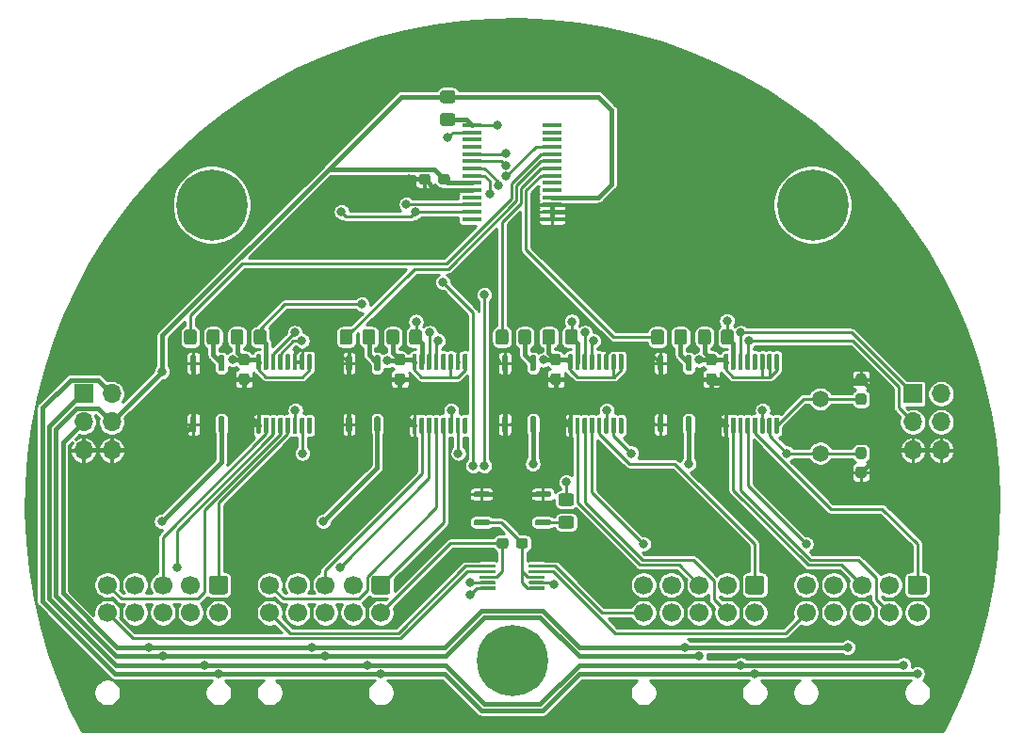
<source format=gbr>
%TF.GenerationSoftware,KiCad,Pcbnew,(5.1.10)-1*%
%TF.CreationDate,2021-07-04T19:20:50-04:00*%
%TF.ProjectId,SensorBoard,53656e73-6f72-4426-9f61-72642e6b6963,rev?*%
%TF.SameCoordinates,Original*%
%TF.FileFunction,Copper,L1,Top*%
%TF.FilePolarity,Positive*%
%FSLAX46Y46*%
G04 Gerber Fmt 4.6, Leading zero omitted, Abs format (unit mm)*
G04 Created by KiCad (PCBNEW (5.1.10)-1) date 2021-07-04 19:20:50*
%MOMM*%
%LPD*%
G01*
G04 APERTURE LIST*
%TA.AperFunction,ComponentPad*%
%ADD10O,1.700000X1.700000*%
%TD*%
%TA.AperFunction,ComponentPad*%
%ADD11R,1.700000X1.700000*%
%TD*%
%TA.AperFunction,ComponentPad*%
%ADD12C,6.400000*%
%TD*%
%TA.AperFunction,ComponentPad*%
%ADD13C,0.800000*%
%TD*%
%TA.AperFunction,SMDPad,CuDef*%
%ADD14R,1.750000X0.450000*%
%TD*%
%TA.AperFunction,ComponentPad*%
%ADD15C,1.700000*%
%TD*%
%TA.AperFunction,ComponentPad*%
%ADD16C,1.500000*%
%TD*%
%TA.AperFunction,ViaPad*%
%ADD17C,0.800000*%
%TD*%
%TA.AperFunction,Conductor*%
%ADD18C,0.250000*%
%TD*%
%TA.AperFunction,Conductor*%
%ADD19C,0.400000*%
%TD*%
%TA.AperFunction,Conductor*%
%ADD20C,0.254000*%
%TD*%
%TA.AperFunction,Conductor*%
%ADD21C,0.100000*%
%TD*%
G04 APERTURE END LIST*
%TO.P,C8,2*%
%TO.N,+3V3*%
%TA.AperFunction,SMDPad,CuDef*%
G36*
G01*
X126137500Y-87450000D02*
X125662500Y-87450000D01*
G75*
G02*
X125425000Y-87212500I0J237500D01*
G01*
X125425000Y-86637500D01*
G75*
G02*
X125662500Y-86400000I237500J0D01*
G01*
X126137500Y-86400000D01*
G75*
G02*
X126375000Y-86637500I0J-237500D01*
G01*
X126375000Y-87212500D01*
G75*
G02*
X126137500Y-87450000I-237500J0D01*
G01*
G37*
%TD.AperFunction*%
%TO.P,C8,1*%
%TO.N,GND*%
%TA.AperFunction,SMDPad,CuDef*%
G36*
G01*
X126137500Y-89200000D02*
X125662500Y-89200000D01*
G75*
G02*
X125425000Y-88962500I0J237500D01*
G01*
X125425000Y-88387500D01*
G75*
G02*
X125662500Y-88150000I237500J0D01*
G01*
X126137500Y-88150000D01*
G75*
G02*
X126375000Y-88387500I0J-237500D01*
G01*
X126375000Y-88962500D01*
G75*
G02*
X126137500Y-89200000I-237500J0D01*
G01*
G37*
%TD.AperFunction*%
%TD*%
%TO.P,C7,2*%
%TO.N,+3V3*%
%TA.AperFunction,SMDPad,CuDef*%
G36*
G01*
X154137500Y-87450000D02*
X153662500Y-87450000D01*
G75*
G02*
X153425000Y-87212500I0J237500D01*
G01*
X153425000Y-86637500D01*
G75*
G02*
X153662500Y-86400000I237500J0D01*
G01*
X154137500Y-86400000D01*
G75*
G02*
X154375000Y-86637500I0J-237500D01*
G01*
X154375000Y-87212500D01*
G75*
G02*
X154137500Y-87450000I-237500J0D01*
G01*
G37*
%TD.AperFunction*%
%TO.P,C7,1*%
%TO.N,GND*%
%TA.AperFunction,SMDPad,CuDef*%
G36*
G01*
X154137500Y-89200000D02*
X153662500Y-89200000D01*
G75*
G02*
X153425000Y-88962500I0J237500D01*
G01*
X153425000Y-88387500D01*
G75*
G02*
X153662500Y-88150000I237500J0D01*
G01*
X154137500Y-88150000D01*
G75*
G02*
X154375000Y-88387500I0J-237500D01*
G01*
X154375000Y-88962500D01*
G75*
G02*
X154137500Y-89200000I-237500J0D01*
G01*
G37*
%TD.AperFunction*%
%TD*%
%TO.P,C6,2*%
%TO.N,+3V3*%
%TA.AperFunction,SMDPad,CuDef*%
G36*
G01*
X143350000Y-70937500D02*
X143350000Y-70462500D01*
G75*
G02*
X143587500Y-70225000I237500J0D01*
G01*
X144162500Y-70225000D01*
G75*
G02*
X144400000Y-70462500I0J-237500D01*
G01*
X144400000Y-70937500D01*
G75*
G02*
X144162500Y-71175000I-237500J0D01*
G01*
X143587500Y-71175000D01*
G75*
G02*
X143350000Y-70937500I0J237500D01*
G01*
G37*
%TD.AperFunction*%
%TO.P,C6,1*%
%TO.N,GND*%
%TA.AperFunction,SMDPad,CuDef*%
G36*
G01*
X141600000Y-70937500D02*
X141600000Y-70462500D01*
G75*
G02*
X141837500Y-70225000I237500J0D01*
G01*
X142412500Y-70225000D01*
G75*
G02*
X142650000Y-70462500I0J-237500D01*
G01*
X142650000Y-70937500D01*
G75*
G02*
X142412500Y-71175000I-237500J0D01*
G01*
X141837500Y-71175000D01*
G75*
G02*
X141600000Y-70937500I0J237500D01*
G01*
G37*
%TD.AperFunction*%
%TD*%
%TO.P,C5,2*%
%TO.N,+5V*%
%TA.AperFunction,SMDPad,CuDef*%
G36*
G01*
X149650000Y-103212500D02*
X149650000Y-103687500D01*
G75*
G02*
X149412500Y-103925000I-237500J0D01*
G01*
X148837500Y-103925000D01*
G75*
G02*
X148600000Y-103687500I0J237500D01*
G01*
X148600000Y-103212500D01*
G75*
G02*
X148837500Y-102975000I237500J0D01*
G01*
X149412500Y-102975000D01*
G75*
G02*
X149650000Y-103212500I0J-237500D01*
G01*
G37*
%TD.AperFunction*%
%TO.P,C5,1*%
%TO.N,ADC_GND*%
%TA.AperFunction,SMDPad,CuDef*%
G36*
G01*
X151400000Y-103212500D02*
X151400000Y-103687500D01*
G75*
G02*
X151162500Y-103925000I-237500J0D01*
G01*
X150587500Y-103925000D01*
G75*
G02*
X150350000Y-103687500I0J237500D01*
G01*
X150350000Y-103212500D01*
G75*
G02*
X150587500Y-102975000I237500J0D01*
G01*
X151162500Y-102975000D01*
G75*
G02*
X151400000Y-103212500I0J-237500D01*
G01*
G37*
%TD.AperFunction*%
%TD*%
%TO.P,C4,1*%
%TO.N,GND*%
%TA.AperFunction,SMDPad,CuDef*%
G36*
G01*
X168137500Y-89200000D02*
X167662500Y-89200000D01*
G75*
G02*
X167425000Y-88962500I0J237500D01*
G01*
X167425000Y-88387500D01*
G75*
G02*
X167662500Y-88150000I237500J0D01*
G01*
X168137500Y-88150000D01*
G75*
G02*
X168375000Y-88387500I0J-237500D01*
G01*
X168375000Y-88962500D01*
G75*
G02*
X168137500Y-89200000I-237500J0D01*
G01*
G37*
%TD.AperFunction*%
%TO.P,C4,2*%
%TO.N,+3V3*%
%TA.AperFunction,SMDPad,CuDef*%
G36*
G01*
X168137500Y-87450000D02*
X167662500Y-87450000D01*
G75*
G02*
X167425000Y-87212500I0J237500D01*
G01*
X167425000Y-86637500D01*
G75*
G02*
X167662500Y-86400000I237500J0D01*
G01*
X168137500Y-86400000D01*
G75*
G02*
X168375000Y-86637500I0J-237500D01*
G01*
X168375000Y-87212500D01*
G75*
G02*
X168137500Y-87450000I-237500J0D01*
G01*
G37*
%TD.AperFunction*%
%TD*%
%TO.P,C3,2*%
%TO.N,+3V3*%
%TA.AperFunction,SMDPad,CuDef*%
G36*
G01*
X140137500Y-87450000D02*
X139662500Y-87450000D01*
G75*
G02*
X139425000Y-87212500I0J237500D01*
G01*
X139425000Y-86637500D01*
G75*
G02*
X139662500Y-86400000I237500J0D01*
G01*
X140137500Y-86400000D01*
G75*
G02*
X140375000Y-86637500I0J-237500D01*
G01*
X140375000Y-87212500D01*
G75*
G02*
X140137500Y-87450000I-237500J0D01*
G01*
G37*
%TD.AperFunction*%
%TO.P,C3,1*%
%TO.N,GND*%
%TA.AperFunction,SMDPad,CuDef*%
G36*
G01*
X140137500Y-89200000D02*
X139662500Y-89200000D01*
G75*
G02*
X139425000Y-88962500I0J237500D01*
G01*
X139425000Y-88387500D01*
G75*
G02*
X139662500Y-88150000I237500J0D01*
G01*
X140137500Y-88150000D01*
G75*
G02*
X140375000Y-88387500I0J-237500D01*
G01*
X140375000Y-88962500D01*
G75*
G02*
X140137500Y-89200000I-237500J0D01*
G01*
G37*
%TD.AperFunction*%
%TD*%
D10*
%TO.P,J1,6*%
%TO.N,GND*%
X114000000Y-95080000D03*
%TO.P,J1,5*%
X111460000Y-95080000D03*
%TO.P,J1,4*%
%TO.N,+3V3*%
X114000000Y-92540000D03*
%TO.P,J1,3*%
%TO.N,+12V*%
X111460000Y-92540000D03*
%TO.P,J1,2*%
%TO.N,+5V*%
X114000000Y-90000000D03*
D11*
%TO.P,J1,1*%
%TO.N,+BATT*%
X111460000Y-90000000D03*
%TD*%
%TO.P,J2,1*%
%TO.N,SDA_3V3*%
X186000000Y-90000000D03*
D10*
%TO.P,J2,2*%
%TO.N,EXTRA0*%
X188540000Y-90000000D03*
%TO.P,J2,3*%
%TO.N,SCL_3V3*%
X186000000Y-92540000D03*
%TO.P,J2,4*%
%TO.N,EXTRA1*%
X188540000Y-92540000D03*
%TO.P,J2,5*%
%TO.N,GND*%
X186000000Y-95080000D03*
%TO.P,J2,6*%
X188540000Y-95080000D03*
%TD*%
D12*
%TO.P,REF\u002A\u002A,1*%
%TO.N,N/C*%
X177000000Y-73000000D03*
D13*
X179400000Y-73000000D03*
X178697056Y-74697056D03*
X177000000Y-75400000D03*
X175302944Y-74697056D03*
X174600000Y-73000000D03*
X175302944Y-71302944D03*
X177000000Y-70600000D03*
X178697056Y-71302944D03*
%TD*%
%TO.P,REF\u002A\u002A,1*%
%TO.N,N/C*%
X124697056Y-71302944D03*
X123000000Y-70600000D03*
X121302944Y-71302944D03*
X120600000Y-73000000D03*
X121302944Y-74697056D03*
X123000000Y-75400000D03*
X124697056Y-74697056D03*
X125400000Y-73000000D03*
D12*
X123000000Y-73000000D03*
%TD*%
%TO.P,REF\u002A\u002A,1*%
%TO.N,N/C*%
X150000000Y-114000000D03*
D13*
X152400000Y-114000000D03*
X151697056Y-115697056D03*
X150000000Y-116400000D03*
X148302944Y-115697056D03*
X147600000Y-114000000D03*
X148302944Y-112302944D03*
X150000000Y-111600000D03*
X151697056Y-112302944D03*
%TD*%
%TO.P,U6,16*%
%TO.N,Net-(U6-Pad16)*%
%TA.AperFunction,SMDPad,CuDef*%
G36*
G01*
X131675000Y-92125000D02*
X131875000Y-92125000D01*
G75*
G02*
X131975000Y-92225000I0J-100000D01*
G01*
X131975000Y-93500000D01*
G75*
G02*
X131875000Y-93600000I-100000J0D01*
G01*
X131675000Y-93600000D01*
G75*
G02*
X131575000Y-93500000I0J100000D01*
G01*
X131575000Y-92225000D01*
G75*
G02*
X131675000Y-92125000I100000J0D01*
G01*
G37*
%TD.AperFunction*%
%TO.P,U6,15*%
%TO.N,CLK_UART*%
%TA.AperFunction,SMDPad,CuDef*%
G36*
G01*
X131025000Y-92125000D02*
X131225000Y-92125000D01*
G75*
G02*
X131325000Y-92225000I0J-100000D01*
G01*
X131325000Y-93500000D01*
G75*
G02*
X131225000Y-93600000I-100000J0D01*
G01*
X131025000Y-93600000D01*
G75*
G02*
X130925000Y-93500000I0J100000D01*
G01*
X130925000Y-92225000D01*
G75*
G02*
X131025000Y-92125000I100000J0D01*
G01*
G37*
%TD.AperFunction*%
%TO.P,U6,14*%
%TO.N,RESET_UART*%
%TA.AperFunction,SMDPad,CuDef*%
G36*
G01*
X130375000Y-92125000D02*
X130575000Y-92125000D01*
G75*
G02*
X130675000Y-92225000I0J-100000D01*
G01*
X130675000Y-93500000D01*
G75*
G02*
X130575000Y-93600000I-100000J0D01*
G01*
X130375000Y-93600000D01*
G75*
G02*
X130275000Y-93500000I0J100000D01*
G01*
X130275000Y-92225000D01*
G75*
G02*
X130375000Y-92125000I100000J0D01*
G01*
G37*
%TD.AperFunction*%
%TO.P,U6,13*%
%TO.N,Net-(J7-Pad1)*%
%TA.AperFunction,SMDPad,CuDef*%
G36*
G01*
X129725000Y-92125000D02*
X129925000Y-92125000D01*
G75*
G02*
X130025000Y-92225000I0J-100000D01*
G01*
X130025000Y-93500000D01*
G75*
G02*
X129925000Y-93600000I-100000J0D01*
G01*
X129725000Y-93600000D01*
G75*
G02*
X129625000Y-93500000I0J100000D01*
G01*
X129625000Y-92225000D01*
G75*
G02*
X129725000Y-92125000I100000J0D01*
G01*
G37*
%TD.AperFunction*%
%TO.P,U6,12*%
%TO.N,Net-(J7-Pad5)*%
%TA.AperFunction,SMDPad,CuDef*%
G36*
G01*
X129075000Y-92125000D02*
X129275000Y-92125000D01*
G75*
G02*
X129375000Y-92225000I0J-100000D01*
G01*
X129375000Y-93500000D01*
G75*
G02*
X129275000Y-93600000I-100000J0D01*
G01*
X129075000Y-93600000D01*
G75*
G02*
X128975000Y-93500000I0J100000D01*
G01*
X128975000Y-92225000D01*
G75*
G02*
X129075000Y-92125000I100000J0D01*
G01*
G37*
%TD.AperFunction*%
%TO.P,U6,11*%
%TO.N,Net-(J7-Pad7)*%
%TA.AperFunction,SMDPad,CuDef*%
G36*
G01*
X128425000Y-92125000D02*
X128625000Y-92125000D01*
G75*
G02*
X128725000Y-92225000I0J-100000D01*
G01*
X128725000Y-93500000D01*
G75*
G02*
X128625000Y-93600000I-100000J0D01*
G01*
X128425000Y-93600000D01*
G75*
G02*
X128325000Y-93500000I0J100000D01*
G01*
X128325000Y-92225000D01*
G75*
G02*
X128425000Y-92125000I100000J0D01*
G01*
G37*
%TD.AperFunction*%
%TO.P,U6,10*%
%TO.N,Net-(J7-Pad3)*%
%TA.AperFunction,SMDPad,CuDef*%
G36*
G01*
X127775000Y-92125000D02*
X127975000Y-92125000D01*
G75*
G02*
X128075000Y-92225000I0J-100000D01*
G01*
X128075000Y-93500000D01*
G75*
G02*
X127975000Y-93600000I-100000J0D01*
G01*
X127775000Y-93600000D01*
G75*
G02*
X127675000Y-93500000I0J100000D01*
G01*
X127675000Y-92225000D01*
G75*
G02*
X127775000Y-92125000I100000J0D01*
G01*
G37*
%TD.AperFunction*%
%TO.P,U6,9*%
%TO.N,GND*%
%TA.AperFunction,SMDPad,CuDef*%
G36*
G01*
X127125000Y-92125000D02*
X127325000Y-92125000D01*
G75*
G02*
X127425000Y-92225000I0J-100000D01*
G01*
X127425000Y-93500000D01*
G75*
G02*
X127325000Y-93600000I-100000J0D01*
G01*
X127125000Y-93600000D01*
G75*
G02*
X127025000Y-93500000I0J100000D01*
G01*
X127025000Y-92225000D01*
G75*
G02*
X127125000Y-92125000I100000J0D01*
G01*
G37*
%TD.AperFunction*%
%TO.P,U6,8*%
%TO.N,+3V3*%
%TA.AperFunction,SMDPad,CuDef*%
G36*
G01*
X127125000Y-86400000D02*
X127325000Y-86400000D01*
G75*
G02*
X127425000Y-86500000I0J-100000D01*
G01*
X127425000Y-87775000D01*
G75*
G02*
X127325000Y-87875000I-100000J0D01*
G01*
X127125000Y-87875000D01*
G75*
G02*
X127025000Y-87775000I0J100000D01*
G01*
X127025000Y-86500000D01*
G75*
G02*
X127125000Y-86400000I100000J0D01*
G01*
G37*
%TD.AperFunction*%
%TO.P,U6,7*%
%TO.N,IRQ_N3*%
%TA.AperFunction,SMDPad,CuDef*%
G36*
G01*
X127775000Y-86400000D02*
X127975000Y-86400000D01*
G75*
G02*
X128075000Y-86500000I0J-100000D01*
G01*
X128075000Y-87775000D01*
G75*
G02*
X127975000Y-87875000I-100000J0D01*
G01*
X127775000Y-87875000D01*
G75*
G02*
X127675000Y-87775000I0J100000D01*
G01*
X127675000Y-86500000D01*
G75*
G02*
X127775000Y-86400000I100000J0D01*
G01*
G37*
%TD.AperFunction*%
%TO.P,U6,6*%
%TO.N,SDA_3V3*%
%TA.AperFunction,SMDPad,CuDef*%
G36*
G01*
X128425000Y-86400000D02*
X128625000Y-86400000D01*
G75*
G02*
X128725000Y-86500000I0J-100000D01*
G01*
X128725000Y-87775000D01*
G75*
G02*
X128625000Y-87875000I-100000J0D01*
G01*
X128425000Y-87875000D01*
G75*
G02*
X128325000Y-87775000I0J100000D01*
G01*
X128325000Y-86500000D01*
G75*
G02*
X128425000Y-86400000I100000J0D01*
G01*
G37*
%TD.AperFunction*%
%TO.P,U6,5*%
%TO.N,SCL_3V3*%
%TA.AperFunction,SMDPad,CuDef*%
G36*
G01*
X129075000Y-86400000D02*
X129275000Y-86400000D01*
G75*
G02*
X129375000Y-86500000I0J-100000D01*
G01*
X129375000Y-87775000D01*
G75*
G02*
X129275000Y-87875000I-100000J0D01*
G01*
X129075000Y-87875000D01*
G75*
G02*
X128975000Y-87775000I0J100000D01*
G01*
X128975000Y-86500000D01*
G75*
G02*
X129075000Y-86400000I100000J0D01*
G01*
G37*
%TD.AperFunction*%
%TO.P,U6,4*%
%TO.N,Net-(U6-Pad4)*%
%TA.AperFunction,SMDPad,CuDef*%
G36*
G01*
X129725000Y-86400000D02*
X129925000Y-86400000D01*
G75*
G02*
X130025000Y-86500000I0J-100000D01*
G01*
X130025000Y-87775000D01*
G75*
G02*
X129925000Y-87875000I-100000J0D01*
G01*
X129725000Y-87875000D01*
G75*
G02*
X129625000Y-87775000I0J100000D01*
G01*
X129625000Y-86500000D01*
G75*
G02*
X129725000Y-86400000I100000J0D01*
G01*
G37*
%TD.AperFunction*%
%TO.P,U6,3*%
%TO.N,GND*%
%TA.AperFunction,SMDPad,CuDef*%
G36*
G01*
X130375000Y-86400000D02*
X130575000Y-86400000D01*
G75*
G02*
X130675000Y-86500000I0J-100000D01*
G01*
X130675000Y-87775000D01*
G75*
G02*
X130575000Y-87875000I-100000J0D01*
G01*
X130375000Y-87875000D01*
G75*
G02*
X130275000Y-87775000I0J100000D01*
G01*
X130275000Y-86500000D01*
G75*
G02*
X130375000Y-86400000I100000J0D01*
G01*
G37*
%TD.AperFunction*%
%TO.P,U6,2*%
%TA.AperFunction,SMDPad,CuDef*%
G36*
G01*
X131025000Y-86400000D02*
X131225000Y-86400000D01*
G75*
G02*
X131325000Y-86500000I0J-100000D01*
G01*
X131325000Y-87775000D01*
G75*
G02*
X131225000Y-87875000I-100000J0D01*
G01*
X131025000Y-87875000D01*
G75*
G02*
X130925000Y-87775000I0J100000D01*
G01*
X130925000Y-86500000D01*
G75*
G02*
X131025000Y-86400000I100000J0D01*
G01*
G37*
%TD.AperFunction*%
%TO.P,U6,1*%
%TO.N,+3V3*%
%TA.AperFunction,SMDPad,CuDef*%
G36*
G01*
X131675000Y-86400000D02*
X131875000Y-86400000D01*
G75*
G02*
X131975000Y-86500000I0J-100000D01*
G01*
X131975000Y-87775000D01*
G75*
G02*
X131875000Y-87875000I-100000J0D01*
G01*
X131675000Y-87875000D01*
G75*
G02*
X131575000Y-87775000I0J100000D01*
G01*
X131575000Y-86500000D01*
G75*
G02*
X131675000Y-86400000I100000J0D01*
G01*
G37*
%TD.AperFunction*%
%TD*%
%TO.P,U5,16*%
%TO.N,Net-(U5-Pad16)*%
%TA.AperFunction,SMDPad,CuDef*%
G36*
G01*
X145675000Y-92125000D02*
X145875000Y-92125000D01*
G75*
G02*
X145975000Y-92225000I0J-100000D01*
G01*
X145975000Y-93500000D01*
G75*
G02*
X145875000Y-93600000I-100000J0D01*
G01*
X145675000Y-93600000D01*
G75*
G02*
X145575000Y-93500000I0J100000D01*
G01*
X145575000Y-92225000D01*
G75*
G02*
X145675000Y-92125000I100000J0D01*
G01*
G37*
%TD.AperFunction*%
%TO.P,U5,15*%
%TO.N,CLK_UART*%
%TA.AperFunction,SMDPad,CuDef*%
G36*
G01*
X145025000Y-92125000D02*
X145225000Y-92125000D01*
G75*
G02*
X145325000Y-92225000I0J-100000D01*
G01*
X145325000Y-93500000D01*
G75*
G02*
X145225000Y-93600000I-100000J0D01*
G01*
X145025000Y-93600000D01*
G75*
G02*
X144925000Y-93500000I0J100000D01*
G01*
X144925000Y-92225000D01*
G75*
G02*
X145025000Y-92125000I100000J0D01*
G01*
G37*
%TD.AperFunction*%
%TO.P,U5,14*%
%TO.N,RESET_UART*%
%TA.AperFunction,SMDPad,CuDef*%
G36*
G01*
X144375000Y-92125000D02*
X144575000Y-92125000D01*
G75*
G02*
X144675000Y-92225000I0J-100000D01*
G01*
X144675000Y-93500000D01*
G75*
G02*
X144575000Y-93600000I-100000J0D01*
G01*
X144375000Y-93600000D01*
G75*
G02*
X144275000Y-93500000I0J100000D01*
G01*
X144275000Y-92225000D01*
G75*
G02*
X144375000Y-92125000I100000J0D01*
G01*
G37*
%TD.AperFunction*%
%TO.P,U5,13*%
%TO.N,Net-(J6-Pad1)*%
%TA.AperFunction,SMDPad,CuDef*%
G36*
G01*
X143725000Y-92125000D02*
X143925000Y-92125000D01*
G75*
G02*
X144025000Y-92225000I0J-100000D01*
G01*
X144025000Y-93500000D01*
G75*
G02*
X143925000Y-93600000I-100000J0D01*
G01*
X143725000Y-93600000D01*
G75*
G02*
X143625000Y-93500000I0J100000D01*
G01*
X143625000Y-92225000D01*
G75*
G02*
X143725000Y-92125000I100000J0D01*
G01*
G37*
%TD.AperFunction*%
%TO.P,U5,12*%
%TO.N,Net-(J6-Pad5)*%
%TA.AperFunction,SMDPad,CuDef*%
G36*
G01*
X143075000Y-92125000D02*
X143275000Y-92125000D01*
G75*
G02*
X143375000Y-92225000I0J-100000D01*
G01*
X143375000Y-93500000D01*
G75*
G02*
X143275000Y-93600000I-100000J0D01*
G01*
X143075000Y-93600000D01*
G75*
G02*
X142975000Y-93500000I0J100000D01*
G01*
X142975000Y-92225000D01*
G75*
G02*
X143075000Y-92125000I100000J0D01*
G01*
G37*
%TD.AperFunction*%
%TO.P,U5,11*%
%TO.N,Net-(J6-Pad7)*%
%TA.AperFunction,SMDPad,CuDef*%
G36*
G01*
X142425000Y-92125000D02*
X142625000Y-92125000D01*
G75*
G02*
X142725000Y-92225000I0J-100000D01*
G01*
X142725000Y-93500000D01*
G75*
G02*
X142625000Y-93600000I-100000J0D01*
G01*
X142425000Y-93600000D01*
G75*
G02*
X142325000Y-93500000I0J100000D01*
G01*
X142325000Y-92225000D01*
G75*
G02*
X142425000Y-92125000I100000J0D01*
G01*
G37*
%TD.AperFunction*%
%TO.P,U5,10*%
%TO.N,Net-(J6-Pad3)*%
%TA.AperFunction,SMDPad,CuDef*%
G36*
G01*
X141775000Y-92125000D02*
X141975000Y-92125000D01*
G75*
G02*
X142075000Y-92225000I0J-100000D01*
G01*
X142075000Y-93500000D01*
G75*
G02*
X141975000Y-93600000I-100000J0D01*
G01*
X141775000Y-93600000D01*
G75*
G02*
X141675000Y-93500000I0J100000D01*
G01*
X141675000Y-92225000D01*
G75*
G02*
X141775000Y-92125000I100000J0D01*
G01*
G37*
%TD.AperFunction*%
%TO.P,U5,9*%
%TO.N,GND*%
%TA.AperFunction,SMDPad,CuDef*%
G36*
G01*
X141125000Y-92125000D02*
X141325000Y-92125000D01*
G75*
G02*
X141425000Y-92225000I0J-100000D01*
G01*
X141425000Y-93500000D01*
G75*
G02*
X141325000Y-93600000I-100000J0D01*
G01*
X141125000Y-93600000D01*
G75*
G02*
X141025000Y-93500000I0J100000D01*
G01*
X141025000Y-92225000D01*
G75*
G02*
X141125000Y-92125000I100000J0D01*
G01*
G37*
%TD.AperFunction*%
%TO.P,U5,8*%
%TO.N,+3V3*%
%TA.AperFunction,SMDPad,CuDef*%
G36*
G01*
X141125000Y-86400000D02*
X141325000Y-86400000D01*
G75*
G02*
X141425000Y-86500000I0J-100000D01*
G01*
X141425000Y-87775000D01*
G75*
G02*
X141325000Y-87875000I-100000J0D01*
G01*
X141125000Y-87875000D01*
G75*
G02*
X141025000Y-87775000I0J100000D01*
G01*
X141025000Y-86500000D01*
G75*
G02*
X141125000Y-86400000I100000J0D01*
G01*
G37*
%TD.AperFunction*%
%TO.P,U5,7*%
%TO.N,IRQ_N2*%
%TA.AperFunction,SMDPad,CuDef*%
G36*
G01*
X141775000Y-86400000D02*
X141975000Y-86400000D01*
G75*
G02*
X142075000Y-86500000I0J-100000D01*
G01*
X142075000Y-87775000D01*
G75*
G02*
X141975000Y-87875000I-100000J0D01*
G01*
X141775000Y-87875000D01*
G75*
G02*
X141675000Y-87775000I0J100000D01*
G01*
X141675000Y-86500000D01*
G75*
G02*
X141775000Y-86400000I100000J0D01*
G01*
G37*
%TD.AperFunction*%
%TO.P,U5,6*%
%TO.N,SDA_3V3*%
%TA.AperFunction,SMDPad,CuDef*%
G36*
G01*
X142425000Y-86400000D02*
X142625000Y-86400000D01*
G75*
G02*
X142725000Y-86500000I0J-100000D01*
G01*
X142725000Y-87775000D01*
G75*
G02*
X142625000Y-87875000I-100000J0D01*
G01*
X142425000Y-87875000D01*
G75*
G02*
X142325000Y-87775000I0J100000D01*
G01*
X142325000Y-86500000D01*
G75*
G02*
X142425000Y-86400000I100000J0D01*
G01*
G37*
%TD.AperFunction*%
%TO.P,U5,5*%
%TO.N,SCL_3V3*%
%TA.AperFunction,SMDPad,CuDef*%
G36*
G01*
X143075000Y-86400000D02*
X143275000Y-86400000D01*
G75*
G02*
X143375000Y-86500000I0J-100000D01*
G01*
X143375000Y-87775000D01*
G75*
G02*
X143275000Y-87875000I-100000J0D01*
G01*
X143075000Y-87875000D01*
G75*
G02*
X142975000Y-87775000I0J100000D01*
G01*
X142975000Y-86500000D01*
G75*
G02*
X143075000Y-86400000I100000J0D01*
G01*
G37*
%TD.AperFunction*%
%TO.P,U5,4*%
%TO.N,Net-(U5-Pad4)*%
%TA.AperFunction,SMDPad,CuDef*%
G36*
G01*
X143725000Y-86400000D02*
X143925000Y-86400000D01*
G75*
G02*
X144025000Y-86500000I0J-100000D01*
G01*
X144025000Y-87775000D01*
G75*
G02*
X143925000Y-87875000I-100000J0D01*
G01*
X143725000Y-87875000D01*
G75*
G02*
X143625000Y-87775000I0J100000D01*
G01*
X143625000Y-86500000D01*
G75*
G02*
X143725000Y-86400000I100000J0D01*
G01*
G37*
%TD.AperFunction*%
%TO.P,U5,3*%
%TO.N,+3V3*%
%TA.AperFunction,SMDPad,CuDef*%
G36*
G01*
X144375000Y-86400000D02*
X144575000Y-86400000D01*
G75*
G02*
X144675000Y-86500000I0J-100000D01*
G01*
X144675000Y-87775000D01*
G75*
G02*
X144575000Y-87875000I-100000J0D01*
G01*
X144375000Y-87875000D01*
G75*
G02*
X144275000Y-87775000I0J100000D01*
G01*
X144275000Y-86500000D01*
G75*
G02*
X144375000Y-86400000I100000J0D01*
G01*
G37*
%TD.AperFunction*%
%TO.P,U5,2*%
%TO.N,GND*%
%TA.AperFunction,SMDPad,CuDef*%
G36*
G01*
X145025000Y-86400000D02*
X145225000Y-86400000D01*
G75*
G02*
X145325000Y-86500000I0J-100000D01*
G01*
X145325000Y-87775000D01*
G75*
G02*
X145225000Y-87875000I-100000J0D01*
G01*
X145025000Y-87875000D01*
G75*
G02*
X144925000Y-87775000I0J100000D01*
G01*
X144925000Y-86500000D01*
G75*
G02*
X145025000Y-86400000I100000J0D01*
G01*
G37*
%TD.AperFunction*%
%TO.P,U5,1*%
%TO.N,+3V3*%
%TA.AperFunction,SMDPad,CuDef*%
G36*
G01*
X145675000Y-86400000D02*
X145875000Y-86400000D01*
G75*
G02*
X145975000Y-86500000I0J-100000D01*
G01*
X145975000Y-87775000D01*
G75*
G02*
X145875000Y-87875000I-100000J0D01*
G01*
X145675000Y-87875000D01*
G75*
G02*
X145575000Y-87775000I0J100000D01*
G01*
X145575000Y-86500000D01*
G75*
G02*
X145675000Y-86400000I100000J0D01*
G01*
G37*
%TD.AperFunction*%
%TD*%
%TO.P,U4,16*%
%TO.N,Net-(U4-Pad16)*%
%TA.AperFunction,SMDPad,CuDef*%
G36*
G01*
X159675000Y-92125000D02*
X159875000Y-92125000D01*
G75*
G02*
X159975000Y-92225000I0J-100000D01*
G01*
X159975000Y-93500000D01*
G75*
G02*
X159875000Y-93600000I-100000J0D01*
G01*
X159675000Y-93600000D01*
G75*
G02*
X159575000Y-93500000I0J100000D01*
G01*
X159575000Y-92225000D01*
G75*
G02*
X159675000Y-92125000I100000J0D01*
G01*
G37*
%TD.AperFunction*%
%TO.P,U4,15*%
%TO.N,CLK_UART*%
%TA.AperFunction,SMDPad,CuDef*%
G36*
G01*
X159025000Y-92125000D02*
X159225000Y-92125000D01*
G75*
G02*
X159325000Y-92225000I0J-100000D01*
G01*
X159325000Y-93500000D01*
G75*
G02*
X159225000Y-93600000I-100000J0D01*
G01*
X159025000Y-93600000D01*
G75*
G02*
X158925000Y-93500000I0J100000D01*
G01*
X158925000Y-92225000D01*
G75*
G02*
X159025000Y-92125000I100000J0D01*
G01*
G37*
%TD.AperFunction*%
%TO.P,U4,14*%
%TO.N,RESET_UART*%
%TA.AperFunction,SMDPad,CuDef*%
G36*
G01*
X158375000Y-92125000D02*
X158575000Y-92125000D01*
G75*
G02*
X158675000Y-92225000I0J-100000D01*
G01*
X158675000Y-93500000D01*
G75*
G02*
X158575000Y-93600000I-100000J0D01*
G01*
X158375000Y-93600000D01*
G75*
G02*
X158275000Y-93500000I0J100000D01*
G01*
X158275000Y-92225000D01*
G75*
G02*
X158375000Y-92125000I100000J0D01*
G01*
G37*
%TD.AperFunction*%
%TO.P,U4,13*%
%TO.N,Net-(J5-Pad1)*%
%TA.AperFunction,SMDPad,CuDef*%
G36*
G01*
X157725000Y-92125000D02*
X157925000Y-92125000D01*
G75*
G02*
X158025000Y-92225000I0J-100000D01*
G01*
X158025000Y-93500000D01*
G75*
G02*
X157925000Y-93600000I-100000J0D01*
G01*
X157725000Y-93600000D01*
G75*
G02*
X157625000Y-93500000I0J100000D01*
G01*
X157625000Y-92225000D01*
G75*
G02*
X157725000Y-92125000I100000J0D01*
G01*
G37*
%TD.AperFunction*%
%TO.P,U4,12*%
%TO.N,Net-(J5-Pad5)*%
%TA.AperFunction,SMDPad,CuDef*%
G36*
G01*
X157075000Y-92125000D02*
X157275000Y-92125000D01*
G75*
G02*
X157375000Y-92225000I0J-100000D01*
G01*
X157375000Y-93500000D01*
G75*
G02*
X157275000Y-93600000I-100000J0D01*
G01*
X157075000Y-93600000D01*
G75*
G02*
X156975000Y-93500000I0J100000D01*
G01*
X156975000Y-92225000D01*
G75*
G02*
X157075000Y-92125000I100000J0D01*
G01*
G37*
%TD.AperFunction*%
%TO.P,U4,11*%
%TO.N,Net-(J5-Pad7)*%
%TA.AperFunction,SMDPad,CuDef*%
G36*
G01*
X156425000Y-92125000D02*
X156625000Y-92125000D01*
G75*
G02*
X156725000Y-92225000I0J-100000D01*
G01*
X156725000Y-93500000D01*
G75*
G02*
X156625000Y-93600000I-100000J0D01*
G01*
X156425000Y-93600000D01*
G75*
G02*
X156325000Y-93500000I0J100000D01*
G01*
X156325000Y-92225000D01*
G75*
G02*
X156425000Y-92125000I100000J0D01*
G01*
G37*
%TD.AperFunction*%
%TO.P,U4,10*%
%TO.N,Net-(J5-Pad3)*%
%TA.AperFunction,SMDPad,CuDef*%
G36*
G01*
X155775000Y-92125000D02*
X155975000Y-92125000D01*
G75*
G02*
X156075000Y-92225000I0J-100000D01*
G01*
X156075000Y-93500000D01*
G75*
G02*
X155975000Y-93600000I-100000J0D01*
G01*
X155775000Y-93600000D01*
G75*
G02*
X155675000Y-93500000I0J100000D01*
G01*
X155675000Y-92225000D01*
G75*
G02*
X155775000Y-92125000I100000J0D01*
G01*
G37*
%TD.AperFunction*%
%TO.P,U4,9*%
%TO.N,GND*%
%TA.AperFunction,SMDPad,CuDef*%
G36*
G01*
X155125000Y-92125000D02*
X155325000Y-92125000D01*
G75*
G02*
X155425000Y-92225000I0J-100000D01*
G01*
X155425000Y-93500000D01*
G75*
G02*
X155325000Y-93600000I-100000J0D01*
G01*
X155125000Y-93600000D01*
G75*
G02*
X155025000Y-93500000I0J100000D01*
G01*
X155025000Y-92225000D01*
G75*
G02*
X155125000Y-92125000I100000J0D01*
G01*
G37*
%TD.AperFunction*%
%TO.P,U4,8*%
%TO.N,+3V3*%
%TA.AperFunction,SMDPad,CuDef*%
G36*
G01*
X155125000Y-86400000D02*
X155325000Y-86400000D01*
G75*
G02*
X155425000Y-86500000I0J-100000D01*
G01*
X155425000Y-87775000D01*
G75*
G02*
X155325000Y-87875000I-100000J0D01*
G01*
X155125000Y-87875000D01*
G75*
G02*
X155025000Y-87775000I0J100000D01*
G01*
X155025000Y-86500000D01*
G75*
G02*
X155125000Y-86400000I100000J0D01*
G01*
G37*
%TD.AperFunction*%
%TO.P,U4,7*%
%TO.N,IRQ_N1*%
%TA.AperFunction,SMDPad,CuDef*%
G36*
G01*
X155775000Y-86400000D02*
X155975000Y-86400000D01*
G75*
G02*
X156075000Y-86500000I0J-100000D01*
G01*
X156075000Y-87775000D01*
G75*
G02*
X155975000Y-87875000I-100000J0D01*
G01*
X155775000Y-87875000D01*
G75*
G02*
X155675000Y-87775000I0J100000D01*
G01*
X155675000Y-86500000D01*
G75*
G02*
X155775000Y-86400000I100000J0D01*
G01*
G37*
%TD.AperFunction*%
%TO.P,U4,6*%
%TO.N,SDA_3V3*%
%TA.AperFunction,SMDPad,CuDef*%
G36*
G01*
X156425000Y-86400000D02*
X156625000Y-86400000D01*
G75*
G02*
X156725000Y-86500000I0J-100000D01*
G01*
X156725000Y-87775000D01*
G75*
G02*
X156625000Y-87875000I-100000J0D01*
G01*
X156425000Y-87875000D01*
G75*
G02*
X156325000Y-87775000I0J100000D01*
G01*
X156325000Y-86500000D01*
G75*
G02*
X156425000Y-86400000I100000J0D01*
G01*
G37*
%TD.AperFunction*%
%TO.P,U4,5*%
%TO.N,SCL_3V3*%
%TA.AperFunction,SMDPad,CuDef*%
G36*
G01*
X157075000Y-86400000D02*
X157275000Y-86400000D01*
G75*
G02*
X157375000Y-86500000I0J-100000D01*
G01*
X157375000Y-87775000D01*
G75*
G02*
X157275000Y-87875000I-100000J0D01*
G01*
X157075000Y-87875000D01*
G75*
G02*
X156975000Y-87775000I0J100000D01*
G01*
X156975000Y-86500000D01*
G75*
G02*
X157075000Y-86400000I100000J0D01*
G01*
G37*
%TD.AperFunction*%
%TO.P,U4,4*%
%TO.N,Net-(U4-Pad4)*%
%TA.AperFunction,SMDPad,CuDef*%
G36*
G01*
X157725000Y-86400000D02*
X157925000Y-86400000D01*
G75*
G02*
X158025000Y-86500000I0J-100000D01*
G01*
X158025000Y-87775000D01*
G75*
G02*
X157925000Y-87875000I-100000J0D01*
G01*
X157725000Y-87875000D01*
G75*
G02*
X157625000Y-87775000I0J100000D01*
G01*
X157625000Y-86500000D01*
G75*
G02*
X157725000Y-86400000I100000J0D01*
G01*
G37*
%TD.AperFunction*%
%TO.P,U4,3*%
%TO.N,GND*%
%TA.AperFunction,SMDPad,CuDef*%
G36*
G01*
X158375000Y-86400000D02*
X158575000Y-86400000D01*
G75*
G02*
X158675000Y-86500000I0J-100000D01*
G01*
X158675000Y-87775000D01*
G75*
G02*
X158575000Y-87875000I-100000J0D01*
G01*
X158375000Y-87875000D01*
G75*
G02*
X158275000Y-87775000I0J100000D01*
G01*
X158275000Y-86500000D01*
G75*
G02*
X158375000Y-86400000I100000J0D01*
G01*
G37*
%TD.AperFunction*%
%TO.P,U4,2*%
%TO.N,+3V3*%
%TA.AperFunction,SMDPad,CuDef*%
G36*
G01*
X159025000Y-86400000D02*
X159225000Y-86400000D01*
G75*
G02*
X159325000Y-86500000I0J-100000D01*
G01*
X159325000Y-87775000D01*
G75*
G02*
X159225000Y-87875000I-100000J0D01*
G01*
X159025000Y-87875000D01*
G75*
G02*
X158925000Y-87775000I0J100000D01*
G01*
X158925000Y-86500000D01*
G75*
G02*
X159025000Y-86400000I100000J0D01*
G01*
G37*
%TD.AperFunction*%
%TO.P,U4,1*%
%TA.AperFunction,SMDPad,CuDef*%
G36*
G01*
X159675000Y-86400000D02*
X159875000Y-86400000D01*
G75*
G02*
X159975000Y-86500000I0J-100000D01*
G01*
X159975000Y-87775000D01*
G75*
G02*
X159875000Y-87875000I-100000J0D01*
G01*
X159675000Y-87875000D01*
G75*
G02*
X159575000Y-87775000I0J100000D01*
G01*
X159575000Y-86500000D01*
G75*
G02*
X159675000Y-86400000I100000J0D01*
G01*
G37*
%TD.AperFunction*%
%TD*%
%TO.P,U3,16*%
%TO.N,Net-(C2-Pad2)*%
%TA.AperFunction,SMDPad,CuDef*%
G36*
G01*
X173675000Y-92125000D02*
X173875000Y-92125000D01*
G75*
G02*
X173975000Y-92225000I0J-100000D01*
G01*
X173975000Y-93500000D01*
G75*
G02*
X173875000Y-93600000I-100000J0D01*
G01*
X173675000Y-93600000D01*
G75*
G02*
X173575000Y-93500000I0J100000D01*
G01*
X173575000Y-92225000D01*
G75*
G02*
X173675000Y-92125000I100000J0D01*
G01*
G37*
%TD.AperFunction*%
%TO.P,U3,15*%
%TO.N,CLK_UART*%
%TA.AperFunction,SMDPad,CuDef*%
G36*
G01*
X173025000Y-92125000D02*
X173225000Y-92125000D01*
G75*
G02*
X173325000Y-92225000I0J-100000D01*
G01*
X173325000Y-93500000D01*
G75*
G02*
X173225000Y-93600000I-100000J0D01*
G01*
X173025000Y-93600000D01*
G75*
G02*
X172925000Y-93500000I0J100000D01*
G01*
X172925000Y-92225000D01*
G75*
G02*
X173025000Y-92125000I100000J0D01*
G01*
G37*
%TD.AperFunction*%
%TO.P,U3,14*%
%TO.N,RESET_UART*%
%TA.AperFunction,SMDPad,CuDef*%
G36*
G01*
X172375000Y-92125000D02*
X172575000Y-92125000D01*
G75*
G02*
X172675000Y-92225000I0J-100000D01*
G01*
X172675000Y-93500000D01*
G75*
G02*
X172575000Y-93600000I-100000J0D01*
G01*
X172375000Y-93600000D01*
G75*
G02*
X172275000Y-93500000I0J100000D01*
G01*
X172275000Y-92225000D01*
G75*
G02*
X172375000Y-92125000I100000J0D01*
G01*
G37*
%TD.AperFunction*%
%TO.P,U3,13*%
%TO.N,Net-(J4-Pad1)*%
%TA.AperFunction,SMDPad,CuDef*%
G36*
G01*
X171725000Y-92125000D02*
X171925000Y-92125000D01*
G75*
G02*
X172025000Y-92225000I0J-100000D01*
G01*
X172025000Y-93500000D01*
G75*
G02*
X171925000Y-93600000I-100000J0D01*
G01*
X171725000Y-93600000D01*
G75*
G02*
X171625000Y-93500000I0J100000D01*
G01*
X171625000Y-92225000D01*
G75*
G02*
X171725000Y-92125000I100000J0D01*
G01*
G37*
%TD.AperFunction*%
%TO.P,U3,12*%
%TO.N,Net-(J4-Pad5)*%
%TA.AperFunction,SMDPad,CuDef*%
G36*
G01*
X171075000Y-92125000D02*
X171275000Y-92125000D01*
G75*
G02*
X171375000Y-92225000I0J-100000D01*
G01*
X171375000Y-93500000D01*
G75*
G02*
X171275000Y-93600000I-100000J0D01*
G01*
X171075000Y-93600000D01*
G75*
G02*
X170975000Y-93500000I0J100000D01*
G01*
X170975000Y-92225000D01*
G75*
G02*
X171075000Y-92125000I100000J0D01*
G01*
G37*
%TD.AperFunction*%
%TO.P,U3,11*%
%TO.N,Net-(J4-Pad7)*%
%TA.AperFunction,SMDPad,CuDef*%
G36*
G01*
X170425000Y-92125000D02*
X170625000Y-92125000D01*
G75*
G02*
X170725000Y-92225000I0J-100000D01*
G01*
X170725000Y-93500000D01*
G75*
G02*
X170625000Y-93600000I-100000J0D01*
G01*
X170425000Y-93600000D01*
G75*
G02*
X170325000Y-93500000I0J100000D01*
G01*
X170325000Y-92225000D01*
G75*
G02*
X170425000Y-92125000I100000J0D01*
G01*
G37*
%TD.AperFunction*%
%TO.P,U3,10*%
%TO.N,Net-(J4-Pad3)*%
%TA.AperFunction,SMDPad,CuDef*%
G36*
G01*
X169775000Y-92125000D02*
X169975000Y-92125000D01*
G75*
G02*
X170075000Y-92225000I0J-100000D01*
G01*
X170075000Y-93500000D01*
G75*
G02*
X169975000Y-93600000I-100000J0D01*
G01*
X169775000Y-93600000D01*
G75*
G02*
X169675000Y-93500000I0J100000D01*
G01*
X169675000Y-92225000D01*
G75*
G02*
X169775000Y-92125000I100000J0D01*
G01*
G37*
%TD.AperFunction*%
%TO.P,U3,9*%
%TO.N,GND*%
%TA.AperFunction,SMDPad,CuDef*%
G36*
G01*
X169125000Y-92125000D02*
X169325000Y-92125000D01*
G75*
G02*
X169425000Y-92225000I0J-100000D01*
G01*
X169425000Y-93500000D01*
G75*
G02*
X169325000Y-93600000I-100000J0D01*
G01*
X169125000Y-93600000D01*
G75*
G02*
X169025000Y-93500000I0J100000D01*
G01*
X169025000Y-92225000D01*
G75*
G02*
X169125000Y-92125000I100000J0D01*
G01*
G37*
%TD.AperFunction*%
%TO.P,U3,8*%
%TO.N,+3V3*%
%TA.AperFunction,SMDPad,CuDef*%
G36*
G01*
X169125000Y-86400000D02*
X169325000Y-86400000D01*
G75*
G02*
X169425000Y-86500000I0J-100000D01*
G01*
X169425000Y-87775000D01*
G75*
G02*
X169325000Y-87875000I-100000J0D01*
G01*
X169125000Y-87875000D01*
G75*
G02*
X169025000Y-87775000I0J100000D01*
G01*
X169025000Y-86500000D01*
G75*
G02*
X169125000Y-86400000I100000J0D01*
G01*
G37*
%TD.AperFunction*%
%TO.P,U3,7*%
%TO.N,IRQ_N0*%
%TA.AperFunction,SMDPad,CuDef*%
G36*
G01*
X169775000Y-86400000D02*
X169975000Y-86400000D01*
G75*
G02*
X170075000Y-86500000I0J-100000D01*
G01*
X170075000Y-87775000D01*
G75*
G02*
X169975000Y-87875000I-100000J0D01*
G01*
X169775000Y-87875000D01*
G75*
G02*
X169675000Y-87775000I0J100000D01*
G01*
X169675000Y-86500000D01*
G75*
G02*
X169775000Y-86400000I100000J0D01*
G01*
G37*
%TD.AperFunction*%
%TO.P,U3,6*%
%TO.N,SDA_3V3*%
%TA.AperFunction,SMDPad,CuDef*%
G36*
G01*
X170425000Y-86400000D02*
X170625000Y-86400000D01*
G75*
G02*
X170725000Y-86500000I0J-100000D01*
G01*
X170725000Y-87775000D01*
G75*
G02*
X170625000Y-87875000I-100000J0D01*
G01*
X170425000Y-87875000D01*
G75*
G02*
X170325000Y-87775000I0J100000D01*
G01*
X170325000Y-86500000D01*
G75*
G02*
X170425000Y-86400000I100000J0D01*
G01*
G37*
%TD.AperFunction*%
%TO.P,U3,5*%
%TO.N,SCL_3V3*%
%TA.AperFunction,SMDPad,CuDef*%
G36*
G01*
X171075000Y-86400000D02*
X171275000Y-86400000D01*
G75*
G02*
X171375000Y-86500000I0J-100000D01*
G01*
X171375000Y-87775000D01*
G75*
G02*
X171275000Y-87875000I-100000J0D01*
G01*
X171075000Y-87875000D01*
G75*
G02*
X170975000Y-87775000I0J100000D01*
G01*
X170975000Y-86500000D01*
G75*
G02*
X171075000Y-86400000I100000J0D01*
G01*
G37*
%TD.AperFunction*%
%TO.P,U3,4*%
%TO.N,Net-(U3-Pad4)*%
%TA.AperFunction,SMDPad,CuDef*%
G36*
G01*
X171725000Y-86400000D02*
X171925000Y-86400000D01*
G75*
G02*
X172025000Y-86500000I0J-100000D01*
G01*
X172025000Y-87775000D01*
G75*
G02*
X171925000Y-87875000I-100000J0D01*
G01*
X171725000Y-87875000D01*
G75*
G02*
X171625000Y-87775000I0J100000D01*
G01*
X171625000Y-86500000D01*
G75*
G02*
X171725000Y-86400000I100000J0D01*
G01*
G37*
%TD.AperFunction*%
%TO.P,U3,3*%
%TO.N,+3V3*%
%TA.AperFunction,SMDPad,CuDef*%
G36*
G01*
X172375000Y-86400000D02*
X172575000Y-86400000D01*
G75*
G02*
X172675000Y-86500000I0J-100000D01*
G01*
X172675000Y-87775000D01*
G75*
G02*
X172575000Y-87875000I-100000J0D01*
G01*
X172375000Y-87875000D01*
G75*
G02*
X172275000Y-87775000I0J100000D01*
G01*
X172275000Y-86500000D01*
G75*
G02*
X172375000Y-86400000I100000J0D01*
G01*
G37*
%TD.AperFunction*%
%TO.P,U3,2*%
%TA.AperFunction,SMDPad,CuDef*%
G36*
G01*
X173025000Y-86400000D02*
X173225000Y-86400000D01*
G75*
G02*
X173325000Y-86500000I0J-100000D01*
G01*
X173325000Y-87775000D01*
G75*
G02*
X173225000Y-87875000I-100000J0D01*
G01*
X173025000Y-87875000D01*
G75*
G02*
X172925000Y-87775000I0J100000D01*
G01*
X172925000Y-86500000D01*
G75*
G02*
X173025000Y-86400000I100000J0D01*
G01*
G37*
%TD.AperFunction*%
%TO.P,U3,1*%
%TA.AperFunction,SMDPad,CuDef*%
G36*
G01*
X173675000Y-86400000D02*
X173875000Y-86400000D01*
G75*
G02*
X173975000Y-86500000I0J-100000D01*
G01*
X173975000Y-87775000D01*
G75*
G02*
X173875000Y-87875000I-100000J0D01*
G01*
X173675000Y-87875000D01*
G75*
G02*
X173575000Y-87775000I0J100000D01*
G01*
X173575000Y-86500000D01*
G75*
G02*
X173675000Y-86400000I100000J0D01*
G01*
G37*
%TD.AperFunction*%
%TD*%
%TO.P,U2,10*%
%TO.N,SCL_3V3*%
%TA.AperFunction,SMDPad,CuDef*%
G36*
G01*
X148525000Y-107425000D02*
X148525000Y-107575000D01*
G75*
G02*
X148450000Y-107650000I-75000J0D01*
G01*
X147150000Y-107650000D01*
G75*
G02*
X147075000Y-107575000I0J75000D01*
G01*
X147075000Y-107425000D01*
G75*
G02*
X147150000Y-107350000I75000J0D01*
G01*
X148450000Y-107350000D01*
G75*
G02*
X148525000Y-107425000I0J-75000D01*
G01*
G37*
%TD.AperFunction*%
%TO.P,U2,9*%
%TO.N,SDA_3V3*%
%TA.AperFunction,SMDPad,CuDef*%
G36*
G01*
X148525000Y-106925000D02*
X148525000Y-107075000D01*
G75*
G02*
X148450000Y-107150000I-75000J0D01*
G01*
X147150000Y-107150000D01*
G75*
G02*
X147075000Y-107075000I0J75000D01*
G01*
X147075000Y-106925000D01*
G75*
G02*
X147150000Y-106850000I75000J0D01*
G01*
X148450000Y-106850000D01*
G75*
G02*
X148525000Y-106925000I0J-75000D01*
G01*
G37*
%TD.AperFunction*%
%TO.P,U2,8*%
%TO.N,+5V*%
%TA.AperFunction,SMDPad,CuDef*%
G36*
G01*
X148525000Y-106425000D02*
X148525000Y-106575000D01*
G75*
G02*
X148450000Y-106650000I-75000J0D01*
G01*
X147150000Y-106650000D01*
G75*
G02*
X147075000Y-106575000I0J75000D01*
G01*
X147075000Y-106425000D01*
G75*
G02*
X147150000Y-106350000I75000J0D01*
G01*
X148450000Y-106350000D01*
G75*
G02*
X148525000Y-106425000I0J-75000D01*
G01*
G37*
%TD.AperFunction*%
%TO.P,U2,7*%
%TO.N,A_IN_3*%
%TA.AperFunction,SMDPad,CuDef*%
G36*
G01*
X148525000Y-105925000D02*
X148525000Y-106075000D01*
G75*
G02*
X148450000Y-106150000I-75000J0D01*
G01*
X147150000Y-106150000D01*
G75*
G02*
X147075000Y-106075000I0J75000D01*
G01*
X147075000Y-105925000D01*
G75*
G02*
X147150000Y-105850000I75000J0D01*
G01*
X148450000Y-105850000D01*
G75*
G02*
X148525000Y-105925000I0J-75000D01*
G01*
G37*
%TD.AperFunction*%
%TO.P,U2,6*%
%TO.N,A_IN_2*%
%TA.AperFunction,SMDPad,CuDef*%
G36*
G01*
X148525000Y-105425000D02*
X148525000Y-105575000D01*
G75*
G02*
X148450000Y-105650000I-75000J0D01*
G01*
X147150000Y-105650000D01*
G75*
G02*
X147075000Y-105575000I0J75000D01*
G01*
X147075000Y-105425000D01*
G75*
G02*
X147150000Y-105350000I75000J0D01*
G01*
X148450000Y-105350000D01*
G75*
G02*
X148525000Y-105425000I0J-75000D01*
G01*
G37*
%TD.AperFunction*%
%TO.P,U2,5*%
%TO.N,A_IN_1*%
%TA.AperFunction,SMDPad,CuDef*%
G36*
G01*
X152925000Y-105425000D02*
X152925000Y-105575000D01*
G75*
G02*
X152850000Y-105650000I-75000J0D01*
G01*
X151550000Y-105650000D01*
G75*
G02*
X151475000Y-105575000I0J75000D01*
G01*
X151475000Y-105425000D01*
G75*
G02*
X151550000Y-105350000I75000J0D01*
G01*
X152850000Y-105350000D01*
G75*
G02*
X152925000Y-105425000I0J-75000D01*
G01*
G37*
%TD.AperFunction*%
%TO.P,U2,4*%
%TO.N,A_IN_0*%
%TA.AperFunction,SMDPad,CuDef*%
G36*
G01*
X152925000Y-105925000D02*
X152925000Y-106075000D01*
G75*
G02*
X152850000Y-106150000I-75000J0D01*
G01*
X151550000Y-106150000D01*
G75*
G02*
X151475000Y-106075000I0J75000D01*
G01*
X151475000Y-105925000D01*
G75*
G02*
X151550000Y-105850000I75000J0D01*
G01*
X152850000Y-105850000D01*
G75*
G02*
X152925000Y-105925000I0J-75000D01*
G01*
G37*
%TD.AperFunction*%
%TO.P,U2,3*%
%TO.N,ADC_GND*%
%TA.AperFunction,SMDPad,CuDef*%
G36*
G01*
X152925000Y-106425000D02*
X152925000Y-106575000D01*
G75*
G02*
X152850000Y-106650000I-75000J0D01*
G01*
X151550000Y-106650000D01*
G75*
G02*
X151475000Y-106575000I0J75000D01*
G01*
X151475000Y-106425000D01*
G75*
G02*
X151550000Y-106350000I75000J0D01*
G01*
X152850000Y-106350000D01*
G75*
G02*
X152925000Y-106425000I0J-75000D01*
G01*
G37*
%TD.AperFunction*%
%TO.P,U2,2*%
%TO.N,ALERT_READY*%
%TA.AperFunction,SMDPad,CuDef*%
G36*
G01*
X152925000Y-106925000D02*
X152925000Y-107075000D01*
G75*
G02*
X152850000Y-107150000I-75000J0D01*
G01*
X151550000Y-107150000D01*
G75*
G02*
X151475000Y-107075000I0J75000D01*
G01*
X151475000Y-106925000D01*
G75*
G02*
X151550000Y-106850000I75000J0D01*
G01*
X152850000Y-106850000D01*
G75*
G02*
X152925000Y-106925000I0J-75000D01*
G01*
G37*
%TD.AperFunction*%
%TO.P,U2,1*%
%TO.N,ADC_GND*%
%TA.AperFunction,SMDPad,CuDef*%
G36*
G01*
X152925000Y-107425000D02*
X152925000Y-107575000D01*
G75*
G02*
X152850000Y-107650000I-75000J0D01*
G01*
X151550000Y-107650000D01*
G75*
G02*
X151475000Y-107575000I0J75000D01*
G01*
X151475000Y-107425000D01*
G75*
G02*
X151550000Y-107350000I75000J0D01*
G01*
X152850000Y-107350000D01*
G75*
G02*
X152925000Y-107425000I0J-75000D01*
G01*
G37*
%TD.AperFunction*%
%TD*%
D14*
%TO.P,U1,28*%
%TO.N,Net-(U1-Pad28)*%
X153600000Y-65825000D03*
%TO.P,U1,27*%
%TO.N,Net-(U1-Pad27)*%
X153600000Y-66475000D03*
%TO.P,U1,26*%
%TO.N,Net-(U1-Pad26)*%
X153600000Y-67125000D03*
%TO.P,U1,25*%
%TO.N,Sw4*%
X153600000Y-67775000D03*
%TO.P,U1,24*%
%TO.N,Sw3*%
X153600000Y-68425000D03*
%TO.P,U1,23*%
%TO.N,Sw2*%
X153600000Y-69075000D03*
%TO.P,U1,22*%
%TO.N,Sw1*%
X153600000Y-69725000D03*
%TO.P,U1,21*%
%TO.N,Sw0*%
X153600000Y-70375000D03*
%TO.P,U1,20*%
%TO.N,Net-(U1-Pad20)*%
X153600000Y-71025000D03*
%TO.P,U1,19*%
%TO.N,Net-(U1-Pad19)*%
X153600000Y-71675000D03*
%TO.P,U1,18*%
%TO.N,+3V3*%
X153600000Y-72325000D03*
%TO.P,U1,17*%
%TO.N,GND*%
X153600000Y-72975000D03*
%TO.P,U1,16*%
X153600000Y-73625000D03*
%TO.P,U1,15*%
X153600000Y-74275000D03*
%TO.P,U1,14*%
%TO.N,Net-(U1-Pad14)*%
X146400000Y-74275000D03*
%TO.P,U1,13*%
%TO.N,SDA_3V3*%
X146400000Y-73625000D03*
%TO.P,U1,12*%
%TO.N,SCL_3V3*%
X146400000Y-72975000D03*
%TO.P,U1,11*%
%TO.N,Net-(U1-Pad11)*%
X146400000Y-72325000D03*
%TO.P,U1,10*%
%TO.N,GND*%
X146400000Y-71675000D03*
%TO.P,U1,9*%
%TO.N,+3V3*%
X146400000Y-71025000D03*
%TO.P,U1,8*%
%TO.N,IRQ_N3*%
X146400000Y-70375000D03*
%TO.P,U1,7*%
%TO.N,IRQ_N2*%
X146400000Y-69725000D03*
%TO.P,U1,6*%
%TO.N,IRQ_N1*%
X146400000Y-69075000D03*
%TO.P,U1,5*%
%TO.N,IRQ_N0*%
X146400000Y-68425000D03*
%TO.P,U1,4*%
%TO.N,Net-(U1-Pad4)*%
X146400000Y-67775000D03*
%TO.P,U1,3*%
%TO.N,Net-(U1-Pad3)*%
X146400000Y-67125000D03*
%TO.P,U1,2*%
%TO.N,ALERT_READY*%
X146400000Y-66475000D03*
%TO.P,U1,1*%
%TO.N,RESET_UART*%
X146400000Y-65825000D03*
%TD*%
%TO.P,RLY4,4*%
%TO.N,ADC_GND*%
%TA.AperFunction,SMDPad,CuDef*%
G36*
G01*
X147975000Y-101432500D02*
X147975000Y-101707500D01*
G75*
G02*
X147837500Y-101845000I-137500J0D01*
G01*
X146662500Y-101845000D01*
G75*
G02*
X146525000Y-101707500I0J137500D01*
G01*
X146525000Y-101432500D01*
G75*
G02*
X146662500Y-101295000I137500J0D01*
G01*
X147837500Y-101295000D01*
G75*
G02*
X147975000Y-101432500I0J-137500D01*
G01*
G37*
%TD.AperFunction*%
%TO.P,RLY4,3*%
%TO.N,GND*%
%TA.AperFunction,SMDPad,CuDef*%
G36*
G01*
X147975000Y-98892500D02*
X147975000Y-99167500D01*
G75*
G02*
X147837500Y-99305000I-137500J0D01*
G01*
X146662500Y-99305000D01*
G75*
G02*
X146525000Y-99167500I0J137500D01*
G01*
X146525000Y-98892500D01*
G75*
G02*
X146662500Y-98755000I137500J0D01*
G01*
X147837500Y-98755000D01*
G75*
G02*
X147975000Y-98892500I0J-137500D01*
G01*
G37*
%TD.AperFunction*%
%TO.P,RLY4,2*%
%TA.AperFunction,SMDPad,CuDef*%
G36*
G01*
X153475000Y-98892500D02*
X153475000Y-99167500D01*
G75*
G02*
X153337500Y-99305000I-137500J0D01*
G01*
X152162500Y-99305000D01*
G75*
G02*
X152025000Y-99167500I0J137500D01*
G01*
X152025000Y-98892500D01*
G75*
G02*
X152162500Y-98755000I137500J0D01*
G01*
X153337500Y-98755000D01*
G75*
G02*
X153475000Y-98892500I0J-137500D01*
G01*
G37*
%TD.AperFunction*%
%TO.P,RLY4,1*%
%TO.N,Net-(R12-Pad1)*%
%TA.AperFunction,SMDPad,CuDef*%
G36*
G01*
X153475000Y-101432500D02*
X153475000Y-101707500D01*
G75*
G02*
X153337500Y-101845000I-137500J0D01*
G01*
X152162500Y-101845000D01*
G75*
G02*
X152025000Y-101707500I0J137500D01*
G01*
X152025000Y-101432500D01*
G75*
G02*
X152162500Y-101295000I137500J0D01*
G01*
X153337500Y-101295000D01*
G75*
G02*
X153475000Y-101432500I0J-137500D01*
G01*
G37*
%TD.AperFunction*%
%TD*%
%TO.P,RLY3,4*%
%TO.N,GND_SENSOR_3*%
%TA.AperFunction,SMDPad,CuDef*%
G36*
G01*
X123732500Y-92025000D02*
X124007500Y-92025000D01*
G75*
G02*
X124145000Y-92162500I0J-137500D01*
G01*
X124145000Y-93337500D01*
G75*
G02*
X124007500Y-93475000I-137500J0D01*
G01*
X123732500Y-93475000D01*
G75*
G02*
X123595000Y-93337500I0J137500D01*
G01*
X123595000Y-92162500D01*
G75*
G02*
X123732500Y-92025000I137500J0D01*
G01*
G37*
%TD.AperFunction*%
%TO.P,RLY3,3*%
%TO.N,GND*%
%TA.AperFunction,SMDPad,CuDef*%
G36*
G01*
X121192500Y-92025000D02*
X121467500Y-92025000D01*
G75*
G02*
X121605000Y-92162500I0J-137500D01*
G01*
X121605000Y-93337500D01*
G75*
G02*
X121467500Y-93475000I-137500J0D01*
G01*
X121192500Y-93475000D01*
G75*
G02*
X121055000Y-93337500I0J137500D01*
G01*
X121055000Y-92162500D01*
G75*
G02*
X121192500Y-92025000I137500J0D01*
G01*
G37*
%TD.AperFunction*%
%TO.P,RLY3,2*%
%TA.AperFunction,SMDPad,CuDef*%
G36*
G01*
X121192500Y-86525000D02*
X121467500Y-86525000D01*
G75*
G02*
X121605000Y-86662500I0J-137500D01*
G01*
X121605000Y-87837500D01*
G75*
G02*
X121467500Y-87975000I-137500J0D01*
G01*
X121192500Y-87975000D01*
G75*
G02*
X121055000Y-87837500I0J137500D01*
G01*
X121055000Y-86662500D01*
G75*
G02*
X121192500Y-86525000I137500J0D01*
G01*
G37*
%TD.AperFunction*%
%TO.P,RLY3,1*%
%TO.N,Net-(R3-Pad1)*%
%TA.AperFunction,SMDPad,CuDef*%
G36*
G01*
X123732500Y-86525000D02*
X124007500Y-86525000D01*
G75*
G02*
X124145000Y-86662500I0J-137500D01*
G01*
X124145000Y-87837500D01*
G75*
G02*
X124007500Y-87975000I-137500J0D01*
G01*
X123732500Y-87975000D01*
G75*
G02*
X123595000Y-87837500I0J137500D01*
G01*
X123595000Y-86662500D01*
G75*
G02*
X123732500Y-86525000I137500J0D01*
G01*
G37*
%TD.AperFunction*%
%TD*%
%TO.P,RLY2,4*%
%TO.N,GND_SENSOR_2*%
%TA.AperFunction,SMDPad,CuDef*%
G36*
G01*
X137732500Y-92025000D02*
X138007500Y-92025000D01*
G75*
G02*
X138145000Y-92162500I0J-137500D01*
G01*
X138145000Y-93337500D01*
G75*
G02*
X138007500Y-93475000I-137500J0D01*
G01*
X137732500Y-93475000D01*
G75*
G02*
X137595000Y-93337500I0J137500D01*
G01*
X137595000Y-92162500D01*
G75*
G02*
X137732500Y-92025000I137500J0D01*
G01*
G37*
%TD.AperFunction*%
%TO.P,RLY2,3*%
%TO.N,GND*%
%TA.AperFunction,SMDPad,CuDef*%
G36*
G01*
X135192500Y-92025000D02*
X135467500Y-92025000D01*
G75*
G02*
X135605000Y-92162500I0J-137500D01*
G01*
X135605000Y-93337500D01*
G75*
G02*
X135467500Y-93475000I-137500J0D01*
G01*
X135192500Y-93475000D01*
G75*
G02*
X135055000Y-93337500I0J137500D01*
G01*
X135055000Y-92162500D01*
G75*
G02*
X135192500Y-92025000I137500J0D01*
G01*
G37*
%TD.AperFunction*%
%TO.P,RLY2,2*%
%TA.AperFunction,SMDPad,CuDef*%
G36*
G01*
X135192500Y-86525000D02*
X135467500Y-86525000D01*
G75*
G02*
X135605000Y-86662500I0J-137500D01*
G01*
X135605000Y-87837500D01*
G75*
G02*
X135467500Y-87975000I-137500J0D01*
G01*
X135192500Y-87975000D01*
G75*
G02*
X135055000Y-87837500I0J137500D01*
G01*
X135055000Y-86662500D01*
G75*
G02*
X135192500Y-86525000I137500J0D01*
G01*
G37*
%TD.AperFunction*%
%TO.P,RLY2,1*%
%TO.N,Net-(R2-Pad1)*%
%TA.AperFunction,SMDPad,CuDef*%
G36*
G01*
X137732500Y-86525000D02*
X138007500Y-86525000D01*
G75*
G02*
X138145000Y-86662500I0J-137500D01*
G01*
X138145000Y-87837500D01*
G75*
G02*
X138007500Y-87975000I-137500J0D01*
G01*
X137732500Y-87975000D01*
G75*
G02*
X137595000Y-87837500I0J137500D01*
G01*
X137595000Y-86662500D01*
G75*
G02*
X137732500Y-86525000I137500J0D01*
G01*
G37*
%TD.AperFunction*%
%TD*%
%TO.P,RLY1,4*%
%TO.N,GND_SENSOR_1*%
%TA.AperFunction,SMDPad,CuDef*%
G36*
G01*
X151732500Y-92025000D02*
X152007500Y-92025000D01*
G75*
G02*
X152145000Y-92162500I0J-137500D01*
G01*
X152145000Y-93337500D01*
G75*
G02*
X152007500Y-93475000I-137500J0D01*
G01*
X151732500Y-93475000D01*
G75*
G02*
X151595000Y-93337500I0J137500D01*
G01*
X151595000Y-92162500D01*
G75*
G02*
X151732500Y-92025000I137500J0D01*
G01*
G37*
%TD.AperFunction*%
%TO.P,RLY1,3*%
%TO.N,GND*%
%TA.AperFunction,SMDPad,CuDef*%
G36*
G01*
X149192500Y-92025000D02*
X149467500Y-92025000D01*
G75*
G02*
X149605000Y-92162500I0J-137500D01*
G01*
X149605000Y-93337500D01*
G75*
G02*
X149467500Y-93475000I-137500J0D01*
G01*
X149192500Y-93475000D01*
G75*
G02*
X149055000Y-93337500I0J137500D01*
G01*
X149055000Y-92162500D01*
G75*
G02*
X149192500Y-92025000I137500J0D01*
G01*
G37*
%TD.AperFunction*%
%TO.P,RLY1,2*%
%TA.AperFunction,SMDPad,CuDef*%
G36*
G01*
X149192500Y-86525000D02*
X149467500Y-86525000D01*
G75*
G02*
X149605000Y-86662500I0J-137500D01*
G01*
X149605000Y-87837500D01*
G75*
G02*
X149467500Y-87975000I-137500J0D01*
G01*
X149192500Y-87975000D01*
G75*
G02*
X149055000Y-87837500I0J137500D01*
G01*
X149055000Y-86662500D01*
G75*
G02*
X149192500Y-86525000I137500J0D01*
G01*
G37*
%TD.AperFunction*%
%TO.P,RLY1,1*%
%TO.N,Net-(R1-Pad1)*%
%TA.AperFunction,SMDPad,CuDef*%
G36*
G01*
X151732500Y-86525000D02*
X152007500Y-86525000D01*
G75*
G02*
X152145000Y-86662500I0J-137500D01*
G01*
X152145000Y-87837500D01*
G75*
G02*
X152007500Y-87975000I-137500J0D01*
G01*
X151732500Y-87975000D01*
G75*
G02*
X151595000Y-87837500I0J137500D01*
G01*
X151595000Y-86662500D01*
G75*
G02*
X151732500Y-86525000I137500J0D01*
G01*
G37*
%TD.AperFunction*%
%TD*%
%TO.P,RLY0,4*%
%TO.N,GND_SENSOR_0*%
%TA.AperFunction,SMDPad,CuDef*%
G36*
G01*
X165732500Y-92025000D02*
X166007500Y-92025000D01*
G75*
G02*
X166145000Y-92162500I0J-137500D01*
G01*
X166145000Y-93337500D01*
G75*
G02*
X166007500Y-93475000I-137500J0D01*
G01*
X165732500Y-93475000D01*
G75*
G02*
X165595000Y-93337500I0J137500D01*
G01*
X165595000Y-92162500D01*
G75*
G02*
X165732500Y-92025000I137500J0D01*
G01*
G37*
%TD.AperFunction*%
%TO.P,RLY0,3*%
%TO.N,GND*%
%TA.AperFunction,SMDPad,CuDef*%
G36*
G01*
X163192500Y-92025000D02*
X163467500Y-92025000D01*
G75*
G02*
X163605000Y-92162500I0J-137500D01*
G01*
X163605000Y-93337500D01*
G75*
G02*
X163467500Y-93475000I-137500J0D01*
G01*
X163192500Y-93475000D01*
G75*
G02*
X163055000Y-93337500I0J137500D01*
G01*
X163055000Y-92162500D01*
G75*
G02*
X163192500Y-92025000I137500J0D01*
G01*
G37*
%TD.AperFunction*%
%TO.P,RLY0,2*%
%TA.AperFunction,SMDPad,CuDef*%
G36*
G01*
X163192500Y-86525000D02*
X163467500Y-86525000D01*
G75*
G02*
X163605000Y-86662500I0J-137500D01*
G01*
X163605000Y-87837500D01*
G75*
G02*
X163467500Y-87975000I-137500J0D01*
G01*
X163192500Y-87975000D01*
G75*
G02*
X163055000Y-87837500I0J137500D01*
G01*
X163055000Y-86662500D01*
G75*
G02*
X163192500Y-86525000I137500J0D01*
G01*
G37*
%TD.AperFunction*%
%TO.P,RLY0,1*%
%TO.N,Net-(R0-Pad1)*%
%TA.AperFunction,SMDPad,CuDef*%
G36*
G01*
X165732500Y-86525000D02*
X166007500Y-86525000D01*
G75*
G02*
X166145000Y-86662500I0J-137500D01*
G01*
X166145000Y-87837500D01*
G75*
G02*
X166007500Y-87975000I-137500J0D01*
G01*
X165732500Y-87975000D01*
G75*
G02*
X165595000Y-87837500I0J137500D01*
G01*
X165595000Y-86662500D01*
G75*
G02*
X165732500Y-86525000I137500J0D01*
G01*
G37*
%TD.AperFunction*%
%TD*%
%TO.P,R12,2*%
%TO.N,Sw4*%
%TA.AperFunction,SMDPad,CuDef*%
G36*
G01*
X155300001Y-100100000D02*
X154399999Y-100100000D01*
G75*
G02*
X154150000Y-99850001I0J249999D01*
G01*
X154150000Y-99199999D01*
G75*
G02*
X154399999Y-98950000I249999J0D01*
G01*
X155300001Y-98950000D01*
G75*
G02*
X155550000Y-99199999I0J-249999D01*
G01*
X155550000Y-99850001D01*
G75*
G02*
X155300001Y-100100000I-249999J0D01*
G01*
G37*
%TD.AperFunction*%
%TO.P,R12,1*%
%TO.N,Net-(R12-Pad1)*%
%TA.AperFunction,SMDPad,CuDef*%
G36*
G01*
X155300001Y-102150000D02*
X154399999Y-102150000D01*
G75*
G02*
X154150000Y-101900001I0J249999D01*
G01*
X154150000Y-101249999D01*
G75*
G02*
X154399999Y-101000000I249999J0D01*
G01*
X155300001Y-101000000D01*
G75*
G02*
X155550000Y-101249999I0J-249999D01*
G01*
X155550000Y-101900001D01*
G75*
G02*
X155300001Y-102150000I-249999J0D01*
G01*
G37*
%TD.AperFunction*%
%TD*%
%TO.P,R11,2*%
%TO.N,+3V3*%
%TA.AperFunction,SMDPad,CuDef*%
G36*
G01*
X125850000Y-84449999D02*
X125850000Y-85350001D01*
G75*
G02*
X125600001Y-85600000I-249999J0D01*
G01*
X124949999Y-85600000D01*
G75*
G02*
X124700000Y-85350001I0J249999D01*
G01*
X124700000Y-84449999D01*
G75*
G02*
X124949999Y-84200000I249999J0D01*
G01*
X125600001Y-84200000D01*
G75*
G02*
X125850000Y-84449999I0J-249999D01*
G01*
G37*
%TD.AperFunction*%
%TO.P,R11,1*%
%TO.N,IRQ_N3*%
%TA.AperFunction,SMDPad,CuDef*%
G36*
G01*
X127900000Y-84449999D02*
X127900000Y-85350001D01*
G75*
G02*
X127650001Y-85600000I-249999J0D01*
G01*
X126999999Y-85600000D01*
G75*
G02*
X126750000Y-85350001I0J249999D01*
G01*
X126750000Y-84449999D01*
G75*
G02*
X126999999Y-84200000I249999J0D01*
G01*
X127650001Y-84200000D01*
G75*
G02*
X127900000Y-84449999I0J-249999D01*
G01*
G37*
%TD.AperFunction*%
%TD*%
%TO.P,R10,2*%
%TO.N,+3V3*%
%TA.AperFunction,SMDPad,CuDef*%
G36*
G01*
X153850000Y-84449999D02*
X153850000Y-85350001D01*
G75*
G02*
X153600001Y-85600000I-249999J0D01*
G01*
X152949999Y-85600000D01*
G75*
G02*
X152700000Y-85350001I0J249999D01*
G01*
X152700000Y-84449999D01*
G75*
G02*
X152949999Y-84200000I249999J0D01*
G01*
X153600001Y-84200000D01*
G75*
G02*
X153850000Y-84449999I0J-249999D01*
G01*
G37*
%TD.AperFunction*%
%TO.P,R10,1*%
%TO.N,IRQ_N1*%
%TA.AperFunction,SMDPad,CuDef*%
G36*
G01*
X155900000Y-84449999D02*
X155900000Y-85350001D01*
G75*
G02*
X155650001Y-85600000I-249999J0D01*
G01*
X154999999Y-85600000D01*
G75*
G02*
X154750000Y-85350001I0J249999D01*
G01*
X154750000Y-84449999D01*
G75*
G02*
X154999999Y-84200000I249999J0D01*
G01*
X155650001Y-84200000D01*
G75*
G02*
X155900000Y-84449999I0J-249999D01*
G01*
G37*
%TD.AperFunction*%
%TD*%
%TO.P,R9,2*%
%TO.N,+3V3*%
%TA.AperFunction,SMDPad,CuDef*%
G36*
G01*
X167850000Y-84449999D02*
X167850000Y-85350001D01*
G75*
G02*
X167600001Y-85600000I-249999J0D01*
G01*
X166949999Y-85600000D01*
G75*
G02*
X166700000Y-85350001I0J249999D01*
G01*
X166700000Y-84449999D01*
G75*
G02*
X166949999Y-84200000I249999J0D01*
G01*
X167600001Y-84200000D01*
G75*
G02*
X167850000Y-84449999I0J-249999D01*
G01*
G37*
%TD.AperFunction*%
%TO.P,R9,1*%
%TO.N,IRQ_N0*%
%TA.AperFunction,SMDPad,CuDef*%
G36*
G01*
X169900000Y-84449999D02*
X169900000Y-85350001D01*
G75*
G02*
X169650001Y-85600000I-249999J0D01*
G01*
X168999999Y-85600000D01*
G75*
G02*
X168750000Y-85350001I0J249999D01*
G01*
X168750000Y-84449999D01*
G75*
G02*
X168999999Y-84200000I249999J0D01*
G01*
X169650001Y-84200000D01*
G75*
G02*
X169900000Y-84449999I0J-249999D01*
G01*
G37*
%TD.AperFunction*%
%TD*%
%TO.P,R8,2*%
%TO.N,+3V3*%
%TA.AperFunction,SMDPad,CuDef*%
G36*
G01*
X139850000Y-84449999D02*
X139850000Y-85350001D01*
G75*
G02*
X139600001Y-85600000I-249999J0D01*
G01*
X138949999Y-85600000D01*
G75*
G02*
X138700000Y-85350001I0J249999D01*
G01*
X138700000Y-84449999D01*
G75*
G02*
X138949999Y-84200000I249999J0D01*
G01*
X139600001Y-84200000D01*
G75*
G02*
X139850000Y-84449999I0J-249999D01*
G01*
G37*
%TD.AperFunction*%
%TO.P,R8,1*%
%TO.N,IRQ_N2*%
%TA.AperFunction,SMDPad,CuDef*%
G36*
G01*
X141900000Y-84449999D02*
X141900000Y-85350001D01*
G75*
G02*
X141650001Y-85600000I-249999J0D01*
G01*
X140999999Y-85600000D01*
G75*
G02*
X140750000Y-85350001I0J249999D01*
G01*
X140750000Y-84449999D01*
G75*
G02*
X140999999Y-84200000I249999J0D01*
G01*
X141650001Y-84200000D01*
G75*
G02*
X141900000Y-84449999I0J-249999D01*
G01*
G37*
%TD.AperFunction*%
%TD*%
%TO.P,R4,2*%
%TO.N,+3V3*%
%TA.AperFunction,SMDPad,CuDef*%
G36*
G01*
X144650001Y-63850000D02*
X143749999Y-63850000D01*
G75*
G02*
X143500000Y-63600001I0J249999D01*
G01*
X143500000Y-62949999D01*
G75*
G02*
X143749999Y-62700000I249999J0D01*
G01*
X144650001Y-62700000D01*
G75*
G02*
X144900000Y-62949999I0J-249999D01*
G01*
X144900000Y-63600001D01*
G75*
G02*
X144650001Y-63850000I-249999J0D01*
G01*
G37*
%TD.AperFunction*%
%TO.P,R4,1*%
%TO.N,RESET_UART*%
%TA.AperFunction,SMDPad,CuDef*%
G36*
G01*
X144650001Y-65900000D02*
X143749999Y-65900000D01*
G75*
G02*
X143500000Y-65650001I0J249999D01*
G01*
X143500000Y-64999999D01*
G75*
G02*
X143749999Y-64750000I249999J0D01*
G01*
X144650001Y-64750000D01*
G75*
G02*
X144900000Y-64999999I0J-249999D01*
G01*
X144900000Y-65650001D01*
G75*
G02*
X144650001Y-65900000I-249999J0D01*
G01*
G37*
%TD.AperFunction*%
%TD*%
%TO.P,R3,2*%
%TO.N,Sw3*%
%TA.AperFunction,SMDPad,CuDef*%
G36*
G01*
X121650000Y-84449999D02*
X121650000Y-85350001D01*
G75*
G02*
X121400001Y-85600000I-249999J0D01*
G01*
X120749999Y-85600000D01*
G75*
G02*
X120500000Y-85350001I0J249999D01*
G01*
X120500000Y-84449999D01*
G75*
G02*
X120749999Y-84200000I249999J0D01*
G01*
X121400001Y-84200000D01*
G75*
G02*
X121650000Y-84449999I0J-249999D01*
G01*
G37*
%TD.AperFunction*%
%TO.P,R3,1*%
%TO.N,Net-(R3-Pad1)*%
%TA.AperFunction,SMDPad,CuDef*%
G36*
G01*
X123700000Y-84449999D02*
X123700000Y-85350001D01*
G75*
G02*
X123450001Y-85600000I-249999J0D01*
G01*
X122799999Y-85600000D01*
G75*
G02*
X122550000Y-85350001I0J249999D01*
G01*
X122550000Y-84449999D01*
G75*
G02*
X122799999Y-84200000I249999J0D01*
G01*
X123450001Y-84200000D01*
G75*
G02*
X123700000Y-84449999I0J-249999D01*
G01*
G37*
%TD.AperFunction*%
%TD*%
%TO.P,R2,2*%
%TO.N,Sw2*%
%TA.AperFunction,SMDPad,CuDef*%
G36*
G01*
X135650000Y-84449999D02*
X135650000Y-85350001D01*
G75*
G02*
X135400001Y-85600000I-249999J0D01*
G01*
X134749999Y-85600000D01*
G75*
G02*
X134500000Y-85350001I0J249999D01*
G01*
X134500000Y-84449999D01*
G75*
G02*
X134749999Y-84200000I249999J0D01*
G01*
X135400001Y-84200000D01*
G75*
G02*
X135650000Y-84449999I0J-249999D01*
G01*
G37*
%TD.AperFunction*%
%TO.P,R2,1*%
%TO.N,Net-(R2-Pad1)*%
%TA.AperFunction,SMDPad,CuDef*%
G36*
G01*
X137700000Y-84449999D02*
X137700000Y-85350001D01*
G75*
G02*
X137450001Y-85600000I-249999J0D01*
G01*
X136799999Y-85600000D01*
G75*
G02*
X136550000Y-85350001I0J249999D01*
G01*
X136550000Y-84449999D01*
G75*
G02*
X136799999Y-84200000I249999J0D01*
G01*
X137450001Y-84200000D01*
G75*
G02*
X137700000Y-84449999I0J-249999D01*
G01*
G37*
%TD.AperFunction*%
%TD*%
%TO.P,R1,2*%
%TO.N,Sw1*%
%TA.AperFunction,SMDPad,CuDef*%
G36*
G01*
X149650000Y-84449999D02*
X149650000Y-85350001D01*
G75*
G02*
X149400001Y-85600000I-249999J0D01*
G01*
X148749999Y-85600000D01*
G75*
G02*
X148500000Y-85350001I0J249999D01*
G01*
X148500000Y-84449999D01*
G75*
G02*
X148749999Y-84200000I249999J0D01*
G01*
X149400001Y-84200000D01*
G75*
G02*
X149650000Y-84449999I0J-249999D01*
G01*
G37*
%TD.AperFunction*%
%TO.P,R1,1*%
%TO.N,Net-(R1-Pad1)*%
%TA.AperFunction,SMDPad,CuDef*%
G36*
G01*
X151700000Y-84449999D02*
X151700000Y-85350001D01*
G75*
G02*
X151450001Y-85600000I-249999J0D01*
G01*
X150799999Y-85600000D01*
G75*
G02*
X150550000Y-85350001I0J249999D01*
G01*
X150550000Y-84449999D01*
G75*
G02*
X150799999Y-84200000I249999J0D01*
G01*
X151450001Y-84200000D01*
G75*
G02*
X151700000Y-84449999I0J-249999D01*
G01*
G37*
%TD.AperFunction*%
%TD*%
%TO.P,R0,2*%
%TO.N,Sw0*%
%TA.AperFunction,SMDPad,CuDef*%
G36*
G01*
X163650000Y-84449999D02*
X163650000Y-85350001D01*
G75*
G02*
X163400001Y-85600000I-249999J0D01*
G01*
X162749999Y-85600000D01*
G75*
G02*
X162500000Y-85350001I0J249999D01*
G01*
X162500000Y-84449999D01*
G75*
G02*
X162749999Y-84200000I249999J0D01*
G01*
X163400001Y-84200000D01*
G75*
G02*
X163650000Y-84449999I0J-249999D01*
G01*
G37*
%TD.AperFunction*%
%TO.P,R0,1*%
%TO.N,Net-(R0-Pad1)*%
%TA.AperFunction,SMDPad,CuDef*%
G36*
G01*
X165700000Y-84449999D02*
X165700000Y-85350001D01*
G75*
G02*
X165450001Y-85600000I-249999J0D01*
G01*
X164799999Y-85600000D01*
G75*
G02*
X164550000Y-85350001I0J249999D01*
G01*
X164550000Y-84449999D01*
G75*
G02*
X164799999Y-84200000I249999J0D01*
G01*
X165450001Y-84200000D01*
G75*
G02*
X165700000Y-84449999I0J-249999D01*
G01*
G37*
%TD.AperFunction*%
%TD*%
D15*
%TO.P,J4,10*%
%TO.N,A_IN_0*%
X176400000Y-109700000D03*
%TO.P,J4,9*%
%TO.N,GND_SENSOR_0*%
X178900000Y-109700000D03*
%TO.P,J4,8*%
%TO.N,+3V3*%
X181400000Y-109700000D03*
%TO.P,J4,7*%
%TO.N,Net-(J4-Pad7)*%
X183900000Y-109700000D03*
%TO.P,J4,6*%
%TO.N,+5V*%
X186400000Y-109700000D03*
%TO.P,J4,5*%
%TO.N,Net-(J4-Pad5)*%
X176400000Y-107200000D03*
%TO.P,J4,4*%
%TO.N,+12V*%
X178900000Y-107200000D03*
%TO.P,J4,3*%
%TO.N,Net-(J4-Pad3)*%
X181400000Y-107200000D03*
%TO.P,J4,2*%
%TO.N,+BATT*%
X183900000Y-107200000D03*
%TO.P,J4,1*%
%TO.N,Net-(J4-Pad1)*%
%TA.AperFunction,ComponentPad*%
G36*
G01*
X185800000Y-106350000D02*
X187000000Y-106350000D01*
G75*
G02*
X187250000Y-106600000I0J-250000D01*
G01*
X187250000Y-107800000D01*
G75*
G02*
X187000000Y-108050000I-250000J0D01*
G01*
X185800000Y-108050000D01*
G75*
G02*
X185550000Y-107800000I0J250000D01*
G01*
X185550000Y-106600000D01*
G75*
G02*
X185800000Y-106350000I250000J0D01*
G01*
G37*
%TD.AperFunction*%
%TD*%
%TO.P,J5,10*%
%TO.N,A_IN_1*%
X161800000Y-109700000D03*
%TO.P,J5,9*%
%TO.N,GND_SENSOR_1*%
X164300000Y-109700000D03*
%TO.P,J5,8*%
%TO.N,+3V3*%
X166800000Y-109700000D03*
%TO.P,J5,7*%
%TO.N,Net-(J5-Pad7)*%
X169300000Y-109700000D03*
%TO.P,J5,6*%
%TO.N,+5V*%
X171800000Y-109700000D03*
%TO.P,J5,5*%
%TO.N,Net-(J5-Pad5)*%
X161800000Y-107200000D03*
%TO.P,J5,4*%
%TO.N,+12V*%
X164300000Y-107200000D03*
%TO.P,J5,3*%
%TO.N,Net-(J5-Pad3)*%
X166800000Y-107200000D03*
%TO.P,J5,2*%
%TO.N,+BATT*%
X169300000Y-107200000D03*
%TO.P,J5,1*%
%TO.N,Net-(J5-Pad1)*%
%TA.AperFunction,ComponentPad*%
G36*
G01*
X171200000Y-106350000D02*
X172400000Y-106350000D01*
G75*
G02*
X172650000Y-106600000I0J-250000D01*
G01*
X172650000Y-107800000D01*
G75*
G02*
X172400000Y-108050000I-250000J0D01*
G01*
X171200000Y-108050000D01*
G75*
G02*
X170950000Y-107800000I0J250000D01*
G01*
X170950000Y-106600000D01*
G75*
G02*
X171200000Y-106350000I250000J0D01*
G01*
G37*
%TD.AperFunction*%
%TD*%
%TO.P,J6,10*%
%TO.N,A_IN_2*%
X128200000Y-109700000D03*
%TO.P,J6,9*%
%TO.N,GND_SENSOR_2*%
X130700000Y-109700000D03*
%TO.P,J6,8*%
%TO.N,+3V3*%
X133200000Y-109700000D03*
%TO.P,J6,7*%
%TO.N,Net-(J6-Pad7)*%
X135700000Y-109700000D03*
%TO.P,J6,6*%
%TO.N,+5V*%
X138200000Y-109700000D03*
%TO.P,J6,5*%
%TO.N,Net-(J6-Pad5)*%
X128200000Y-107200000D03*
%TO.P,J6,4*%
%TO.N,+12V*%
X130700000Y-107200000D03*
%TO.P,J6,3*%
%TO.N,Net-(J6-Pad3)*%
X133200000Y-107200000D03*
%TO.P,J6,2*%
%TO.N,+BATT*%
X135700000Y-107200000D03*
%TO.P,J6,1*%
%TO.N,Net-(J6-Pad1)*%
%TA.AperFunction,ComponentPad*%
G36*
G01*
X137600000Y-106350000D02*
X138800000Y-106350000D01*
G75*
G02*
X139050000Y-106600000I0J-250000D01*
G01*
X139050000Y-107800000D01*
G75*
G02*
X138800000Y-108050000I-250000J0D01*
G01*
X137600000Y-108050000D01*
G75*
G02*
X137350000Y-107800000I0J250000D01*
G01*
X137350000Y-106600000D01*
G75*
G02*
X137600000Y-106350000I250000J0D01*
G01*
G37*
%TD.AperFunction*%
%TD*%
%TO.P,J7,10*%
%TO.N,A_IN_3*%
X113600000Y-109700000D03*
%TO.P,J7,9*%
%TO.N,GND_SENSOR_3*%
X116100000Y-109700000D03*
%TO.P,J7,8*%
%TO.N,+3V3*%
X118600000Y-109700000D03*
%TO.P,J7,7*%
%TO.N,Net-(J7-Pad7)*%
X121100000Y-109700000D03*
%TO.P,J7,6*%
%TO.N,+5V*%
X123600000Y-109700000D03*
%TO.P,J7,5*%
%TO.N,Net-(J7-Pad5)*%
X113600000Y-107200000D03*
%TO.P,J7,4*%
%TO.N,+12V*%
X116100000Y-107200000D03*
%TO.P,J7,3*%
%TO.N,Net-(J7-Pad3)*%
X118600000Y-107200000D03*
%TO.P,J7,2*%
%TO.N,+BATT*%
X121100000Y-107200000D03*
%TO.P,J7,1*%
%TO.N,Net-(J7-Pad1)*%
%TA.AperFunction,ComponentPad*%
G36*
G01*
X123000000Y-106350000D02*
X124200000Y-106350000D01*
G75*
G02*
X124450000Y-106600000I0J-250000D01*
G01*
X124450000Y-107800000D01*
G75*
G02*
X124200000Y-108050000I-250000J0D01*
G01*
X123000000Y-108050000D01*
G75*
G02*
X122750000Y-107800000I0J250000D01*
G01*
X122750000Y-106600000D01*
G75*
G02*
X123000000Y-106350000I250000J0D01*
G01*
G37*
%TD.AperFunction*%
%TD*%
D16*
%TO.P,CRYS1,2*%
%TO.N,Net-(C2-Pad2)*%
X177700000Y-90470000D03*
%TO.P,CRYS1,1*%
%TO.N,CLK_UART*%
X177700000Y-95350000D03*
%TD*%
%TO.P,C2,2*%
%TO.N,Net-(C2-Pad2)*%
%TA.AperFunction,SMDPad,CuDef*%
G36*
G01*
X181112500Y-89950000D02*
X181587500Y-89950000D01*
G75*
G02*
X181825000Y-90187500I0J-237500D01*
G01*
X181825000Y-90762500D01*
G75*
G02*
X181587500Y-91000000I-237500J0D01*
G01*
X181112500Y-91000000D01*
G75*
G02*
X180875000Y-90762500I0J237500D01*
G01*
X180875000Y-90187500D01*
G75*
G02*
X181112500Y-89950000I237500J0D01*
G01*
G37*
%TD.AperFunction*%
%TO.P,C2,1*%
%TO.N,GND*%
%TA.AperFunction,SMDPad,CuDef*%
G36*
G01*
X181112500Y-88200000D02*
X181587500Y-88200000D01*
G75*
G02*
X181825000Y-88437500I0J-237500D01*
G01*
X181825000Y-89012500D01*
G75*
G02*
X181587500Y-89250000I-237500J0D01*
G01*
X181112500Y-89250000D01*
G75*
G02*
X180875000Y-89012500I0J237500D01*
G01*
X180875000Y-88437500D01*
G75*
G02*
X181112500Y-88200000I237500J0D01*
G01*
G37*
%TD.AperFunction*%
%TD*%
%TO.P,C1,2*%
%TO.N,CLK_UART*%
%TA.AperFunction,SMDPad,CuDef*%
G36*
G01*
X181587500Y-95850000D02*
X181112500Y-95850000D01*
G75*
G02*
X180875000Y-95612500I0J237500D01*
G01*
X180875000Y-95037500D01*
G75*
G02*
X181112500Y-94800000I237500J0D01*
G01*
X181587500Y-94800000D01*
G75*
G02*
X181825000Y-95037500I0J-237500D01*
G01*
X181825000Y-95612500D01*
G75*
G02*
X181587500Y-95850000I-237500J0D01*
G01*
G37*
%TD.AperFunction*%
%TO.P,C1,1*%
%TO.N,GND*%
%TA.AperFunction,SMDPad,CuDef*%
G36*
G01*
X181587500Y-97600000D02*
X181112500Y-97600000D01*
G75*
G02*
X180875000Y-97362500I0J237500D01*
G01*
X180875000Y-96787500D01*
G75*
G02*
X181112500Y-96550000I237500J0D01*
G01*
X181587500Y-96550000D01*
G75*
G02*
X181825000Y-96787500I0J-237500D01*
G01*
X181825000Y-97362500D01*
G75*
G02*
X181587500Y-97600000I-237500J0D01*
G01*
G37*
%TD.AperFunction*%
%TD*%
D17*
%TO.N,CLK_UART*%
X174700000Y-95350000D03*
X160700000Y-95350000D03*
X145150000Y-95350000D03*
X131150000Y-95350000D03*
%TO.N,GND*%
X140750000Y-70700000D03*
X155450000Y-73650000D03*
X142000000Y-89500000D03*
X149330000Y-89470000D03*
X145100000Y-85975000D03*
X148550000Y-87100000D03*
%TO.N,+12V*%
X117350000Y-112800000D03*
X131950000Y-112800000D03*
X165550000Y-112800000D03*
X180150000Y-112800000D03*
%TO.N,+3V3*%
X118600000Y-113600000D03*
X133200000Y-113600000D03*
X166800000Y-113600000D03*
X118550000Y-88000000D03*
X124850000Y-86900000D03*
X138800000Y-87000000D03*
X152800000Y-86950000D03*
X166800000Y-86950000D03*
%TO.N,+BATT*%
X122350000Y-114400000D03*
X136950000Y-114400000D03*
X170550000Y-114400000D03*
X185150000Y-114400000D03*
%TO.N,+5V*%
X123600000Y-115200000D03*
X138200000Y-115200000D03*
X171800000Y-115200000D03*
X186400000Y-115200000D03*
%TO.N,SCL_3V3*%
X131100000Y-85250000D03*
X143350000Y-85250000D03*
X157300000Y-85250000D03*
X171300000Y-85250000D03*
X140500000Y-72950000D03*
X146200000Y-108100000D03*
%TO.N,SDA_3V3*%
X130445068Y-84494309D03*
X142600000Y-84500000D03*
X156550000Y-84500000D03*
X170550000Y-84500000D03*
X141300000Y-73650000D03*
X146200000Y-107000000D03*
X134650000Y-73650000D03*
%TO.N,GND_SENSOR_0*%
X165850000Y-96300000D03*
%TO.N,Net-(J4-Pad5)*%
X176400000Y-103499996D03*
%TO.N,GND_SENSOR_2*%
X133000000Y-101500000D03*
%TO.N,Net-(J5-Pad5)*%
X161800000Y-103500006D03*
%TO.N,GND_SENSOR_1*%
X151850000Y-96300000D03*
%TO.N,Net-(J6-Pad7)*%
X134500000Y-105650000D03*
%TO.N,GND_SENSOR_3*%
X118500000Y-101500000D03*
%TO.N,Net-(J7-Pad7)*%
X119850000Y-105650000D03*
%TO.N,RESET_UART*%
X172500000Y-91500000D03*
X158500000Y-91500000D03*
X144500000Y-91500000D03*
X130500000Y-91500000D03*
X148650000Y-65800000D03*
%TO.N,IRQ_N2*%
X148725000Y-71292892D03*
X141350000Y-83500000D03*
%TO.N,IRQ_N0*%
X169300000Y-83450000D03*
X149400000Y-68399998D03*
%TO.N,IRQ_N1*%
X155350000Y-83500000D03*
X149400000Y-69450013D03*
%TO.N,IRQ_N3*%
X148000000Y-72000000D03*
X136500000Y-81950000D03*
%TO.N,Sw4*%
X154850000Y-97950000D03*
X147500000Y-96500000D03*
X147500000Y-81100000D03*
X149458228Y-70448328D03*
%TO.N,ALERT_READY*%
X153750000Y-107150000D03*
X146500000Y-96500000D03*
X143750000Y-79950000D03*
X144200000Y-66950000D03*
%TD*%
D18*
%TO.N,CLK_UART*%
X173125000Y-93775000D02*
X173125000Y-92862500D01*
X174700000Y-95350000D02*
X174700000Y-95350000D01*
X177700000Y-95350000D02*
X174700000Y-95350000D01*
X181325000Y-95350000D02*
X181350000Y-95325000D01*
X177700000Y-95350000D02*
X181325000Y-95350000D01*
X174700000Y-95350000D02*
X173125000Y-93775000D01*
X159125000Y-93775000D02*
X159125000Y-92862500D01*
X160700000Y-95350000D02*
X159125000Y-93775000D01*
X145150000Y-92887500D02*
X145125000Y-92862500D01*
X145150000Y-95350000D02*
X145150000Y-92887500D01*
X131150000Y-92887500D02*
X131125000Y-92862500D01*
X131150000Y-95350000D02*
X131150000Y-92887500D01*
D19*
%TO.N,GND*%
X121335000Y-88675000D02*
X121330000Y-88670000D01*
X125900000Y-88675000D02*
X121335000Y-88675000D01*
X121330000Y-87250000D02*
X121330000Y-88670000D01*
X121330000Y-88670000D02*
X121330000Y-92750000D01*
X125900000Y-91537500D02*
X127225000Y-92862500D01*
X125900000Y-88675000D02*
X125900000Y-91537500D01*
X139900000Y-88675000D02*
X135335000Y-88675000D01*
X135335000Y-88675000D02*
X135330000Y-88680000D01*
X135330000Y-87250000D02*
X135330000Y-88680000D01*
X135330000Y-88680000D02*
X135330000Y-92750000D01*
X139900000Y-91537500D02*
X141225000Y-92862500D01*
X139900000Y-88675000D02*
X139900000Y-91537500D01*
X149335000Y-88675000D02*
X149330000Y-88670000D01*
X153900000Y-88675000D02*
X149335000Y-88675000D01*
X149330000Y-87250000D02*
X149330000Y-88670000D01*
X153900000Y-91537500D02*
X155225000Y-92862500D01*
X153900000Y-88675000D02*
X153900000Y-91537500D01*
X167900000Y-88675000D02*
X163335000Y-88675000D01*
X163330000Y-87250000D02*
X163330000Y-88670000D01*
X163335000Y-88675000D02*
X163330000Y-88670000D01*
X163330000Y-88670000D02*
X163330000Y-92750000D01*
X167900000Y-91537500D02*
X169225000Y-92862500D01*
X167900000Y-88675000D02*
X167900000Y-91537500D01*
X155632534Y-89025010D02*
X162974990Y-89025010D01*
X155282524Y-88675000D02*
X155632534Y-89025010D01*
X162974990Y-89025010D02*
X163330000Y-88670000D01*
X153900000Y-88675000D02*
X155282524Y-88675000D01*
X127632534Y-89025010D02*
X134984990Y-89025010D01*
X127282524Y-88675000D02*
X127632534Y-89025010D01*
X134984990Y-89025010D02*
X135330000Y-88680000D01*
X125900000Y-88675000D02*
X127282524Y-88675000D01*
D18*
X162154990Y-86074990D02*
X163330000Y-87250000D01*
X158800010Y-86074990D02*
X162154990Y-86074990D01*
X158475000Y-86400000D02*
X158800010Y-86074990D01*
X158475000Y-87137500D02*
X158475000Y-86400000D01*
X134154990Y-86074990D02*
X135330000Y-87250000D01*
X130475000Y-86400000D02*
X130800010Y-86074990D01*
X130475000Y-87137500D02*
X130475000Y-86400000D01*
X131125000Y-86125000D02*
X131175010Y-86074990D01*
X131125000Y-87137500D02*
X131125000Y-86125000D01*
X130800010Y-86074990D02*
X131175010Y-86074990D01*
X131175010Y-86074990D02*
X134154990Y-86074990D01*
D19*
X111460000Y-95080000D02*
X114000000Y-95080000D01*
X119000000Y-95080000D02*
X121330000Y-92750000D01*
X114000000Y-95080000D02*
X119000000Y-95080000D01*
X143100000Y-71675000D02*
X146400000Y-71675000D01*
X142125000Y-70700000D02*
X143100000Y-71675000D01*
X153600000Y-72975000D02*
X153600000Y-73625000D01*
X153600000Y-73625000D02*
X153600000Y-74275000D01*
X168250010Y-89025010D02*
X181049990Y-89025010D01*
X181049990Y-89025010D02*
X181350000Y-88725000D01*
X167900000Y-88675000D02*
X168250010Y-89025010D01*
X182950000Y-95475000D02*
X181350000Y-97075000D01*
X188540000Y-95080000D02*
X186000000Y-95080000D01*
X183345000Y-95080000D02*
X182950000Y-95475000D01*
X186000000Y-95080000D02*
X183345000Y-95080000D01*
X183250000Y-95175000D02*
X182950000Y-95475000D01*
X181350000Y-88725000D02*
X183250000Y-90625000D01*
X183250000Y-90625000D02*
X183250000Y-95175000D01*
X142125000Y-70700000D02*
X140750000Y-70700000D01*
X153600000Y-73625000D02*
X155425000Y-73625000D01*
X155425000Y-73625000D02*
X155450000Y-73650000D01*
X147250000Y-99030000D02*
X149330000Y-99030000D01*
X149330000Y-92750000D02*
X149330000Y-99030000D01*
X149330000Y-99030000D02*
X152750000Y-99030000D01*
X139900000Y-88675000D02*
X141175000Y-88675000D01*
X141175000Y-88675000D02*
X142000000Y-89500000D01*
X149330000Y-88670000D02*
X149330000Y-89470000D01*
X149330000Y-89470000D02*
X149330000Y-92750000D01*
D18*
X145125000Y-87137500D02*
X145125000Y-86000000D01*
X145125000Y-86000000D02*
X145100000Y-85975000D01*
X148700000Y-87250000D02*
X148550000Y-87100000D01*
X149330000Y-87250000D02*
X148700000Y-87250000D01*
D19*
%TO.N,+12V*%
X109600000Y-94400000D02*
X111460000Y-92540000D01*
X109600000Y-107950000D02*
X109600000Y-94400000D01*
X117350000Y-112800000D02*
X114450000Y-112800000D01*
X114450000Y-112800000D02*
X109600000Y-107950000D01*
X117350000Y-112800000D02*
X131950000Y-112800000D01*
X165550000Y-112800000D02*
X180150000Y-112800000D01*
X152749990Y-109499990D02*
X156050000Y-112800000D01*
X147251468Y-109499989D02*
X152749990Y-109499990D01*
X156050000Y-112800000D02*
X165550000Y-112800000D01*
X143951458Y-112800000D02*
X147251468Y-109499989D01*
X131950000Y-112800000D02*
X143951458Y-112800000D01*
%TO.N,+3V3*%
X155012500Y-86925000D02*
X155225000Y-87137500D01*
X153900000Y-86925000D02*
X155012500Y-86925000D01*
X153275000Y-86300000D02*
X153900000Y-86925000D01*
X153275000Y-84900000D02*
X153275000Y-86300000D01*
X167275000Y-86300000D02*
X167900000Y-86925000D01*
X167275000Y-84900000D02*
X167275000Y-86300000D01*
X169012500Y-86925000D02*
X169225000Y-87137500D01*
X167900000Y-86925000D02*
X169012500Y-86925000D01*
X139275000Y-86300000D02*
X139900000Y-86925000D01*
X139275000Y-84900000D02*
X139275000Y-86300000D01*
X141012500Y-86925000D02*
X141225000Y-87137500D01*
X139900000Y-86925000D02*
X141012500Y-86925000D01*
X125275000Y-86300000D02*
X125900000Y-86925000D01*
X125275000Y-84900000D02*
X125275000Y-86300000D01*
X127012500Y-86925000D02*
X127225000Y-87137500D01*
X125900000Y-86925000D02*
X127012500Y-86925000D01*
D18*
X127225000Y-87875000D02*
X127850000Y-88500000D01*
X127225000Y-87137500D02*
X127225000Y-87875000D01*
X131775000Y-87875000D02*
X131775000Y-87137500D01*
X127850000Y-88500000D02*
X131150000Y-88500000D01*
X131150000Y-88500000D02*
X131775000Y-87875000D01*
X141225000Y-87875000D02*
X141850000Y-88500000D01*
X141225000Y-87137500D02*
X141225000Y-87875000D01*
X145775000Y-87826058D02*
X145775000Y-87137500D01*
X145101058Y-88500000D02*
X145775000Y-87826058D01*
X144475000Y-87137500D02*
X144475000Y-88475000D01*
X144475000Y-88475000D02*
X144450000Y-88500000D01*
X141850000Y-88500000D02*
X144450000Y-88500000D01*
X144450000Y-88500000D02*
X145101058Y-88500000D01*
X155225000Y-87875000D02*
X155850000Y-88500000D01*
X155225000Y-87137500D02*
X155225000Y-87875000D01*
X159775000Y-87875000D02*
X159775000Y-87137500D01*
X159150000Y-88500000D02*
X159775000Y-87875000D01*
X155850000Y-88500000D02*
X159150000Y-88500000D01*
X159125000Y-88475000D02*
X159150000Y-88500000D01*
X159125000Y-87137500D02*
X159125000Y-88475000D01*
X169225000Y-87875000D02*
X169850000Y-88500000D01*
X169225000Y-87137500D02*
X169225000Y-87875000D01*
X173125000Y-87137500D02*
X173125000Y-88475000D01*
X173125000Y-88475000D02*
X173100000Y-88500000D01*
X172475000Y-88475000D02*
X172500000Y-88500000D01*
X172475000Y-87137500D02*
X172475000Y-88475000D01*
X169850000Y-88500000D02*
X172500000Y-88500000D01*
X172500000Y-88500000D02*
X173100000Y-88500000D01*
X173100000Y-88500000D02*
X173150000Y-88500000D01*
X173775000Y-87875000D02*
X173775000Y-87137500D01*
X173150000Y-88500000D02*
X173775000Y-87875000D01*
D19*
X118600000Y-113600000D02*
X114401458Y-113600000D01*
X108999990Y-108198532D02*
X108999990Y-93150008D01*
X112749999Y-91289999D02*
X114000000Y-92540000D01*
X114401458Y-113600000D02*
X108999990Y-108198532D01*
X110859999Y-91289999D02*
X112749999Y-91289999D01*
X108999990Y-93150008D02*
X110859999Y-91289999D01*
X118600000Y-113600000D02*
X133200000Y-113600000D01*
X152500000Y-110100000D02*
X156000000Y-113600000D01*
X147500000Y-110100000D02*
X152500000Y-110100000D01*
X156000000Y-113600000D02*
X166800000Y-113600000D01*
X144000000Y-113600000D02*
X147500000Y-110100000D01*
X133200000Y-113600000D02*
X144000000Y-113600000D01*
X114000000Y-92540000D02*
X118540000Y-88000000D01*
X118540000Y-88000000D02*
X118550000Y-88000000D01*
X125875000Y-86900000D02*
X125900000Y-86925000D01*
X124850000Y-86900000D02*
X125875000Y-86900000D01*
X139825000Y-87000000D02*
X139900000Y-86925000D01*
X138800000Y-87000000D02*
X139825000Y-87000000D01*
X153875000Y-86950000D02*
X153900000Y-86925000D01*
X152800000Y-86950000D02*
X153875000Y-86950000D01*
X167875000Y-86950000D02*
X167900000Y-86925000D01*
X166800000Y-86950000D02*
X167875000Y-86950000D01*
X144200000Y-71025000D02*
X146400000Y-71025000D01*
X143875000Y-70700000D02*
X144200000Y-71025000D01*
X118550000Y-84757524D02*
X118550000Y-88000000D01*
X133482534Y-69824990D02*
X118550000Y-84757524D01*
X142999990Y-69824990D02*
X133482534Y-69824990D01*
X143875000Y-70700000D02*
X142999990Y-69824990D01*
X140032524Y-63275000D02*
X133482534Y-69824990D01*
X144200000Y-63275000D02*
X140032524Y-63275000D01*
X157725000Y-72325000D02*
X153600000Y-72325000D01*
X158900000Y-71150000D02*
X157725000Y-72325000D01*
X158900000Y-64450000D02*
X158900000Y-71150000D01*
X144200000Y-63275000D02*
X157725000Y-63275000D01*
X157725000Y-63275000D02*
X158900000Y-64450000D01*
%TO.N,+BATT*%
X111301456Y-90000000D02*
X111460000Y-90000000D01*
X108399981Y-92901475D02*
X111301456Y-90000000D01*
X108399980Y-108447064D02*
X108399981Y-92901475D01*
X114352916Y-114400000D02*
X108399980Y-108447064D01*
X122350000Y-114400000D02*
X114352916Y-114400000D01*
X122350000Y-114400000D02*
X136950000Y-114400000D01*
X170550000Y-114400000D02*
X185150000Y-114400000D01*
X156000000Y-114400000D02*
X170550000Y-114400000D01*
X152500000Y-117900000D02*
X156000000Y-114400000D01*
X147500000Y-117900000D02*
X152500000Y-117900000D01*
X144000000Y-114400000D02*
X147500000Y-117900000D01*
X136950000Y-114400000D02*
X144000000Y-114400000D01*
D18*
%TO.N,+5V*%
X148590702Y-106500000D02*
X147800000Y-106500000D01*
X149125000Y-105965702D02*
X148590702Y-106500000D01*
X149125000Y-103450000D02*
X149125000Y-105965702D01*
D19*
X112749999Y-88749999D02*
X114000000Y-90000000D01*
X107799971Y-108695595D02*
X107799971Y-91240027D01*
X114304374Y-115200000D02*
X107799971Y-108695595D01*
X107799971Y-91240027D02*
X110289999Y-88749999D01*
X123600000Y-115200000D02*
X114304374Y-115200000D01*
X110289999Y-88749999D02*
X112749999Y-88749999D01*
X123600000Y-115200000D02*
X138200000Y-115200000D01*
X156048542Y-115200000D02*
X156050000Y-115200000D01*
X156048542Y-115200000D02*
X171800000Y-115200000D01*
X171800000Y-115200000D02*
X186400000Y-115200000D01*
X147251468Y-118500011D02*
X152748531Y-118500011D01*
X138200000Y-115200000D02*
X143951458Y-115200000D01*
X152748531Y-118500011D02*
X156048542Y-115200000D01*
X143951458Y-115200000D02*
X147251468Y-118500011D01*
D18*
X144450000Y-103450000D02*
X149125000Y-103450000D01*
X138200000Y-109700000D02*
X144450000Y-103450000D01*
%TO.N,SCL_3V3*%
X130325000Y-85250000D02*
X131100000Y-85250000D01*
X129175000Y-87137500D02*
X129175000Y-86400000D01*
X129175000Y-86400000D02*
X130325000Y-85250000D01*
X143175000Y-85425000D02*
X143175000Y-87137500D01*
X143350000Y-85250000D02*
X143175000Y-85425000D01*
X157175000Y-85375000D02*
X157300000Y-85250000D01*
X157175000Y-87137500D02*
X157175000Y-85375000D01*
X171175000Y-85375000D02*
X171300000Y-85250000D01*
X171175000Y-87137500D02*
X171175000Y-85375000D01*
X146349999Y-72924999D02*
X146400000Y-72975000D01*
X140525001Y-72924999D02*
X146349999Y-72924999D01*
X140500000Y-72950000D02*
X140525001Y-72924999D01*
X184700000Y-89336410D02*
X184700000Y-91240000D01*
X171300000Y-85250000D02*
X180613590Y-85250000D01*
X184700000Y-91240000D02*
X186000000Y-92540000D01*
X180613590Y-85250000D02*
X184700000Y-89336410D01*
X147800000Y-107500000D02*
X146800000Y-107500000D01*
X146800000Y-107500000D02*
X146200000Y-108100000D01*
%TO.N,SDA_3V3*%
X130430691Y-84494309D02*
X130445068Y-84494309D01*
X128525000Y-87137500D02*
X128525000Y-86400000D01*
X128525000Y-86400000D02*
X130430691Y-84494309D01*
X142600000Y-87062500D02*
X142525000Y-87137500D01*
X142600000Y-84500000D02*
X142600000Y-87062500D01*
X156550000Y-87112500D02*
X156525000Y-87137500D01*
X156550000Y-84500000D02*
X156550000Y-87112500D01*
X170550000Y-87112500D02*
X170525000Y-87137500D01*
X170550000Y-84500000D02*
X170550000Y-87112500D01*
X146375000Y-73650000D02*
X146400000Y-73625000D01*
X141300000Y-73650000D02*
X146375000Y-73650000D01*
X180500000Y-84500000D02*
X186000000Y-90000000D01*
X170550000Y-84500000D02*
X180500000Y-84500000D01*
X147800000Y-107000000D02*
X146200000Y-107000000D01*
X140900001Y-74049999D02*
X141300000Y-73650000D01*
X135049999Y-74049999D02*
X140900001Y-74049999D01*
X134650000Y-73650000D02*
X135049999Y-74049999D01*
%TO.N,A_IN_0*%
X174550000Y-111550000D02*
X176400000Y-109700000D01*
X159250000Y-111550000D02*
X174550000Y-111550000D01*
X152200000Y-106000000D02*
X153700000Y-106000000D01*
X153700000Y-106000000D02*
X159250000Y-111550000D01*
D19*
%TO.N,GND_SENSOR_0*%
X165870000Y-96280000D02*
X165850000Y-96300000D01*
X165870000Y-92750000D02*
X165870000Y-96280000D01*
D18*
%TO.N,Net-(J4-Pad7)*%
X170525000Y-92862500D02*
X170525000Y-98697998D01*
X181099989Y-104949989D02*
X182700000Y-106550000D01*
X176776991Y-104949989D02*
X181099989Y-104949989D01*
X170525000Y-98697998D02*
X176776991Y-104949989D01*
X182700000Y-108500000D02*
X183900000Y-109700000D01*
X182700000Y-106550000D02*
X182700000Y-108500000D01*
%TO.N,Net-(J4-Pad5)*%
X171175000Y-98274996D02*
X176400000Y-103499996D01*
X171175000Y-92862500D02*
X171175000Y-98274996D01*
%TO.N,Net-(J4-Pad3)*%
X179600000Y-105400000D02*
X181400000Y-107200000D01*
X169875000Y-98684408D02*
X176590592Y-105400000D01*
X169875000Y-92862500D02*
X169875000Y-98684408D01*
X176590592Y-105400000D02*
X179600000Y-105400000D01*
%TO.N,Net-(J4-Pad1)*%
X171825000Y-93551058D02*
X178623942Y-100350000D01*
X171825000Y-92862500D02*
X171825000Y-93551058D01*
X178623942Y-100350000D02*
X183250000Y-100350000D01*
X186400000Y-103500000D02*
X186400000Y-107200000D01*
X183250000Y-100350000D02*
X186400000Y-103500000D01*
%TO.N,A_IN_2*%
X145800000Y-105500000D02*
X147800000Y-105500000D01*
X139750011Y-111549989D02*
X145800000Y-105500000D01*
X128200000Y-109700000D02*
X130049989Y-111549989D01*
X130049989Y-111549989D02*
X139750011Y-111549989D01*
D19*
%TO.N,GND_SENSOR_2*%
X137870000Y-92750000D02*
X137870000Y-96630000D01*
X137870000Y-96630000D02*
X133000000Y-101500000D01*
D18*
%TO.N,Net-(J5-Pad7)*%
X156525000Y-99798002D02*
X161676998Y-104950000D01*
X156525000Y-92862500D02*
X156525000Y-99798002D01*
X168124999Y-106785997D02*
X168124999Y-108524999D01*
X166289002Y-104950000D02*
X168124999Y-106785997D01*
X168124999Y-108524999D02*
X169300000Y-109700000D01*
X161676998Y-104950000D02*
X166289002Y-104950000D01*
%TO.N,Net-(J5-Pad5)*%
X157175000Y-92862500D02*
X157175000Y-98875006D01*
X157175000Y-98875006D02*
X161800000Y-103500006D01*
%TO.N,Net-(J5-Pad3)*%
X165000000Y-105400000D02*
X166800000Y-107200000D01*
X161490588Y-105400000D02*
X165000000Y-105400000D01*
X155875000Y-92862500D02*
X155875000Y-99784412D01*
X155875000Y-99784412D02*
X161490588Y-105400000D01*
%TO.N,Net-(J5-Pad1)*%
X157825000Y-93600000D02*
X160525000Y-96300000D01*
X157825000Y-92862500D02*
X157825000Y-93600000D01*
X160525000Y-96300000D02*
X164600000Y-96300000D01*
X171800000Y-103500000D02*
X171800000Y-107200000D01*
X164600000Y-96300000D02*
X171800000Y-103500000D01*
%TO.N,A_IN_1*%
X161800000Y-109700000D02*
X158050000Y-109700000D01*
X153850000Y-105500000D02*
X152200000Y-105500000D01*
X158050000Y-109700000D02*
X153850000Y-105500000D01*
D19*
%TO.N,GND_SENSOR_1*%
X151870000Y-96280000D02*
X151850000Y-96300000D01*
X151870000Y-92750000D02*
X151870000Y-96280000D01*
D18*
%TO.N,Net-(J6-Pad7)*%
X142525000Y-92862500D02*
X142525000Y-97625000D01*
X142525000Y-97625000D02*
X134500000Y-105650000D01*
%TO.N,Net-(J6-Pad5)*%
X143175000Y-100211810D02*
X136950000Y-106436810D01*
X129450000Y-108450000D02*
X128200000Y-107200000D01*
X143175000Y-92862500D02*
X143175000Y-100211810D01*
X136950000Y-106436810D02*
X136950000Y-107689002D01*
X136950000Y-107689002D02*
X136189002Y-108450000D01*
X136189002Y-108450000D02*
X129450000Y-108450000D01*
%TO.N,Net-(J6-Pad3)*%
X133200000Y-105876998D02*
X133200000Y-107200000D01*
X141875000Y-97201998D02*
X133200000Y-105876998D01*
X141875000Y-92862500D02*
X141875000Y-97201998D01*
%TO.N,Net-(J6-Pad1)*%
X143825000Y-101575000D02*
X143825000Y-92862500D01*
X138200000Y-107200000D02*
X143825000Y-101575000D01*
%TO.N,A_IN_3*%
X139950000Y-112000000D02*
X145950000Y-106000000D01*
X115900000Y-112000000D02*
X139950000Y-112000000D01*
X145950000Y-106000000D02*
X147800000Y-106000000D01*
X113600000Y-109700000D02*
X115900000Y-112000000D01*
D19*
%TO.N,GND_SENSOR_3*%
X123870000Y-96130000D02*
X118500000Y-101500000D01*
X123870000Y-92750000D02*
X123870000Y-96130000D01*
D18*
%TO.N,Net-(J7-Pad7)*%
X119850000Y-102302180D02*
X119850000Y-105650000D01*
X128525000Y-92862500D02*
X128525000Y-93627180D01*
X128525000Y-93627180D02*
X119850000Y-102302180D01*
%TO.N,Net-(J7-Pad5)*%
X114850000Y-108450000D02*
X113600000Y-107200000D01*
X129175000Y-93613590D02*
X122350000Y-100438590D01*
X122350000Y-107850000D02*
X121750000Y-108450000D01*
X129175000Y-92862500D02*
X129175000Y-93613590D01*
X122350000Y-100438590D02*
X122350000Y-107850000D01*
X121750000Y-108450000D02*
X114850000Y-108450000D01*
%TO.N,Net-(J7-Pad3)*%
X118600000Y-102915770D02*
X118600000Y-107200000D01*
X127875000Y-93640770D02*
X118600000Y-102915770D01*
X127875000Y-92862500D02*
X127875000Y-93640770D01*
%TO.N,Net-(J7-Pad1)*%
X123600000Y-99825000D02*
X123600000Y-107200000D01*
X129825000Y-93600000D02*
X123600000Y-99825000D01*
X129825000Y-92862500D02*
X129825000Y-93600000D01*
%TO.N,Sw0*%
X151250030Y-71689968D02*
X152564998Y-70375000D01*
X152564998Y-70375000D02*
X153600000Y-70375000D01*
X151250030Y-77050030D02*
X151250030Y-71689968D01*
X163075000Y-84900000D02*
X159100000Y-84900000D01*
X159100000Y-84900000D02*
X151250030Y-77050030D01*
D19*
%TO.N,Net-(R0-Pad1)*%
X165125000Y-86505000D02*
X165870000Y-87250000D01*
X165125000Y-84900000D02*
X165125000Y-86505000D01*
D18*
%TO.N,Sw1*%
X149075000Y-74557822D02*
X150800020Y-72832802D01*
X149075000Y-84900000D02*
X149075000Y-74557822D01*
X152564998Y-69725000D02*
X153600000Y-69725000D01*
X150800020Y-71489978D02*
X152564998Y-69725000D01*
X150800020Y-72832802D02*
X150800020Y-71489978D01*
D19*
%TO.N,Net-(R1-Pad1)*%
X151125000Y-86505000D02*
X151870000Y-87250000D01*
X151125000Y-84900000D02*
X151125000Y-86505000D01*
D18*
%TO.N,Sw2*%
X152564998Y-69075000D02*
X153600000Y-69075000D01*
X141225000Y-78750000D02*
X144246412Y-78750000D01*
X135075000Y-84900000D02*
X141225000Y-78750000D01*
X150350010Y-71289988D02*
X152564998Y-69075000D01*
X144246412Y-78750000D02*
X150350010Y-72646402D01*
X150350010Y-72646402D02*
X150350010Y-71289988D01*
D19*
%TO.N,Net-(R2-Pad1)*%
X137125000Y-86505000D02*
X137870000Y-87250000D01*
X137125000Y-84900000D02*
X137125000Y-86505000D01*
D18*
%TO.N,Sw3*%
X121075000Y-84900000D02*
X121075000Y-82975000D01*
X121075000Y-82975000D02*
X125750000Y-78300000D01*
X144060002Y-78300000D02*
X149900000Y-72460002D01*
X125750000Y-78300000D02*
X144060002Y-78300000D01*
X152564998Y-68425000D02*
X153600000Y-68425000D01*
X149900000Y-71089998D02*
X152564998Y-68425000D01*
X149900000Y-72460002D02*
X149900000Y-71089998D01*
D19*
%TO.N,Net-(R3-Pad1)*%
X123125000Y-86505000D02*
X123870000Y-87250000D01*
X123125000Y-84900000D02*
X123125000Y-86505000D01*
%TO.N,RESET_UART*%
X145900000Y-65325000D02*
X146400000Y-65825000D01*
X144200000Y-65325000D02*
X145900000Y-65325000D01*
D18*
X172475000Y-92862500D02*
X172475000Y-91525000D01*
X172475000Y-91525000D02*
X172500000Y-91500000D01*
X158500000Y-92837500D02*
X158475000Y-92862500D01*
X158500000Y-91500000D02*
X158500000Y-92837500D01*
X144500000Y-92837500D02*
X144475000Y-92862500D01*
X144500000Y-91500000D02*
X144500000Y-92837500D01*
X130500000Y-92837500D02*
X130475000Y-92862500D01*
X130500000Y-91500000D02*
X130500000Y-92837500D01*
X146425000Y-65800000D02*
X146400000Y-65825000D01*
X148650000Y-65800000D02*
X146425000Y-65800000D01*
D19*
%TO.N,IRQ_N2*%
X141875000Y-85450000D02*
X141325000Y-84900000D01*
X141875000Y-87137500D02*
X141875000Y-85450000D01*
D18*
X148725000Y-70925000D02*
X148725000Y-71292892D01*
X146400000Y-69725000D02*
X147525000Y-69725000D01*
X147525000Y-69725000D02*
X148725000Y-70925000D01*
X141350000Y-84875000D02*
X141325000Y-84900000D01*
X141350000Y-83500000D02*
X141350000Y-84875000D01*
D19*
%TO.N,IRQ_N0*%
X169875000Y-85450000D02*
X169875000Y-87137500D01*
X169325000Y-84900000D02*
X169875000Y-85450000D01*
D18*
X169300000Y-84875000D02*
X169325000Y-84900000D01*
X169300000Y-83450000D02*
X169300000Y-84875000D01*
X149374998Y-68425000D02*
X149400000Y-68399998D01*
X146400000Y-68425000D02*
X149374998Y-68425000D01*
D19*
%TO.N,IRQ_N1*%
X155875000Y-85450000D02*
X155325000Y-84900000D01*
X155875000Y-87137500D02*
X155875000Y-85450000D01*
D18*
X155350000Y-84875000D02*
X155325000Y-84900000D01*
X155350000Y-83500000D02*
X155350000Y-84875000D01*
X146400000Y-69075000D02*
X149024987Y-69075000D01*
X149024987Y-69075000D02*
X149400000Y-69450013D01*
D19*
%TO.N,IRQ_N3*%
X127875000Y-85450000D02*
X127325000Y-84900000D01*
X127875000Y-87137500D02*
X127875000Y-85450000D01*
D18*
X148000000Y-70850000D02*
X148000000Y-72000000D01*
X146400000Y-70375000D02*
X147525000Y-70375000D01*
X147525000Y-70375000D02*
X148000000Y-70850000D01*
X127325000Y-84200000D02*
X129575000Y-81950000D01*
X129575000Y-81950000D02*
X136500000Y-81950000D01*
X127325000Y-84900000D02*
X127325000Y-84200000D01*
%TO.N,Sw4*%
X154850000Y-99525000D02*
X154850000Y-97950000D01*
X147500000Y-96500000D02*
X147500000Y-82700000D01*
X147500000Y-82700000D02*
X147500000Y-81100000D01*
X152131556Y-67775000D02*
X149458228Y-70448328D01*
X153600000Y-67775000D02*
X152131556Y-67775000D01*
%TO.N,Net-(R12-Pad1)*%
X154845000Y-101570000D02*
X154850000Y-101575000D01*
X152750000Y-101570000D02*
X154845000Y-101570000D01*
%TO.N,ADC_GND*%
X150875000Y-105965702D02*
X150875000Y-103450000D01*
X151409298Y-106500000D02*
X150875000Y-105965702D01*
X152200000Y-106500000D02*
X151409298Y-106500000D01*
X148995000Y-101570000D02*
X150875000Y-103450000D01*
X147250000Y-101570000D02*
X148995000Y-101570000D01*
X150875000Y-106965702D02*
X150875000Y-105965702D01*
X151409298Y-107500000D02*
X150875000Y-106965702D01*
X152200000Y-107500000D02*
X151409298Y-107500000D01*
%TO.N,ALERT_READY*%
X152200000Y-107000000D02*
X153600000Y-107000000D01*
X153600000Y-107000000D02*
X153750000Y-107150000D01*
X146500000Y-96500000D02*
X146500000Y-82700000D01*
X146500000Y-82700000D02*
X143750000Y-79950000D01*
X144675000Y-66475000D02*
X146400000Y-66475000D01*
X144200000Y-66950000D02*
X144675000Y-66475000D01*
%TO.N,Net-(C2-Pad2)*%
X176167500Y-90470000D02*
X173775000Y-92862500D01*
X177700000Y-90470000D02*
X176167500Y-90470000D01*
X181345000Y-90470000D02*
X181350000Y-90475000D01*
X177700000Y-90470000D02*
X181345000Y-90470000D01*
%TD*%
D20*
%TO.N,GND*%
X153298905Y-56405853D02*
X155878526Y-56678234D01*
X158437414Y-57103118D01*
X160966633Y-57679020D01*
X163457241Y-58403906D01*
X165900450Y-59275215D01*
X168287715Y-60289901D01*
X170610591Y-61444378D01*
X172860913Y-62734586D01*
X175030738Y-64155969D01*
X177112456Y-65703540D01*
X179098735Y-67371852D01*
X180982576Y-69155026D01*
X182757349Y-71046787D01*
X184416788Y-73040455D01*
X185955086Y-75129049D01*
X187366808Y-77305196D01*
X188646982Y-79561231D01*
X189791101Y-81889211D01*
X190795150Y-84280963D01*
X191655584Y-86728044D01*
X192369376Y-89221855D01*
X192934011Y-91753595D01*
X193347502Y-94314360D01*
X193608398Y-96895155D01*
X193715777Y-99486879D01*
X193669261Y-102080406D01*
X193469013Y-104666622D01*
X193115741Y-107236390D01*
X192610685Y-109780691D01*
X191955626Y-112290561D01*
X191152866Y-114757170D01*
X190205242Y-117171806D01*
X189114438Y-119529550D01*
X188706972Y-120319000D01*
X111298393Y-120319000D01*
X110272354Y-118249564D01*
X109640389Y-116758757D01*
X112369000Y-116758757D01*
X112369000Y-117001243D01*
X112416307Y-117239069D01*
X112509102Y-117463097D01*
X112643820Y-117664717D01*
X112815283Y-117836180D01*
X113016903Y-117970898D01*
X113240931Y-118063693D01*
X113478757Y-118111000D01*
X113721243Y-118111000D01*
X113959069Y-118063693D01*
X114183097Y-117970898D01*
X114384717Y-117836180D01*
X114556180Y-117664717D01*
X114690898Y-117463097D01*
X114783693Y-117239069D01*
X114831000Y-117001243D01*
X114831000Y-116758757D01*
X114783693Y-116520931D01*
X114690898Y-116296903D01*
X114556180Y-116095283D01*
X114384717Y-115923820D01*
X114183097Y-115789102D01*
X113959069Y-115696307D01*
X113721243Y-115649000D01*
X113478757Y-115649000D01*
X113240931Y-115696307D01*
X113016903Y-115789102D01*
X112815283Y-115923820D01*
X112643820Y-116095283D01*
X112509102Y-116296903D01*
X112416307Y-116520931D01*
X112369000Y-116758757D01*
X109640389Y-116758757D01*
X109259968Y-115861344D01*
X108391000Y-113417285D01*
X107668506Y-110925980D01*
X107095037Y-108396225D01*
X106672607Y-105836904D01*
X106402705Y-103257043D01*
X106286281Y-100665721D01*
X106323743Y-98072033D01*
X106514960Y-95485156D01*
X106859260Y-92914169D01*
X107185513Y-91240027D01*
X107216160Y-91240027D01*
X107218972Y-91268577D01*
X107218971Y-108667055D01*
X107216160Y-108695595D01*
X107218971Y-108724134D01*
X107227378Y-108809490D01*
X107260600Y-108919009D01*
X107314550Y-109019942D01*
X107387154Y-109108412D01*
X107409331Y-109126612D01*
X113873361Y-115590645D01*
X113891557Y-115612817D01*
X113980026Y-115685421D01*
X114080959Y-115739371D01*
X114190478Y-115772593D01*
X114275834Y-115781000D01*
X114275836Y-115781000D01*
X114304373Y-115783811D01*
X114332910Y-115781000D01*
X123036463Y-115781000D01*
X123016903Y-115789102D01*
X122815283Y-115923820D01*
X122643820Y-116095283D01*
X122509102Y-116296903D01*
X122416307Y-116520931D01*
X122369000Y-116758757D01*
X122369000Y-117001243D01*
X122416307Y-117239069D01*
X122509102Y-117463097D01*
X122643820Y-117664717D01*
X122815283Y-117836180D01*
X123016903Y-117970898D01*
X123240931Y-118063693D01*
X123478757Y-118111000D01*
X123721243Y-118111000D01*
X123959069Y-118063693D01*
X124183097Y-117970898D01*
X124384717Y-117836180D01*
X124556180Y-117664717D01*
X124690898Y-117463097D01*
X124783693Y-117239069D01*
X124831000Y-117001243D01*
X124831000Y-116758757D01*
X124783693Y-116520931D01*
X124690898Y-116296903D01*
X124556180Y-116095283D01*
X124384717Y-115923820D01*
X124183097Y-115789102D01*
X124163537Y-115781000D01*
X127636463Y-115781000D01*
X127616903Y-115789102D01*
X127415283Y-115923820D01*
X127243820Y-116095283D01*
X127109102Y-116296903D01*
X127016307Y-116520931D01*
X126969000Y-116758757D01*
X126969000Y-117001243D01*
X127016307Y-117239069D01*
X127109102Y-117463097D01*
X127243820Y-117664717D01*
X127415283Y-117836180D01*
X127616903Y-117970898D01*
X127840931Y-118063693D01*
X128078757Y-118111000D01*
X128321243Y-118111000D01*
X128559069Y-118063693D01*
X128783097Y-117970898D01*
X128984717Y-117836180D01*
X129156180Y-117664717D01*
X129290898Y-117463097D01*
X129383693Y-117239069D01*
X129431000Y-117001243D01*
X129431000Y-116758757D01*
X129383693Y-116520931D01*
X129290898Y-116296903D01*
X129156180Y-116095283D01*
X128984717Y-115923820D01*
X128783097Y-115789102D01*
X128763537Y-115781000D01*
X137636463Y-115781000D01*
X137616903Y-115789102D01*
X137415283Y-115923820D01*
X137243820Y-116095283D01*
X137109102Y-116296903D01*
X137016307Y-116520931D01*
X136969000Y-116758757D01*
X136969000Y-117001243D01*
X137016307Y-117239069D01*
X137109102Y-117463097D01*
X137243820Y-117664717D01*
X137415283Y-117836180D01*
X137616903Y-117970898D01*
X137840931Y-118063693D01*
X138078757Y-118111000D01*
X138321243Y-118111000D01*
X138559069Y-118063693D01*
X138783097Y-117970898D01*
X138984717Y-117836180D01*
X139156180Y-117664717D01*
X139290898Y-117463097D01*
X139383693Y-117239069D01*
X139431000Y-117001243D01*
X139431000Y-116758757D01*
X139383693Y-116520931D01*
X139290898Y-116296903D01*
X139156180Y-116095283D01*
X138984717Y-115923820D01*
X138783097Y-115789102D01*
X138763537Y-115781000D01*
X143710801Y-115781000D01*
X146820455Y-118890656D01*
X146838651Y-118912828D01*
X146861246Y-118931371D01*
X146927120Y-118985432D01*
X147028053Y-119039382D01*
X147137572Y-119072604D01*
X147251468Y-119083822D01*
X147280008Y-119081011D01*
X152719991Y-119081011D01*
X152748531Y-119083822D01*
X152777071Y-119081011D01*
X152862427Y-119072604D01*
X152971946Y-119039382D01*
X153072879Y-118985432D01*
X153161348Y-118912828D01*
X153179548Y-118890651D01*
X156289200Y-115781000D01*
X161236463Y-115781000D01*
X161216903Y-115789102D01*
X161015283Y-115923820D01*
X160843820Y-116095283D01*
X160709102Y-116296903D01*
X160616307Y-116520931D01*
X160569000Y-116758757D01*
X160569000Y-117001243D01*
X160616307Y-117239069D01*
X160709102Y-117463097D01*
X160843820Y-117664717D01*
X161015283Y-117836180D01*
X161216903Y-117970898D01*
X161440931Y-118063693D01*
X161678757Y-118111000D01*
X161921243Y-118111000D01*
X162159069Y-118063693D01*
X162383097Y-117970898D01*
X162584717Y-117836180D01*
X162756180Y-117664717D01*
X162890898Y-117463097D01*
X162983693Y-117239069D01*
X163031000Y-117001243D01*
X163031000Y-116758757D01*
X162983693Y-116520931D01*
X162890898Y-116296903D01*
X162756180Y-116095283D01*
X162584717Y-115923820D01*
X162383097Y-115789102D01*
X162363537Y-115781000D01*
X171236463Y-115781000D01*
X171216903Y-115789102D01*
X171015283Y-115923820D01*
X170843820Y-116095283D01*
X170709102Y-116296903D01*
X170616307Y-116520931D01*
X170569000Y-116758757D01*
X170569000Y-117001243D01*
X170616307Y-117239069D01*
X170709102Y-117463097D01*
X170843820Y-117664717D01*
X171015283Y-117836180D01*
X171216903Y-117970898D01*
X171440931Y-118063693D01*
X171678757Y-118111000D01*
X171921243Y-118111000D01*
X172159069Y-118063693D01*
X172383097Y-117970898D01*
X172584717Y-117836180D01*
X172756180Y-117664717D01*
X172890898Y-117463097D01*
X172983693Y-117239069D01*
X173031000Y-117001243D01*
X173031000Y-116758757D01*
X172983693Y-116520931D01*
X172890898Y-116296903D01*
X172756180Y-116095283D01*
X172584717Y-115923820D01*
X172383097Y-115789102D01*
X172363537Y-115781000D01*
X175836463Y-115781000D01*
X175816903Y-115789102D01*
X175615283Y-115923820D01*
X175443820Y-116095283D01*
X175309102Y-116296903D01*
X175216307Y-116520931D01*
X175169000Y-116758757D01*
X175169000Y-117001243D01*
X175216307Y-117239069D01*
X175309102Y-117463097D01*
X175443820Y-117664717D01*
X175615283Y-117836180D01*
X175816903Y-117970898D01*
X176040931Y-118063693D01*
X176278757Y-118111000D01*
X176521243Y-118111000D01*
X176759069Y-118063693D01*
X176983097Y-117970898D01*
X177184717Y-117836180D01*
X177356180Y-117664717D01*
X177490898Y-117463097D01*
X177583693Y-117239069D01*
X177631000Y-117001243D01*
X177631000Y-116758757D01*
X177583693Y-116520931D01*
X177490898Y-116296903D01*
X177356180Y-116095283D01*
X177184717Y-115923820D01*
X176983097Y-115789102D01*
X176963537Y-115781000D01*
X185836463Y-115781000D01*
X185816903Y-115789102D01*
X185615283Y-115923820D01*
X185443820Y-116095283D01*
X185309102Y-116296903D01*
X185216307Y-116520931D01*
X185169000Y-116758757D01*
X185169000Y-117001243D01*
X185216307Y-117239069D01*
X185309102Y-117463097D01*
X185443820Y-117664717D01*
X185615283Y-117836180D01*
X185816903Y-117970898D01*
X186040931Y-118063693D01*
X186278757Y-118111000D01*
X186521243Y-118111000D01*
X186759069Y-118063693D01*
X186983097Y-117970898D01*
X187184717Y-117836180D01*
X187356180Y-117664717D01*
X187490898Y-117463097D01*
X187583693Y-117239069D01*
X187631000Y-117001243D01*
X187631000Y-116758757D01*
X187583693Y-116520931D01*
X187490898Y-116296903D01*
X187356180Y-116095283D01*
X187184717Y-115923820D01*
X186983097Y-115789102D01*
X186935227Y-115769274D01*
X187006642Y-115697859D01*
X187092113Y-115569942D01*
X187150987Y-115427809D01*
X187181000Y-115276922D01*
X187181000Y-115123078D01*
X187150987Y-114972191D01*
X187092113Y-114830058D01*
X187006642Y-114702141D01*
X186897859Y-114593358D01*
X186769942Y-114507887D01*
X186627809Y-114449013D01*
X186476922Y-114419000D01*
X186323078Y-114419000D01*
X186172191Y-114449013D01*
X186030058Y-114507887D01*
X185908713Y-114588967D01*
X185931000Y-114476922D01*
X185931000Y-114323078D01*
X185900987Y-114172191D01*
X185842113Y-114030058D01*
X185756642Y-113902141D01*
X185647859Y-113793358D01*
X185519942Y-113707887D01*
X185377809Y-113649013D01*
X185226922Y-113619000D01*
X185073078Y-113619000D01*
X184922191Y-113649013D01*
X184780058Y-113707887D01*
X184652141Y-113793358D01*
X184626499Y-113819000D01*
X171073501Y-113819000D01*
X171047859Y-113793358D01*
X170919942Y-113707887D01*
X170777809Y-113649013D01*
X170626922Y-113619000D01*
X170473078Y-113619000D01*
X170322191Y-113649013D01*
X170180058Y-113707887D01*
X170052141Y-113793358D01*
X170026499Y-113819000D01*
X167552739Y-113819000D01*
X167581000Y-113676922D01*
X167581000Y-113523078D01*
X167552739Y-113381000D01*
X179626499Y-113381000D01*
X179652141Y-113406642D01*
X179780058Y-113492113D01*
X179922191Y-113550987D01*
X180073078Y-113581000D01*
X180226922Y-113581000D01*
X180377809Y-113550987D01*
X180519942Y-113492113D01*
X180647859Y-113406642D01*
X180756642Y-113297859D01*
X180842113Y-113169942D01*
X180900987Y-113027809D01*
X180931000Y-112876922D01*
X180931000Y-112723078D01*
X180900987Y-112572191D01*
X180842113Y-112430058D01*
X180756642Y-112302141D01*
X180647859Y-112193358D01*
X180519942Y-112107887D01*
X180377809Y-112049013D01*
X180226922Y-112019000D01*
X180073078Y-112019000D01*
X179922191Y-112049013D01*
X179780058Y-112107887D01*
X179652141Y-112193358D01*
X179626499Y-112219000D01*
X166073501Y-112219000D01*
X166047859Y-112193358D01*
X165919942Y-112107887D01*
X165794677Y-112056000D01*
X174525154Y-112056000D01*
X174550000Y-112058447D01*
X174574846Y-112056000D01*
X174574854Y-112056000D01*
X174649193Y-112048678D01*
X174744575Y-112019745D01*
X174832479Y-111972759D01*
X174909527Y-111909527D01*
X174925376Y-111890215D01*
X175963833Y-110851758D01*
X176040931Y-110883693D01*
X176278757Y-110931000D01*
X176521243Y-110931000D01*
X176759069Y-110883693D01*
X176983097Y-110790898D01*
X177184717Y-110656180D01*
X177356180Y-110484717D01*
X177490898Y-110283097D01*
X177583693Y-110059069D01*
X177631000Y-109821243D01*
X177631000Y-109578757D01*
X177669000Y-109578757D01*
X177669000Y-109821243D01*
X177716307Y-110059069D01*
X177809102Y-110283097D01*
X177943820Y-110484717D01*
X178115283Y-110656180D01*
X178316903Y-110790898D01*
X178540931Y-110883693D01*
X178778757Y-110931000D01*
X179021243Y-110931000D01*
X179259069Y-110883693D01*
X179483097Y-110790898D01*
X179684717Y-110656180D01*
X179856180Y-110484717D01*
X179990898Y-110283097D01*
X180083693Y-110059069D01*
X180131000Y-109821243D01*
X180131000Y-109578757D01*
X180169000Y-109578757D01*
X180169000Y-109821243D01*
X180216307Y-110059069D01*
X180309102Y-110283097D01*
X180443820Y-110484717D01*
X180615283Y-110656180D01*
X180816903Y-110790898D01*
X181040931Y-110883693D01*
X181278757Y-110931000D01*
X181521243Y-110931000D01*
X181759069Y-110883693D01*
X181983097Y-110790898D01*
X182184717Y-110656180D01*
X182356180Y-110484717D01*
X182490898Y-110283097D01*
X182583693Y-110059069D01*
X182631000Y-109821243D01*
X182631000Y-109578757D01*
X182583693Y-109340931D01*
X182490898Y-109116903D01*
X182356180Y-108915283D01*
X182184717Y-108743820D01*
X181983097Y-108609102D01*
X181759069Y-108516307D01*
X181521243Y-108469000D01*
X181278757Y-108469000D01*
X181040931Y-108516307D01*
X180816903Y-108609102D01*
X180615283Y-108743820D01*
X180443820Y-108915283D01*
X180309102Y-109116903D01*
X180216307Y-109340931D01*
X180169000Y-109578757D01*
X180131000Y-109578757D01*
X180083693Y-109340931D01*
X179990898Y-109116903D01*
X179856180Y-108915283D01*
X179684717Y-108743820D01*
X179483097Y-108609102D01*
X179259069Y-108516307D01*
X179021243Y-108469000D01*
X178778757Y-108469000D01*
X178540931Y-108516307D01*
X178316903Y-108609102D01*
X178115283Y-108743820D01*
X177943820Y-108915283D01*
X177809102Y-109116903D01*
X177716307Y-109340931D01*
X177669000Y-109578757D01*
X177631000Y-109578757D01*
X177583693Y-109340931D01*
X177490898Y-109116903D01*
X177356180Y-108915283D01*
X177184717Y-108743820D01*
X176983097Y-108609102D01*
X176759069Y-108516307D01*
X176521243Y-108469000D01*
X176278757Y-108469000D01*
X176040931Y-108516307D01*
X175816903Y-108609102D01*
X175615283Y-108743820D01*
X175443820Y-108915283D01*
X175309102Y-109116903D01*
X175216307Y-109340931D01*
X175169000Y-109578757D01*
X175169000Y-109821243D01*
X175216307Y-110059069D01*
X175248242Y-110136167D01*
X174340409Y-111044000D01*
X159459592Y-111044000D01*
X158621592Y-110206000D01*
X160677168Y-110206000D01*
X160709102Y-110283097D01*
X160843820Y-110484717D01*
X161015283Y-110656180D01*
X161216903Y-110790898D01*
X161440931Y-110883693D01*
X161678757Y-110931000D01*
X161921243Y-110931000D01*
X162159069Y-110883693D01*
X162383097Y-110790898D01*
X162584717Y-110656180D01*
X162756180Y-110484717D01*
X162890898Y-110283097D01*
X162983693Y-110059069D01*
X163031000Y-109821243D01*
X163031000Y-109578757D01*
X163069000Y-109578757D01*
X163069000Y-109821243D01*
X163116307Y-110059069D01*
X163209102Y-110283097D01*
X163343820Y-110484717D01*
X163515283Y-110656180D01*
X163716903Y-110790898D01*
X163940931Y-110883693D01*
X164178757Y-110931000D01*
X164421243Y-110931000D01*
X164659069Y-110883693D01*
X164883097Y-110790898D01*
X165084717Y-110656180D01*
X165256180Y-110484717D01*
X165390898Y-110283097D01*
X165483693Y-110059069D01*
X165531000Y-109821243D01*
X165531000Y-109578757D01*
X165569000Y-109578757D01*
X165569000Y-109821243D01*
X165616307Y-110059069D01*
X165709102Y-110283097D01*
X165843820Y-110484717D01*
X166015283Y-110656180D01*
X166216903Y-110790898D01*
X166440931Y-110883693D01*
X166678757Y-110931000D01*
X166921243Y-110931000D01*
X167159069Y-110883693D01*
X167383097Y-110790898D01*
X167584717Y-110656180D01*
X167756180Y-110484717D01*
X167890898Y-110283097D01*
X167983693Y-110059069D01*
X168031000Y-109821243D01*
X168031000Y-109578757D01*
X167983693Y-109340931D01*
X167890898Y-109116903D01*
X167756180Y-108915283D01*
X167584717Y-108743820D01*
X167383097Y-108609102D01*
X167159069Y-108516307D01*
X166921243Y-108469000D01*
X166678757Y-108469000D01*
X166440931Y-108516307D01*
X166216903Y-108609102D01*
X166015283Y-108743820D01*
X165843820Y-108915283D01*
X165709102Y-109116903D01*
X165616307Y-109340931D01*
X165569000Y-109578757D01*
X165531000Y-109578757D01*
X165483693Y-109340931D01*
X165390898Y-109116903D01*
X165256180Y-108915283D01*
X165084717Y-108743820D01*
X164883097Y-108609102D01*
X164659069Y-108516307D01*
X164421243Y-108469000D01*
X164178757Y-108469000D01*
X163940931Y-108516307D01*
X163716903Y-108609102D01*
X163515283Y-108743820D01*
X163343820Y-108915283D01*
X163209102Y-109116903D01*
X163116307Y-109340931D01*
X163069000Y-109578757D01*
X163031000Y-109578757D01*
X162983693Y-109340931D01*
X162890898Y-109116903D01*
X162756180Y-108915283D01*
X162584717Y-108743820D01*
X162383097Y-108609102D01*
X162159069Y-108516307D01*
X161921243Y-108469000D01*
X161678757Y-108469000D01*
X161440931Y-108516307D01*
X161216903Y-108609102D01*
X161015283Y-108743820D01*
X160843820Y-108915283D01*
X160709102Y-109116903D01*
X160677168Y-109194000D01*
X158259592Y-109194000D01*
X156144349Y-107078757D01*
X160569000Y-107078757D01*
X160569000Y-107321243D01*
X160616307Y-107559069D01*
X160709102Y-107783097D01*
X160843820Y-107984717D01*
X161015283Y-108156180D01*
X161216903Y-108290898D01*
X161440931Y-108383693D01*
X161678757Y-108431000D01*
X161921243Y-108431000D01*
X162159069Y-108383693D01*
X162383097Y-108290898D01*
X162584717Y-108156180D01*
X162756180Y-107984717D01*
X162890898Y-107783097D01*
X162983693Y-107559069D01*
X163031000Y-107321243D01*
X163031000Y-107078757D01*
X163069000Y-107078757D01*
X163069000Y-107321243D01*
X163116307Y-107559069D01*
X163209102Y-107783097D01*
X163343820Y-107984717D01*
X163515283Y-108156180D01*
X163716903Y-108290898D01*
X163940931Y-108383693D01*
X164178757Y-108431000D01*
X164421243Y-108431000D01*
X164659069Y-108383693D01*
X164883097Y-108290898D01*
X165084717Y-108156180D01*
X165256180Y-107984717D01*
X165390898Y-107783097D01*
X165483693Y-107559069D01*
X165531000Y-107321243D01*
X165531000Y-107078757D01*
X165483693Y-106840931D01*
X165390898Y-106616903D01*
X165256180Y-106415283D01*
X165084717Y-106243820D01*
X164883097Y-106109102D01*
X164659069Y-106016307D01*
X164421243Y-105969000D01*
X164178757Y-105969000D01*
X163940931Y-106016307D01*
X163716903Y-106109102D01*
X163515283Y-106243820D01*
X163343820Y-106415283D01*
X163209102Y-106616903D01*
X163116307Y-106840931D01*
X163069000Y-107078757D01*
X163031000Y-107078757D01*
X162983693Y-106840931D01*
X162890898Y-106616903D01*
X162756180Y-106415283D01*
X162584717Y-106243820D01*
X162383097Y-106109102D01*
X162159069Y-106016307D01*
X161921243Y-105969000D01*
X161678757Y-105969000D01*
X161440931Y-106016307D01*
X161216903Y-106109102D01*
X161015283Y-106243820D01*
X160843820Y-106415283D01*
X160709102Y-106616903D01*
X160616307Y-106840931D01*
X160569000Y-107078757D01*
X156144349Y-107078757D01*
X154225376Y-105159785D01*
X154209527Y-105140473D01*
X154132479Y-105077241D01*
X154044575Y-105030255D01*
X153949193Y-105001322D01*
X153874854Y-104994000D01*
X153874846Y-104994000D01*
X153850000Y-104991553D01*
X153825154Y-104994000D01*
X152998810Y-104994000D01*
X152939321Y-104975954D01*
X152850000Y-104967157D01*
X151550000Y-104967157D01*
X151460679Y-104975954D01*
X151381000Y-105000125D01*
X151381000Y-104266354D01*
X151399895Y-104260622D01*
X151507144Y-104203296D01*
X151601149Y-104126149D01*
X151678296Y-104032144D01*
X151735622Y-103924895D01*
X151770923Y-103808523D01*
X151782843Y-103687500D01*
X151782843Y-103212500D01*
X151770923Y-103091477D01*
X151735622Y-102975105D01*
X151678296Y-102867856D01*
X151601149Y-102773851D01*
X151507144Y-102696704D01*
X151399895Y-102639378D01*
X151283523Y-102604077D01*
X151162500Y-102592157D01*
X150732749Y-102592157D01*
X149573092Y-101432500D01*
X151642157Y-101432500D01*
X151642157Y-101707500D01*
X151652155Y-101809014D01*
X151681766Y-101906627D01*
X151729851Y-101996587D01*
X151794562Y-102075438D01*
X151873413Y-102140149D01*
X151963373Y-102188234D01*
X152060986Y-102217845D01*
X152162500Y-102227843D01*
X153337500Y-102227843D01*
X153439014Y-102217845D01*
X153536627Y-102188234D01*
X153626587Y-102140149D01*
X153704753Y-102076000D01*
X153795254Y-102076000D01*
X153815329Y-102142179D01*
X153873810Y-102251589D01*
X153952512Y-102347488D01*
X154048411Y-102426190D01*
X154157821Y-102484671D01*
X154276538Y-102520683D01*
X154399999Y-102532843D01*
X155300001Y-102532843D01*
X155423462Y-102520683D01*
X155542179Y-102484671D01*
X155651589Y-102426190D01*
X155747488Y-102347488D01*
X155826190Y-102251589D01*
X155884671Y-102142179D01*
X155920683Y-102023462D01*
X155932843Y-101900001D01*
X155932843Y-101249999D01*
X155920683Y-101126538D01*
X155884671Y-101007821D01*
X155826190Y-100898411D01*
X155747488Y-100802512D01*
X155651589Y-100723810D01*
X155542179Y-100665329D01*
X155423462Y-100629317D01*
X155300001Y-100617157D01*
X154399999Y-100617157D01*
X154276538Y-100629317D01*
X154157821Y-100665329D01*
X154048411Y-100723810D01*
X153952512Y-100802512D01*
X153873810Y-100898411D01*
X153815329Y-101007821D01*
X153798287Y-101064000D01*
X153704753Y-101064000D01*
X153626587Y-100999851D01*
X153536627Y-100951766D01*
X153439014Y-100922155D01*
X153337500Y-100912157D01*
X152162500Y-100912157D01*
X152060986Y-100922155D01*
X151963373Y-100951766D01*
X151873413Y-100999851D01*
X151794562Y-101064562D01*
X151729851Y-101143413D01*
X151681766Y-101233373D01*
X151652155Y-101330986D01*
X151642157Y-101432500D01*
X149573092Y-101432500D01*
X149370376Y-101229785D01*
X149354527Y-101210473D01*
X149277479Y-101147241D01*
X149189575Y-101100255D01*
X149094193Y-101071322D01*
X149019854Y-101064000D01*
X149019846Y-101064000D01*
X148995000Y-101061553D01*
X148970154Y-101064000D01*
X148204753Y-101064000D01*
X148126587Y-100999851D01*
X148036627Y-100951766D01*
X147939014Y-100922155D01*
X147837500Y-100912157D01*
X146662500Y-100912157D01*
X146560986Y-100922155D01*
X146463373Y-100951766D01*
X146373413Y-100999851D01*
X146294562Y-101064562D01*
X146229851Y-101143413D01*
X146181766Y-101233373D01*
X146152155Y-101330986D01*
X146142157Y-101432500D01*
X146142157Y-101707500D01*
X146152155Y-101809014D01*
X146181766Y-101906627D01*
X146229851Y-101996587D01*
X146294562Y-102075438D01*
X146373413Y-102140149D01*
X146463373Y-102188234D01*
X146560986Y-102217845D01*
X146662500Y-102227843D01*
X147837500Y-102227843D01*
X147939014Y-102217845D01*
X148036627Y-102188234D01*
X148126587Y-102140149D01*
X148204753Y-102076000D01*
X148785409Y-102076000D01*
X149301566Y-102592157D01*
X148837500Y-102592157D01*
X148716477Y-102604077D01*
X148600105Y-102639378D01*
X148492856Y-102696704D01*
X148398851Y-102773851D01*
X148321704Y-102867856D01*
X148281004Y-102944000D01*
X144474854Y-102944000D01*
X144450000Y-102941552D01*
X144425146Y-102944000D01*
X144350807Y-102951322D01*
X144255425Y-102980255D01*
X144167521Y-103027241D01*
X144090473Y-103090473D01*
X144074630Y-103109778D01*
X139432843Y-107751566D01*
X139432843Y-106682748D01*
X144165222Y-101950370D01*
X144184527Y-101934527D01*
X144247759Y-101857479D01*
X144294745Y-101769575D01*
X144323678Y-101674193D01*
X144324171Y-101669193D01*
X144325014Y-101660633D01*
X144331000Y-101599854D01*
X144331000Y-101599847D01*
X144333447Y-101575001D01*
X144331000Y-101550155D01*
X144331000Y-99305000D01*
X146142157Y-99305000D01*
X146149513Y-99379689D01*
X146171299Y-99451508D01*
X146206678Y-99517696D01*
X146254289Y-99575711D01*
X146312304Y-99623322D01*
X146378492Y-99658701D01*
X146450311Y-99680487D01*
X146525000Y-99687843D01*
X147131750Y-99686000D01*
X147227000Y-99590750D01*
X147227000Y-99053000D01*
X147273000Y-99053000D01*
X147273000Y-99590750D01*
X147368250Y-99686000D01*
X147975000Y-99687843D01*
X148049689Y-99680487D01*
X148121508Y-99658701D01*
X148187696Y-99623322D01*
X148245711Y-99575711D01*
X148293322Y-99517696D01*
X148328701Y-99451508D01*
X148350487Y-99379689D01*
X148357843Y-99305000D01*
X151642157Y-99305000D01*
X151649513Y-99379689D01*
X151671299Y-99451508D01*
X151706678Y-99517696D01*
X151754289Y-99575711D01*
X151812304Y-99623322D01*
X151878492Y-99658701D01*
X151950311Y-99680487D01*
X152025000Y-99687843D01*
X152631750Y-99686000D01*
X152727000Y-99590750D01*
X152727000Y-99053000D01*
X151739250Y-99053000D01*
X151644000Y-99148250D01*
X151642157Y-99305000D01*
X148357843Y-99305000D01*
X148356000Y-99148250D01*
X148260750Y-99053000D01*
X147273000Y-99053000D01*
X147227000Y-99053000D01*
X146239250Y-99053000D01*
X146144000Y-99148250D01*
X146142157Y-99305000D01*
X144331000Y-99305000D01*
X144331000Y-98755000D01*
X146142157Y-98755000D01*
X146144000Y-98911750D01*
X146239250Y-99007000D01*
X147227000Y-99007000D01*
X147227000Y-98469250D01*
X147273000Y-98469250D01*
X147273000Y-99007000D01*
X148260750Y-99007000D01*
X148356000Y-98911750D01*
X148357843Y-98755000D01*
X151642157Y-98755000D01*
X151644000Y-98911750D01*
X151739250Y-99007000D01*
X152727000Y-99007000D01*
X152727000Y-98469250D01*
X152773000Y-98469250D01*
X152773000Y-99007000D01*
X152793000Y-99007000D01*
X152793000Y-99053000D01*
X152773000Y-99053000D01*
X152773000Y-99590750D01*
X152868250Y-99686000D01*
X153475000Y-99687843D01*
X153549689Y-99680487D01*
X153621508Y-99658701D01*
X153687696Y-99623322D01*
X153745711Y-99575711D01*
X153767157Y-99549579D01*
X153767157Y-99850001D01*
X153779317Y-99973462D01*
X153815329Y-100092179D01*
X153873810Y-100201589D01*
X153952512Y-100297488D01*
X154048411Y-100376190D01*
X154157821Y-100434671D01*
X154276538Y-100470683D01*
X154399999Y-100482843D01*
X155300001Y-100482843D01*
X155423462Y-100470683D01*
X155542179Y-100434671D01*
X155651589Y-100376190D01*
X155706293Y-100331296D01*
X161115216Y-105740220D01*
X161131061Y-105759527D01*
X161208109Y-105822759D01*
X161296011Y-105869744D01*
X161296013Y-105869745D01*
X161391395Y-105898678D01*
X161490588Y-105908448D01*
X161515442Y-105906000D01*
X164790409Y-105906000D01*
X165648242Y-106763833D01*
X165616307Y-106840931D01*
X165569000Y-107078757D01*
X165569000Y-107321243D01*
X165616307Y-107559069D01*
X165709102Y-107783097D01*
X165843820Y-107984717D01*
X166015283Y-108156180D01*
X166216903Y-108290898D01*
X166440931Y-108383693D01*
X166678757Y-108431000D01*
X166921243Y-108431000D01*
X167159069Y-108383693D01*
X167383097Y-108290898D01*
X167584717Y-108156180D01*
X167619000Y-108121897D01*
X167619000Y-108500143D01*
X167616552Y-108524999D01*
X167626321Y-108624191D01*
X167655254Y-108719573D01*
X167655255Y-108719574D01*
X167702241Y-108807478D01*
X167765473Y-108884526D01*
X167784779Y-108900370D01*
X168148242Y-109263833D01*
X168116307Y-109340931D01*
X168069000Y-109578757D01*
X168069000Y-109821243D01*
X168116307Y-110059069D01*
X168209102Y-110283097D01*
X168343820Y-110484717D01*
X168515283Y-110656180D01*
X168716903Y-110790898D01*
X168940931Y-110883693D01*
X169178757Y-110931000D01*
X169421243Y-110931000D01*
X169659069Y-110883693D01*
X169883097Y-110790898D01*
X170084717Y-110656180D01*
X170256180Y-110484717D01*
X170390898Y-110283097D01*
X170483693Y-110059069D01*
X170531000Y-109821243D01*
X170531000Y-109578757D01*
X170569000Y-109578757D01*
X170569000Y-109821243D01*
X170616307Y-110059069D01*
X170709102Y-110283097D01*
X170843820Y-110484717D01*
X171015283Y-110656180D01*
X171216903Y-110790898D01*
X171440931Y-110883693D01*
X171678757Y-110931000D01*
X171921243Y-110931000D01*
X172159069Y-110883693D01*
X172383097Y-110790898D01*
X172584717Y-110656180D01*
X172756180Y-110484717D01*
X172890898Y-110283097D01*
X172983693Y-110059069D01*
X173031000Y-109821243D01*
X173031000Y-109578757D01*
X172983693Y-109340931D01*
X172890898Y-109116903D01*
X172756180Y-108915283D01*
X172584717Y-108743820D01*
X172383097Y-108609102D01*
X172159069Y-108516307D01*
X171921243Y-108469000D01*
X171678757Y-108469000D01*
X171440931Y-108516307D01*
X171216903Y-108609102D01*
X171015283Y-108743820D01*
X170843820Y-108915283D01*
X170709102Y-109116903D01*
X170616307Y-109340931D01*
X170569000Y-109578757D01*
X170531000Y-109578757D01*
X170483693Y-109340931D01*
X170390898Y-109116903D01*
X170256180Y-108915283D01*
X170084717Y-108743820D01*
X169883097Y-108609102D01*
X169659069Y-108516307D01*
X169421243Y-108469000D01*
X169178757Y-108469000D01*
X168940931Y-108516307D01*
X168863833Y-108548242D01*
X168630999Y-108315408D01*
X168630999Y-108233499D01*
X168716903Y-108290898D01*
X168940931Y-108383693D01*
X169178757Y-108431000D01*
X169421243Y-108431000D01*
X169659069Y-108383693D01*
X169883097Y-108290898D01*
X170084717Y-108156180D01*
X170256180Y-107984717D01*
X170390898Y-107783097D01*
X170483693Y-107559069D01*
X170531000Y-107321243D01*
X170531000Y-107078757D01*
X170483693Y-106840931D01*
X170390898Y-106616903D01*
X170256180Y-106415283D01*
X170084717Y-106243820D01*
X169883097Y-106109102D01*
X169659069Y-106016307D01*
X169421243Y-105969000D01*
X169178757Y-105969000D01*
X168940931Y-106016307D01*
X168716903Y-106109102D01*
X168515283Y-106243820D01*
X168406848Y-106352255D01*
X166664378Y-104609785D01*
X166648529Y-104590473D01*
X166571481Y-104527241D01*
X166483577Y-104480255D01*
X166388195Y-104451322D01*
X166313856Y-104444000D01*
X166313848Y-104444000D01*
X166289002Y-104441553D01*
X166264156Y-104444000D01*
X161886590Y-104444000D01*
X161723596Y-104281006D01*
X161876922Y-104281006D01*
X162027809Y-104250993D01*
X162169942Y-104192119D01*
X162297859Y-104106648D01*
X162406642Y-103997865D01*
X162492113Y-103869948D01*
X162550987Y-103727815D01*
X162581000Y-103576928D01*
X162581000Y-103423084D01*
X162550987Y-103272197D01*
X162492113Y-103130064D01*
X162406642Y-103002147D01*
X162297859Y-102893364D01*
X162169942Y-102807893D01*
X162027809Y-102749019D01*
X161876922Y-102719006D01*
X161734592Y-102719006D01*
X157681000Y-98665415D01*
X157681000Y-94171591D01*
X160149628Y-96640220D01*
X160165473Y-96659527D01*
X160242521Y-96722759D01*
X160328990Y-96768978D01*
X160330425Y-96769745D01*
X160425807Y-96798678D01*
X160525000Y-96808448D01*
X160549854Y-96806000D01*
X164390409Y-96806000D01*
X171294000Y-103709592D01*
X171294001Y-105967157D01*
X171200000Y-105967157D01*
X171076538Y-105979317D01*
X170957821Y-106015329D01*
X170848411Y-106073810D01*
X170752512Y-106152512D01*
X170673810Y-106248411D01*
X170615329Y-106357821D01*
X170579317Y-106476538D01*
X170567157Y-106600000D01*
X170567157Y-107800000D01*
X170579317Y-107923462D01*
X170615329Y-108042179D01*
X170673810Y-108151589D01*
X170752512Y-108247488D01*
X170848411Y-108326190D01*
X170957821Y-108384671D01*
X171076538Y-108420683D01*
X171200000Y-108432843D01*
X172400000Y-108432843D01*
X172523462Y-108420683D01*
X172642179Y-108384671D01*
X172751589Y-108326190D01*
X172847488Y-108247488D01*
X172926190Y-108151589D01*
X172984671Y-108042179D01*
X173020683Y-107923462D01*
X173032843Y-107800000D01*
X173032843Y-107078757D01*
X175169000Y-107078757D01*
X175169000Y-107321243D01*
X175216307Y-107559069D01*
X175309102Y-107783097D01*
X175443820Y-107984717D01*
X175615283Y-108156180D01*
X175816903Y-108290898D01*
X176040931Y-108383693D01*
X176278757Y-108431000D01*
X176521243Y-108431000D01*
X176759069Y-108383693D01*
X176983097Y-108290898D01*
X177184717Y-108156180D01*
X177356180Y-107984717D01*
X177490898Y-107783097D01*
X177583693Y-107559069D01*
X177631000Y-107321243D01*
X177631000Y-107078757D01*
X177669000Y-107078757D01*
X177669000Y-107321243D01*
X177716307Y-107559069D01*
X177809102Y-107783097D01*
X177943820Y-107984717D01*
X178115283Y-108156180D01*
X178316903Y-108290898D01*
X178540931Y-108383693D01*
X178778757Y-108431000D01*
X179021243Y-108431000D01*
X179259069Y-108383693D01*
X179483097Y-108290898D01*
X179684717Y-108156180D01*
X179856180Y-107984717D01*
X179990898Y-107783097D01*
X180083693Y-107559069D01*
X180131000Y-107321243D01*
X180131000Y-107078757D01*
X180083693Y-106840931D01*
X179990898Y-106616903D01*
X179856180Y-106415283D01*
X179684717Y-106243820D01*
X179483097Y-106109102D01*
X179259069Y-106016307D01*
X179021243Y-105969000D01*
X178778757Y-105969000D01*
X178540931Y-106016307D01*
X178316903Y-106109102D01*
X178115283Y-106243820D01*
X177943820Y-106415283D01*
X177809102Y-106616903D01*
X177716307Y-106840931D01*
X177669000Y-107078757D01*
X177631000Y-107078757D01*
X177583693Y-106840931D01*
X177490898Y-106616903D01*
X177356180Y-106415283D01*
X177184717Y-106243820D01*
X176983097Y-106109102D01*
X176759069Y-106016307D01*
X176521243Y-105969000D01*
X176278757Y-105969000D01*
X176040931Y-106016307D01*
X175816903Y-106109102D01*
X175615283Y-106243820D01*
X175443820Y-106415283D01*
X175309102Y-106616903D01*
X175216307Y-106840931D01*
X175169000Y-107078757D01*
X173032843Y-107078757D01*
X173032843Y-106600000D01*
X173020683Y-106476538D01*
X172984671Y-106357821D01*
X172926190Y-106248411D01*
X172847488Y-106152512D01*
X172751589Y-106073810D01*
X172642179Y-106015329D01*
X172523462Y-105979317D01*
X172400000Y-105967157D01*
X172306000Y-105967157D01*
X172306000Y-103524854D01*
X172308448Y-103500000D01*
X172298678Y-103400807D01*
X172269745Y-103305425D01*
X172251984Y-103272197D01*
X172222759Y-103217521D01*
X172159527Y-103140473D01*
X172140220Y-103124628D01*
X166068441Y-97052850D01*
X166077809Y-97050987D01*
X166219942Y-96992113D01*
X166347859Y-96906642D01*
X166456642Y-96797859D01*
X166542113Y-96669942D01*
X166600987Y-96527809D01*
X166631000Y-96376922D01*
X166631000Y-96223078D01*
X166600987Y-96072191D01*
X166542113Y-95930058D01*
X166456642Y-95802141D01*
X166451000Y-95796499D01*
X166451000Y-93606286D01*
X166454359Y-93600000D01*
X168642157Y-93600000D01*
X168649513Y-93674689D01*
X168671299Y-93746508D01*
X168706678Y-93812696D01*
X168754289Y-93870711D01*
X168812304Y-93918322D01*
X168878492Y-93953701D01*
X168950311Y-93975487D01*
X169025000Y-93982843D01*
X169106750Y-93981000D01*
X169202000Y-93885750D01*
X169202000Y-92885500D01*
X168739250Y-92885500D01*
X168644000Y-92980750D01*
X168642157Y-93600000D01*
X166454359Y-93600000D01*
X166488234Y-93536627D01*
X166517845Y-93439014D01*
X166527843Y-93337500D01*
X166527843Y-92162500D01*
X166524150Y-92125000D01*
X168642157Y-92125000D01*
X168644000Y-92744250D01*
X168739250Y-92839500D01*
X169202000Y-92839500D01*
X169202000Y-91839250D01*
X169248000Y-91839250D01*
X169248000Y-92839500D01*
X169268000Y-92839500D01*
X169268000Y-92885500D01*
X169248000Y-92885500D01*
X169248000Y-93885750D01*
X169343250Y-93981000D01*
X169369000Y-93981581D01*
X169369001Y-98659552D01*
X169366553Y-98684408D01*
X169376322Y-98783600D01*
X169405255Y-98878982D01*
X169412520Y-98892573D01*
X169452242Y-98966887D01*
X169515474Y-99043935D01*
X169534781Y-99059780D01*
X176215220Y-105740220D01*
X176231065Y-105759527D01*
X176308113Y-105822759D01*
X176396017Y-105869745D01*
X176469199Y-105891944D01*
X176491398Y-105898678D01*
X176501286Y-105899652D01*
X176565738Y-105906000D01*
X176565745Y-105906000D01*
X176590591Y-105908447D01*
X176615437Y-105906000D01*
X179390409Y-105906000D01*
X180248242Y-106763833D01*
X180216307Y-106840931D01*
X180169000Y-107078757D01*
X180169000Y-107321243D01*
X180216307Y-107559069D01*
X180309102Y-107783097D01*
X180443820Y-107984717D01*
X180615283Y-108156180D01*
X180816903Y-108290898D01*
X181040931Y-108383693D01*
X181278757Y-108431000D01*
X181521243Y-108431000D01*
X181759069Y-108383693D01*
X181983097Y-108290898D01*
X182184717Y-108156180D01*
X182194001Y-108146896D01*
X182194001Y-108475144D01*
X182191553Y-108500000D01*
X182201322Y-108599192D01*
X182230255Y-108694574D01*
X182243618Y-108719573D01*
X182277242Y-108782479D01*
X182340474Y-108859527D01*
X182359780Y-108875371D01*
X182748242Y-109263833D01*
X182716307Y-109340931D01*
X182669000Y-109578757D01*
X182669000Y-109821243D01*
X182716307Y-110059069D01*
X182809102Y-110283097D01*
X182943820Y-110484717D01*
X183115283Y-110656180D01*
X183316903Y-110790898D01*
X183540931Y-110883693D01*
X183778757Y-110931000D01*
X184021243Y-110931000D01*
X184259069Y-110883693D01*
X184483097Y-110790898D01*
X184684717Y-110656180D01*
X184856180Y-110484717D01*
X184990898Y-110283097D01*
X185083693Y-110059069D01*
X185131000Y-109821243D01*
X185131000Y-109578757D01*
X185169000Y-109578757D01*
X185169000Y-109821243D01*
X185216307Y-110059069D01*
X185309102Y-110283097D01*
X185443820Y-110484717D01*
X185615283Y-110656180D01*
X185816903Y-110790898D01*
X186040931Y-110883693D01*
X186278757Y-110931000D01*
X186521243Y-110931000D01*
X186759069Y-110883693D01*
X186983097Y-110790898D01*
X187184717Y-110656180D01*
X187356180Y-110484717D01*
X187490898Y-110283097D01*
X187583693Y-110059069D01*
X187631000Y-109821243D01*
X187631000Y-109578757D01*
X187583693Y-109340931D01*
X187490898Y-109116903D01*
X187356180Y-108915283D01*
X187184717Y-108743820D01*
X186983097Y-108609102D01*
X186759069Y-108516307D01*
X186521243Y-108469000D01*
X186278757Y-108469000D01*
X186040931Y-108516307D01*
X185816903Y-108609102D01*
X185615283Y-108743820D01*
X185443820Y-108915283D01*
X185309102Y-109116903D01*
X185216307Y-109340931D01*
X185169000Y-109578757D01*
X185131000Y-109578757D01*
X185083693Y-109340931D01*
X184990898Y-109116903D01*
X184856180Y-108915283D01*
X184684717Y-108743820D01*
X184483097Y-108609102D01*
X184259069Y-108516307D01*
X184021243Y-108469000D01*
X183778757Y-108469000D01*
X183540931Y-108516307D01*
X183463833Y-108548242D01*
X183206000Y-108290409D01*
X183206000Y-108216795D01*
X183316903Y-108290898D01*
X183540931Y-108383693D01*
X183778757Y-108431000D01*
X184021243Y-108431000D01*
X184259069Y-108383693D01*
X184483097Y-108290898D01*
X184684717Y-108156180D01*
X184856180Y-107984717D01*
X184990898Y-107783097D01*
X185083693Y-107559069D01*
X185131000Y-107321243D01*
X185131000Y-107078757D01*
X185083693Y-106840931D01*
X184990898Y-106616903D01*
X184856180Y-106415283D01*
X184684717Y-106243820D01*
X184483097Y-106109102D01*
X184259069Y-106016307D01*
X184021243Y-105969000D01*
X183778757Y-105969000D01*
X183540931Y-106016307D01*
X183316903Y-106109102D01*
X183115283Y-106243820D01*
X183108706Y-106250397D01*
X183059527Y-106190473D01*
X183040220Y-106174628D01*
X181475365Y-104609774D01*
X181459516Y-104590462D01*
X181382468Y-104527230D01*
X181294564Y-104480244D01*
X181199182Y-104451311D01*
X181124843Y-104443989D01*
X181124835Y-104443989D01*
X181099989Y-104441542D01*
X181075143Y-104443989D01*
X176986583Y-104443989D01*
X176745024Y-104202430D01*
X176769942Y-104192109D01*
X176897859Y-104106638D01*
X177006642Y-103997855D01*
X177092113Y-103869938D01*
X177150987Y-103727805D01*
X177181000Y-103576918D01*
X177181000Y-103423074D01*
X177150987Y-103272187D01*
X177092113Y-103130054D01*
X177006642Y-103002137D01*
X176897859Y-102893354D01*
X176769942Y-102807883D01*
X176627809Y-102749009D01*
X176476922Y-102718996D01*
X176334592Y-102718996D01*
X171681000Y-98065405D01*
X171681000Y-94122649D01*
X178248570Y-100690220D01*
X178264415Y-100709527D01*
X178341463Y-100772759D01*
X178429367Y-100819745D01*
X178524749Y-100848678D01*
X178599088Y-100856000D01*
X178599096Y-100856000D01*
X178623942Y-100858447D01*
X178648788Y-100856000D01*
X183040409Y-100856000D01*
X185894000Y-103709592D01*
X185894001Y-105967157D01*
X185800000Y-105967157D01*
X185676538Y-105979317D01*
X185557821Y-106015329D01*
X185448411Y-106073810D01*
X185352512Y-106152512D01*
X185273810Y-106248411D01*
X185215329Y-106357821D01*
X185179317Y-106476538D01*
X185167157Y-106600000D01*
X185167157Y-107800000D01*
X185179317Y-107923462D01*
X185215329Y-108042179D01*
X185273810Y-108151589D01*
X185352512Y-108247488D01*
X185448411Y-108326190D01*
X185557821Y-108384671D01*
X185676538Y-108420683D01*
X185800000Y-108432843D01*
X187000000Y-108432843D01*
X187123462Y-108420683D01*
X187242179Y-108384671D01*
X187351589Y-108326190D01*
X187447488Y-108247488D01*
X187526190Y-108151589D01*
X187584671Y-108042179D01*
X187620683Y-107923462D01*
X187632843Y-107800000D01*
X187632843Y-106600000D01*
X187620683Y-106476538D01*
X187584671Y-106357821D01*
X187526190Y-106248411D01*
X187447488Y-106152512D01*
X187351589Y-106073810D01*
X187242179Y-106015329D01*
X187123462Y-105979317D01*
X187000000Y-105967157D01*
X186906000Y-105967157D01*
X186906000Y-103524854D01*
X186908448Y-103500000D01*
X186898678Y-103400807D01*
X186869745Y-103305425D01*
X186851984Y-103272197D01*
X186822759Y-103217521D01*
X186759527Y-103140473D01*
X186740220Y-103124628D01*
X183625376Y-100009785D01*
X183609527Y-99990473D01*
X183532479Y-99927241D01*
X183444575Y-99880255D01*
X183349193Y-99851322D01*
X183274854Y-99844000D01*
X183274846Y-99844000D01*
X183250000Y-99841553D01*
X183225154Y-99844000D01*
X178833534Y-99844000D01*
X176589534Y-97600000D01*
X180492157Y-97600000D01*
X180499513Y-97674689D01*
X180521299Y-97746508D01*
X180556678Y-97812696D01*
X180604289Y-97870711D01*
X180662304Y-97918322D01*
X180728492Y-97953701D01*
X180800311Y-97975487D01*
X180875000Y-97982843D01*
X181231750Y-97981000D01*
X181327000Y-97885750D01*
X181327000Y-97098000D01*
X181373000Y-97098000D01*
X181373000Y-97885750D01*
X181468250Y-97981000D01*
X181825000Y-97982843D01*
X181899689Y-97975487D01*
X181971508Y-97953701D01*
X182037696Y-97918322D01*
X182095711Y-97870711D01*
X182143322Y-97812696D01*
X182178701Y-97746508D01*
X182200487Y-97674689D01*
X182207843Y-97600000D01*
X182206000Y-97193250D01*
X182110750Y-97098000D01*
X181373000Y-97098000D01*
X181327000Y-97098000D01*
X180589250Y-97098000D01*
X180494000Y-97193250D01*
X180492157Y-97600000D01*
X176589534Y-97600000D01*
X175042863Y-96053330D01*
X175069942Y-96042113D01*
X175197859Y-95956642D01*
X175298501Y-95856000D01*
X176685407Y-95856000D01*
X176697721Y-95885729D01*
X176821495Y-96070970D01*
X176979030Y-96228505D01*
X177164271Y-96352279D01*
X177370100Y-96437536D01*
X177588606Y-96481000D01*
X177811394Y-96481000D01*
X178029900Y-96437536D01*
X178235729Y-96352279D01*
X178420970Y-96228505D01*
X178578505Y-96070970D01*
X178702279Y-95885729D01*
X178714593Y-95856000D01*
X180542641Y-95856000D01*
X180596704Y-95957144D01*
X180673851Y-96051149D01*
X180767856Y-96128296D01*
X180845918Y-96170021D01*
X180800311Y-96174513D01*
X180728492Y-96196299D01*
X180662304Y-96231678D01*
X180604289Y-96279289D01*
X180556678Y-96337304D01*
X180521299Y-96403492D01*
X180499513Y-96475311D01*
X180492157Y-96550000D01*
X180494000Y-96956750D01*
X180589250Y-97052000D01*
X181327000Y-97052000D01*
X181327000Y-97032000D01*
X181373000Y-97032000D01*
X181373000Y-97052000D01*
X182110750Y-97052000D01*
X182206000Y-96956750D01*
X182207843Y-96550000D01*
X182200487Y-96475311D01*
X182178701Y-96403492D01*
X182143322Y-96337304D01*
X182095711Y-96279289D01*
X182037696Y-96231678D01*
X181971508Y-96196299D01*
X181899689Y-96174513D01*
X181854082Y-96170021D01*
X181932144Y-96128296D01*
X182026149Y-96051149D01*
X182103296Y-95957144D01*
X182160622Y-95849895D01*
X182195923Y-95733523D01*
X182207843Y-95612500D01*
X182207843Y-95295254D01*
X184787966Y-95295254D01*
X184797853Y-95344957D01*
X184872642Y-95574393D01*
X184990755Y-95784830D01*
X185147653Y-95968181D01*
X185337306Y-96117400D01*
X185552426Y-96226752D01*
X185784746Y-96292035D01*
X185977000Y-96215536D01*
X185977000Y-95103000D01*
X186023000Y-95103000D01*
X186023000Y-96215536D01*
X186215254Y-96292035D01*
X186447574Y-96226752D01*
X186662694Y-96117400D01*
X186852347Y-95968181D01*
X187009245Y-95784830D01*
X187127358Y-95574393D01*
X187202147Y-95344957D01*
X187212034Y-95295254D01*
X187327966Y-95295254D01*
X187337853Y-95344957D01*
X187412642Y-95574393D01*
X187530755Y-95784830D01*
X187687653Y-95968181D01*
X187877306Y-96117400D01*
X188092426Y-96226752D01*
X188324746Y-96292035D01*
X188517000Y-96215536D01*
X188517000Y-95103000D01*
X188563000Y-95103000D01*
X188563000Y-96215536D01*
X188755254Y-96292035D01*
X188987574Y-96226752D01*
X189202694Y-96117400D01*
X189392347Y-95968181D01*
X189549245Y-95784830D01*
X189667358Y-95574393D01*
X189742147Y-95344957D01*
X189752034Y-95295254D01*
X189675517Y-95103000D01*
X188563000Y-95103000D01*
X188517000Y-95103000D01*
X187404483Y-95103000D01*
X187327966Y-95295254D01*
X187212034Y-95295254D01*
X187135517Y-95103000D01*
X186023000Y-95103000D01*
X185977000Y-95103000D01*
X184864483Y-95103000D01*
X184787966Y-95295254D01*
X182207843Y-95295254D01*
X182207843Y-95037500D01*
X182195923Y-94916477D01*
X182180231Y-94864746D01*
X184787966Y-94864746D01*
X184864483Y-95057000D01*
X185977000Y-95057000D01*
X185977000Y-93944464D01*
X186023000Y-93944464D01*
X186023000Y-95057000D01*
X187135517Y-95057000D01*
X187212034Y-94864746D01*
X187327966Y-94864746D01*
X187404483Y-95057000D01*
X188517000Y-95057000D01*
X188517000Y-93944464D01*
X188563000Y-93944464D01*
X188563000Y-95057000D01*
X189675517Y-95057000D01*
X189752034Y-94864746D01*
X189742147Y-94815043D01*
X189667358Y-94585607D01*
X189549245Y-94375170D01*
X189392347Y-94191819D01*
X189202694Y-94042600D01*
X188987574Y-93933248D01*
X188755254Y-93867965D01*
X188563000Y-93944464D01*
X188517000Y-93944464D01*
X188324746Y-93867965D01*
X188092426Y-93933248D01*
X187877306Y-94042600D01*
X187687653Y-94191819D01*
X187530755Y-94375170D01*
X187412642Y-94585607D01*
X187337853Y-94815043D01*
X187327966Y-94864746D01*
X187212034Y-94864746D01*
X187202147Y-94815043D01*
X187127358Y-94585607D01*
X187009245Y-94375170D01*
X186852347Y-94191819D01*
X186662694Y-94042600D01*
X186447574Y-93933248D01*
X186215254Y-93867965D01*
X186023000Y-93944464D01*
X185977000Y-93944464D01*
X185784746Y-93867965D01*
X185552426Y-93933248D01*
X185337306Y-94042600D01*
X185147653Y-94191819D01*
X184990755Y-94375170D01*
X184872642Y-94585607D01*
X184797853Y-94815043D01*
X184787966Y-94864746D01*
X182180231Y-94864746D01*
X182160622Y-94800105D01*
X182103296Y-94692856D01*
X182026149Y-94598851D01*
X181932144Y-94521704D01*
X181824895Y-94464378D01*
X181708523Y-94429077D01*
X181587500Y-94417157D01*
X181112500Y-94417157D01*
X180991477Y-94429077D01*
X180875105Y-94464378D01*
X180767856Y-94521704D01*
X180673851Y-94598851D01*
X180596704Y-94692856D01*
X180539378Y-94800105D01*
X180526063Y-94844000D01*
X178714593Y-94844000D01*
X178702279Y-94814271D01*
X178578505Y-94629030D01*
X178420970Y-94471495D01*
X178235729Y-94347721D01*
X178029900Y-94262464D01*
X177811394Y-94219000D01*
X177588606Y-94219000D01*
X177370100Y-94262464D01*
X177164271Y-94347721D01*
X176979030Y-94471495D01*
X176821495Y-94629030D01*
X176697721Y-94814271D01*
X176685407Y-94844000D01*
X175298501Y-94844000D01*
X175197859Y-94743358D01*
X175069942Y-94657887D01*
X174927809Y-94599013D01*
X174776922Y-94569000D01*
X174634592Y-94569000D01*
X174022874Y-93957283D01*
X174059776Y-93946089D01*
X174143253Y-93901469D01*
X174216422Y-93841422D01*
X174276469Y-93768253D01*
X174321089Y-93684776D01*
X174348565Y-93594198D01*
X174357843Y-93500000D01*
X174357843Y-92995248D01*
X176377092Y-90976000D01*
X176685407Y-90976000D01*
X176697721Y-91005729D01*
X176821495Y-91190970D01*
X176979030Y-91348505D01*
X177164271Y-91472279D01*
X177370100Y-91557536D01*
X177588606Y-91601000D01*
X177811394Y-91601000D01*
X178029900Y-91557536D01*
X178235729Y-91472279D01*
X178420970Y-91348505D01*
X178578505Y-91190970D01*
X178702279Y-91005729D01*
X178714593Y-90976000D01*
X180532130Y-90976000D01*
X180539378Y-90999895D01*
X180596704Y-91107144D01*
X180673851Y-91201149D01*
X180767856Y-91278296D01*
X180875105Y-91335622D01*
X180991477Y-91370923D01*
X181112500Y-91382843D01*
X181587500Y-91382843D01*
X181708523Y-91370923D01*
X181824895Y-91335622D01*
X181932144Y-91278296D01*
X182026149Y-91201149D01*
X182103296Y-91107144D01*
X182160622Y-90999895D01*
X182195923Y-90883523D01*
X182207843Y-90762500D01*
X182207843Y-90187500D01*
X182195923Y-90066477D01*
X182160622Y-89950105D01*
X182103296Y-89842856D01*
X182026149Y-89748851D01*
X181932144Y-89671704D01*
X181854082Y-89629979D01*
X181899689Y-89625487D01*
X181971508Y-89603701D01*
X182037696Y-89568322D01*
X182095711Y-89520711D01*
X182143322Y-89462696D01*
X182178701Y-89396508D01*
X182200487Y-89324689D01*
X182207843Y-89250000D01*
X182206000Y-88843250D01*
X182110750Y-88748000D01*
X181373000Y-88748000D01*
X181373000Y-88768000D01*
X181327000Y-88768000D01*
X181327000Y-88748000D01*
X180589250Y-88748000D01*
X180494000Y-88843250D01*
X180492157Y-89250000D01*
X180499513Y-89324689D01*
X180521299Y-89396508D01*
X180556678Y-89462696D01*
X180604289Y-89520711D01*
X180662304Y-89568322D01*
X180728492Y-89603701D01*
X180800311Y-89625487D01*
X180845918Y-89629979D01*
X180767856Y-89671704D01*
X180673851Y-89748851D01*
X180596704Y-89842856D01*
X180539378Y-89950105D01*
X180535163Y-89964000D01*
X178714593Y-89964000D01*
X178702279Y-89934271D01*
X178578505Y-89749030D01*
X178420970Y-89591495D01*
X178235729Y-89467721D01*
X178029900Y-89382464D01*
X177811394Y-89339000D01*
X177588606Y-89339000D01*
X177370100Y-89382464D01*
X177164271Y-89467721D01*
X176979030Y-89591495D01*
X176821495Y-89749030D01*
X176697721Y-89934271D01*
X176685407Y-89964000D01*
X176192346Y-89964000D01*
X176167500Y-89961553D01*
X176142654Y-89964000D01*
X176142646Y-89964000D01*
X176068307Y-89971322D01*
X175972925Y-90000255D01*
X175885021Y-90047241D01*
X175807973Y-90110473D01*
X175792128Y-90129780D01*
X174114009Y-91807900D01*
X174059776Y-91778911D01*
X173969198Y-91751435D01*
X173875000Y-91742157D01*
X173675000Y-91742157D01*
X173580802Y-91751435D01*
X173490224Y-91778911D01*
X173450000Y-91800411D01*
X173409776Y-91778911D01*
X173319198Y-91751435D01*
X173244258Y-91744054D01*
X173250987Y-91727809D01*
X173281000Y-91576922D01*
X173281000Y-91423078D01*
X173250987Y-91272191D01*
X173192113Y-91130058D01*
X173106642Y-91002141D01*
X172997859Y-90893358D01*
X172869942Y-90807887D01*
X172727809Y-90749013D01*
X172576922Y-90719000D01*
X172423078Y-90719000D01*
X172272191Y-90749013D01*
X172130058Y-90807887D01*
X172002141Y-90893358D01*
X171893358Y-91002141D01*
X171807887Y-91130058D01*
X171749013Y-91272191D01*
X171719000Y-91423078D01*
X171719000Y-91576922D01*
X171749013Y-91727809D01*
X171754956Y-91742157D01*
X171725000Y-91742157D01*
X171630802Y-91751435D01*
X171540224Y-91778911D01*
X171500000Y-91800411D01*
X171459776Y-91778911D01*
X171369198Y-91751435D01*
X171275000Y-91742157D01*
X171075000Y-91742157D01*
X170980802Y-91751435D01*
X170890224Y-91778911D01*
X170850000Y-91800411D01*
X170809776Y-91778911D01*
X170719198Y-91751435D01*
X170625000Y-91742157D01*
X170425000Y-91742157D01*
X170330802Y-91751435D01*
X170240224Y-91778911D01*
X170200000Y-91800411D01*
X170159776Y-91778911D01*
X170069198Y-91751435D01*
X169975000Y-91742157D01*
X169775000Y-91742157D01*
X169680802Y-91751435D01*
X169590224Y-91778911D01*
X169587986Y-91780107D01*
X169571508Y-91771299D01*
X169499689Y-91749513D01*
X169425000Y-91742157D01*
X169343250Y-91744000D01*
X169248000Y-91839250D01*
X169202000Y-91839250D01*
X169106750Y-91744000D01*
X169025000Y-91742157D01*
X168950311Y-91749513D01*
X168878492Y-91771299D01*
X168812304Y-91806678D01*
X168754289Y-91854289D01*
X168706678Y-91912304D01*
X168671299Y-91978492D01*
X168649513Y-92050311D01*
X168642157Y-92125000D01*
X166524150Y-92125000D01*
X166517845Y-92060986D01*
X166488234Y-91963373D01*
X166440149Y-91873413D01*
X166375438Y-91794562D01*
X166296587Y-91729851D01*
X166206627Y-91681766D01*
X166109014Y-91652155D01*
X166007500Y-91642157D01*
X165732500Y-91642157D01*
X165630986Y-91652155D01*
X165533373Y-91681766D01*
X165443413Y-91729851D01*
X165364562Y-91794562D01*
X165299851Y-91873413D01*
X165251766Y-91963373D01*
X165222155Y-92060986D01*
X165212157Y-92162500D01*
X165212157Y-93337500D01*
X165222155Y-93439014D01*
X165251766Y-93536627D01*
X165289000Y-93606287D01*
X165289001Y-95756498D01*
X165243358Y-95802141D01*
X165157887Y-95930058D01*
X165099013Y-96072191D01*
X165097150Y-96081559D01*
X164975376Y-95959785D01*
X164959527Y-95940473D01*
X164882479Y-95877241D01*
X164794575Y-95830255D01*
X164699193Y-95801322D01*
X164624854Y-95794000D01*
X164624846Y-95794000D01*
X164600000Y-95791553D01*
X164575154Y-95794000D01*
X161342629Y-95794000D01*
X161392113Y-95719942D01*
X161450987Y-95577809D01*
X161481000Y-95426922D01*
X161481000Y-95273078D01*
X161450987Y-95122191D01*
X161392113Y-94980058D01*
X161306642Y-94852141D01*
X161197859Y-94743358D01*
X161069942Y-94657887D01*
X160927809Y-94599013D01*
X160776922Y-94569000D01*
X160634592Y-94569000D01*
X160022874Y-93957283D01*
X160059776Y-93946089D01*
X160143253Y-93901469D01*
X160216422Y-93841422D01*
X160276469Y-93768253D01*
X160321089Y-93684776D01*
X160348565Y-93594198D01*
X160357843Y-93500000D01*
X160357843Y-93475000D01*
X162672157Y-93475000D01*
X162679513Y-93549689D01*
X162701299Y-93621508D01*
X162736678Y-93687696D01*
X162784289Y-93745711D01*
X162842304Y-93793322D01*
X162908492Y-93828701D01*
X162980311Y-93850487D01*
X163055000Y-93857843D01*
X163211750Y-93856000D01*
X163307000Y-93760750D01*
X163307000Y-92773000D01*
X163353000Y-92773000D01*
X163353000Y-93760750D01*
X163448250Y-93856000D01*
X163605000Y-93857843D01*
X163679689Y-93850487D01*
X163751508Y-93828701D01*
X163817696Y-93793322D01*
X163875711Y-93745711D01*
X163923322Y-93687696D01*
X163958701Y-93621508D01*
X163980487Y-93549689D01*
X163987843Y-93475000D01*
X163986000Y-92868250D01*
X163890750Y-92773000D01*
X163353000Y-92773000D01*
X163307000Y-92773000D01*
X162769250Y-92773000D01*
X162674000Y-92868250D01*
X162672157Y-93475000D01*
X160357843Y-93475000D01*
X160357843Y-92225000D01*
X160348565Y-92130802D01*
X160321089Y-92040224D01*
X160312952Y-92025000D01*
X162672157Y-92025000D01*
X162674000Y-92631750D01*
X162769250Y-92727000D01*
X163307000Y-92727000D01*
X163307000Y-91739250D01*
X163353000Y-91739250D01*
X163353000Y-92727000D01*
X163890750Y-92727000D01*
X163986000Y-92631750D01*
X163987843Y-92025000D01*
X163980487Y-91950311D01*
X163958701Y-91878492D01*
X163923322Y-91812304D01*
X163875711Y-91754289D01*
X163817696Y-91706678D01*
X163751508Y-91671299D01*
X163679689Y-91649513D01*
X163605000Y-91642157D01*
X163448250Y-91644000D01*
X163353000Y-91739250D01*
X163307000Y-91739250D01*
X163211750Y-91644000D01*
X163055000Y-91642157D01*
X162980311Y-91649513D01*
X162908492Y-91671299D01*
X162842304Y-91706678D01*
X162784289Y-91754289D01*
X162736678Y-91812304D01*
X162701299Y-91878492D01*
X162679513Y-91950311D01*
X162672157Y-92025000D01*
X160312952Y-92025000D01*
X160276469Y-91956747D01*
X160216422Y-91883578D01*
X160143253Y-91823531D01*
X160059776Y-91778911D01*
X159969198Y-91751435D01*
X159875000Y-91742157D01*
X159675000Y-91742157D01*
X159580802Y-91751435D01*
X159490224Y-91778911D01*
X159450000Y-91800411D01*
X159409776Y-91778911D01*
X159319198Y-91751435D01*
X159244258Y-91744054D01*
X159250987Y-91727809D01*
X159281000Y-91576922D01*
X159281000Y-91423078D01*
X159250987Y-91272191D01*
X159192113Y-91130058D01*
X159106642Y-91002141D01*
X158997859Y-90893358D01*
X158869942Y-90807887D01*
X158727809Y-90749013D01*
X158576922Y-90719000D01*
X158423078Y-90719000D01*
X158272191Y-90749013D01*
X158130058Y-90807887D01*
X158002141Y-90893358D01*
X157893358Y-91002141D01*
X157807887Y-91130058D01*
X157749013Y-91272191D01*
X157719000Y-91423078D01*
X157719000Y-91576922D01*
X157749013Y-91727809D01*
X157754956Y-91742157D01*
X157725000Y-91742157D01*
X157630802Y-91751435D01*
X157540224Y-91778911D01*
X157500000Y-91800411D01*
X157459776Y-91778911D01*
X157369198Y-91751435D01*
X157275000Y-91742157D01*
X157075000Y-91742157D01*
X156980802Y-91751435D01*
X156890224Y-91778911D01*
X156850000Y-91800411D01*
X156809776Y-91778911D01*
X156719198Y-91751435D01*
X156625000Y-91742157D01*
X156425000Y-91742157D01*
X156330802Y-91751435D01*
X156240224Y-91778911D01*
X156200000Y-91800411D01*
X156159776Y-91778911D01*
X156069198Y-91751435D01*
X155975000Y-91742157D01*
X155775000Y-91742157D01*
X155680802Y-91751435D01*
X155590224Y-91778911D01*
X155587986Y-91780107D01*
X155571508Y-91771299D01*
X155499689Y-91749513D01*
X155425000Y-91742157D01*
X155343250Y-91744000D01*
X155248000Y-91839250D01*
X155248000Y-92839500D01*
X155268000Y-92839500D01*
X155268000Y-92885500D01*
X155248000Y-92885500D01*
X155248000Y-93885750D01*
X155343250Y-93981000D01*
X155369000Y-93981581D01*
X155369001Y-97364500D01*
X155347859Y-97343358D01*
X155219942Y-97257887D01*
X155077809Y-97199013D01*
X154926922Y-97169000D01*
X154773078Y-97169000D01*
X154622191Y-97199013D01*
X154480058Y-97257887D01*
X154352141Y-97343358D01*
X154243358Y-97452141D01*
X154157887Y-97580058D01*
X154099013Y-97722191D01*
X154069000Y-97873078D01*
X154069000Y-98026922D01*
X154099013Y-98177809D01*
X154157887Y-98319942D01*
X154243358Y-98447859D01*
X154344001Y-98548502D01*
X154344001Y-98572672D01*
X154276538Y-98579317D01*
X154157821Y-98615329D01*
X154048411Y-98673810D01*
X153952512Y-98752512D01*
X153873810Y-98848411D01*
X153856361Y-98881056D01*
X153857843Y-98755000D01*
X153850487Y-98680311D01*
X153828701Y-98608492D01*
X153793322Y-98542304D01*
X153745711Y-98484289D01*
X153687696Y-98436678D01*
X153621508Y-98401299D01*
X153549689Y-98379513D01*
X153475000Y-98372157D01*
X152868250Y-98374000D01*
X152773000Y-98469250D01*
X152727000Y-98469250D01*
X152631750Y-98374000D01*
X152025000Y-98372157D01*
X151950311Y-98379513D01*
X151878492Y-98401299D01*
X151812304Y-98436678D01*
X151754289Y-98484289D01*
X151706678Y-98542304D01*
X151671299Y-98608492D01*
X151649513Y-98680311D01*
X151642157Y-98755000D01*
X148357843Y-98755000D01*
X148350487Y-98680311D01*
X148328701Y-98608492D01*
X148293322Y-98542304D01*
X148245711Y-98484289D01*
X148187696Y-98436678D01*
X148121508Y-98401299D01*
X148049689Y-98379513D01*
X147975000Y-98372157D01*
X147368250Y-98374000D01*
X147273000Y-98469250D01*
X147227000Y-98469250D01*
X147131750Y-98374000D01*
X146525000Y-98372157D01*
X146450311Y-98379513D01*
X146378492Y-98401299D01*
X146312304Y-98436678D01*
X146254289Y-98484289D01*
X146206678Y-98542304D01*
X146171299Y-98608492D01*
X146149513Y-98680311D01*
X146142157Y-98755000D01*
X144331000Y-98755000D01*
X144331000Y-93978509D01*
X144375000Y-93982843D01*
X144575000Y-93982843D01*
X144644001Y-93976047D01*
X144644000Y-94751499D01*
X144543358Y-94852141D01*
X144457887Y-94980058D01*
X144399013Y-95122191D01*
X144369000Y-95273078D01*
X144369000Y-95426922D01*
X144399013Y-95577809D01*
X144457887Y-95719942D01*
X144543358Y-95847859D01*
X144652141Y-95956642D01*
X144780058Y-96042113D01*
X144922191Y-96100987D01*
X145073078Y-96131000D01*
X145226922Y-96131000D01*
X145377809Y-96100987D01*
X145519942Y-96042113D01*
X145647859Y-95956642D01*
X145756642Y-95847859D01*
X145842113Y-95719942D01*
X145900987Y-95577809D01*
X145931000Y-95426922D01*
X145931000Y-95273078D01*
X145900987Y-95122191D01*
X145842113Y-94980058D01*
X145756642Y-94852141D01*
X145656000Y-94751499D01*
X145656000Y-93980972D01*
X145675000Y-93982843D01*
X145875000Y-93982843D01*
X145969198Y-93973565D01*
X145994000Y-93966041D01*
X145994000Y-95901499D01*
X145893358Y-96002141D01*
X145807887Y-96130058D01*
X145749013Y-96272191D01*
X145719000Y-96423078D01*
X145719000Y-96576922D01*
X145749013Y-96727809D01*
X145807887Y-96869942D01*
X145893358Y-96997859D01*
X146002141Y-97106642D01*
X146130058Y-97192113D01*
X146272191Y-97250987D01*
X146423078Y-97281000D01*
X146576922Y-97281000D01*
X146727809Y-97250987D01*
X146869942Y-97192113D01*
X146997859Y-97106642D01*
X147000000Y-97104501D01*
X147002141Y-97106642D01*
X147130058Y-97192113D01*
X147272191Y-97250987D01*
X147423078Y-97281000D01*
X147576922Y-97281000D01*
X147727809Y-97250987D01*
X147869942Y-97192113D01*
X147997859Y-97106642D01*
X148106642Y-96997859D01*
X148192113Y-96869942D01*
X148250987Y-96727809D01*
X148281000Y-96576922D01*
X148281000Y-96423078D01*
X148250987Y-96272191D01*
X148230644Y-96223078D01*
X151069000Y-96223078D01*
X151069000Y-96376922D01*
X151099013Y-96527809D01*
X151157887Y-96669942D01*
X151243358Y-96797859D01*
X151352141Y-96906642D01*
X151480058Y-96992113D01*
X151622191Y-97050987D01*
X151773078Y-97081000D01*
X151926922Y-97081000D01*
X152077809Y-97050987D01*
X152219942Y-96992113D01*
X152347859Y-96906642D01*
X152456642Y-96797859D01*
X152542113Y-96669942D01*
X152600987Y-96527809D01*
X152631000Y-96376922D01*
X152631000Y-96223078D01*
X152600987Y-96072191D01*
X152542113Y-95930058D01*
X152456642Y-95802141D01*
X152451000Y-95796499D01*
X152451000Y-93606286D01*
X152454359Y-93600000D01*
X154642157Y-93600000D01*
X154649513Y-93674689D01*
X154671299Y-93746508D01*
X154706678Y-93812696D01*
X154754289Y-93870711D01*
X154812304Y-93918322D01*
X154878492Y-93953701D01*
X154950311Y-93975487D01*
X155025000Y-93982843D01*
X155106750Y-93981000D01*
X155202000Y-93885750D01*
X155202000Y-92885500D01*
X154739250Y-92885500D01*
X154644000Y-92980750D01*
X154642157Y-93600000D01*
X152454359Y-93600000D01*
X152488234Y-93536627D01*
X152517845Y-93439014D01*
X152527843Y-93337500D01*
X152527843Y-92162500D01*
X152524150Y-92125000D01*
X154642157Y-92125000D01*
X154644000Y-92744250D01*
X154739250Y-92839500D01*
X155202000Y-92839500D01*
X155202000Y-91839250D01*
X155106750Y-91744000D01*
X155025000Y-91742157D01*
X154950311Y-91749513D01*
X154878492Y-91771299D01*
X154812304Y-91806678D01*
X154754289Y-91854289D01*
X154706678Y-91912304D01*
X154671299Y-91978492D01*
X154649513Y-92050311D01*
X154642157Y-92125000D01*
X152524150Y-92125000D01*
X152517845Y-92060986D01*
X152488234Y-91963373D01*
X152440149Y-91873413D01*
X152375438Y-91794562D01*
X152296587Y-91729851D01*
X152206627Y-91681766D01*
X152109014Y-91652155D01*
X152007500Y-91642157D01*
X151732500Y-91642157D01*
X151630986Y-91652155D01*
X151533373Y-91681766D01*
X151443413Y-91729851D01*
X151364562Y-91794562D01*
X151299851Y-91873413D01*
X151251766Y-91963373D01*
X151222155Y-92060986D01*
X151212157Y-92162500D01*
X151212157Y-93337500D01*
X151222155Y-93439014D01*
X151251766Y-93536627D01*
X151289000Y-93606287D01*
X151289001Y-95756498D01*
X151243358Y-95802141D01*
X151157887Y-95930058D01*
X151099013Y-96072191D01*
X151069000Y-96223078D01*
X148230644Y-96223078D01*
X148192113Y-96130058D01*
X148106642Y-96002141D01*
X148006000Y-95901499D01*
X148006000Y-93475000D01*
X148672157Y-93475000D01*
X148679513Y-93549689D01*
X148701299Y-93621508D01*
X148736678Y-93687696D01*
X148784289Y-93745711D01*
X148842304Y-93793322D01*
X148908492Y-93828701D01*
X148980311Y-93850487D01*
X149055000Y-93857843D01*
X149211750Y-93856000D01*
X149307000Y-93760750D01*
X149307000Y-92773000D01*
X149353000Y-92773000D01*
X149353000Y-93760750D01*
X149448250Y-93856000D01*
X149605000Y-93857843D01*
X149679689Y-93850487D01*
X149751508Y-93828701D01*
X149817696Y-93793322D01*
X149875711Y-93745711D01*
X149923322Y-93687696D01*
X149958701Y-93621508D01*
X149980487Y-93549689D01*
X149987843Y-93475000D01*
X149986000Y-92868250D01*
X149890750Y-92773000D01*
X149353000Y-92773000D01*
X149307000Y-92773000D01*
X148769250Y-92773000D01*
X148674000Y-92868250D01*
X148672157Y-93475000D01*
X148006000Y-93475000D01*
X148006000Y-92025000D01*
X148672157Y-92025000D01*
X148674000Y-92631750D01*
X148769250Y-92727000D01*
X149307000Y-92727000D01*
X149307000Y-91739250D01*
X149353000Y-91739250D01*
X149353000Y-92727000D01*
X149890750Y-92727000D01*
X149986000Y-92631750D01*
X149987843Y-92025000D01*
X149980487Y-91950311D01*
X149958701Y-91878492D01*
X149923322Y-91812304D01*
X149875711Y-91754289D01*
X149817696Y-91706678D01*
X149751508Y-91671299D01*
X149679689Y-91649513D01*
X149605000Y-91642157D01*
X149448250Y-91644000D01*
X149353000Y-91739250D01*
X149307000Y-91739250D01*
X149211750Y-91644000D01*
X149055000Y-91642157D01*
X148980311Y-91649513D01*
X148908492Y-91671299D01*
X148842304Y-91706678D01*
X148784289Y-91754289D01*
X148736678Y-91812304D01*
X148701299Y-91878492D01*
X148679513Y-91950311D01*
X148672157Y-92025000D01*
X148006000Y-92025000D01*
X148006000Y-89200000D01*
X153042157Y-89200000D01*
X153049513Y-89274689D01*
X153071299Y-89346508D01*
X153106678Y-89412696D01*
X153154289Y-89470711D01*
X153212304Y-89518322D01*
X153278492Y-89553701D01*
X153350311Y-89575487D01*
X153425000Y-89582843D01*
X153781750Y-89581000D01*
X153877000Y-89485750D01*
X153877000Y-88698000D01*
X153923000Y-88698000D01*
X153923000Y-89485750D01*
X154018250Y-89581000D01*
X154375000Y-89582843D01*
X154449689Y-89575487D01*
X154521508Y-89553701D01*
X154587696Y-89518322D01*
X154645711Y-89470711D01*
X154693322Y-89412696D01*
X154728701Y-89346508D01*
X154750487Y-89274689D01*
X154757843Y-89200000D01*
X167042157Y-89200000D01*
X167049513Y-89274689D01*
X167071299Y-89346508D01*
X167106678Y-89412696D01*
X167154289Y-89470711D01*
X167212304Y-89518322D01*
X167278492Y-89553701D01*
X167350311Y-89575487D01*
X167425000Y-89582843D01*
X167781750Y-89581000D01*
X167877000Y-89485750D01*
X167877000Y-88698000D01*
X167923000Y-88698000D01*
X167923000Y-89485750D01*
X168018250Y-89581000D01*
X168375000Y-89582843D01*
X168449689Y-89575487D01*
X168521508Y-89553701D01*
X168587696Y-89518322D01*
X168645711Y-89470711D01*
X168693322Y-89412696D01*
X168728701Y-89346508D01*
X168750487Y-89274689D01*
X168757843Y-89200000D01*
X168756000Y-88793250D01*
X168660750Y-88698000D01*
X167923000Y-88698000D01*
X167877000Y-88698000D01*
X167139250Y-88698000D01*
X167044000Y-88793250D01*
X167042157Y-89200000D01*
X154757843Y-89200000D01*
X154756000Y-88793250D01*
X154660750Y-88698000D01*
X153923000Y-88698000D01*
X153877000Y-88698000D01*
X153139250Y-88698000D01*
X153044000Y-88793250D01*
X153042157Y-89200000D01*
X148006000Y-89200000D01*
X148006000Y-87975000D01*
X148672157Y-87975000D01*
X148679513Y-88049689D01*
X148701299Y-88121508D01*
X148736678Y-88187696D01*
X148784289Y-88245711D01*
X148842304Y-88293322D01*
X148908492Y-88328701D01*
X148980311Y-88350487D01*
X149055000Y-88357843D01*
X149211750Y-88356000D01*
X149307000Y-88260750D01*
X149307000Y-87273000D01*
X149353000Y-87273000D01*
X149353000Y-88260750D01*
X149448250Y-88356000D01*
X149605000Y-88357843D01*
X149679689Y-88350487D01*
X149751508Y-88328701D01*
X149817696Y-88293322D01*
X149875711Y-88245711D01*
X149923322Y-88187696D01*
X149958701Y-88121508D01*
X149980487Y-88049689D01*
X149987843Y-87975000D01*
X149986000Y-87368250D01*
X149890750Y-87273000D01*
X149353000Y-87273000D01*
X149307000Y-87273000D01*
X148769250Y-87273000D01*
X148674000Y-87368250D01*
X148672157Y-87975000D01*
X148006000Y-87975000D01*
X148006000Y-86525000D01*
X148672157Y-86525000D01*
X148674000Y-87131750D01*
X148769250Y-87227000D01*
X149307000Y-87227000D01*
X149307000Y-86239250D01*
X149353000Y-86239250D01*
X149353000Y-87227000D01*
X149890750Y-87227000D01*
X149986000Y-87131750D01*
X149987843Y-86525000D01*
X149980487Y-86450311D01*
X149958701Y-86378492D01*
X149923322Y-86312304D01*
X149875711Y-86254289D01*
X149817696Y-86206678D01*
X149751508Y-86171299D01*
X149679689Y-86149513D01*
X149605000Y-86142157D01*
X149448250Y-86144000D01*
X149353000Y-86239250D01*
X149307000Y-86239250D01*
X149211750Y-86144000D01*
X149055000Y-86142157D01*
X148980311Y-86149513D01*
X148908492Y-86171299D01*
X148842304Y-86206678D01*
X148784289Y-86254289D01*
X148736678Y-86312304D01*
X148701299Y-86378492D01*
X148679513Y-86450311D01*
X148672157Y-86525000D01*
X148006000Y-86525000D01*
X148006000Y-81698501D01*
X148106642Y-81597859D01*
X148192113Y-81469942D01*
X148250987Y-81327809D01*
X148281000Y-81176922D01*
X148281000Y-81023078D01*
X148250987Y-80872191D01*
X148192113Y-80730058D01*
X148106642Y-80602141D01*
X147997859Y-80493358D01*
X147869942Y-80407887D01*
X147727809Y-80349013D01*
X147576922Y-80319000D01*
X147423078Y-80319000D01*
X147272191Y-80349013D01*
X147130058Y-80407887D01*
X147002141Y-80493358D01*
X146893358Y-80602141D01*
X146807887Y-80730058D01*
X146749013Y-80872191D01*
X146719000Y-81023078D01*
X146719000Y-81176922D01*
X146749013Y-81327809D01*
X146807887Y-81469942D01*
X146893358Y-81597859D01*
X146994001Y-81698502D01*
X146994000Y-82585386D01*
X146969745Y-82505425D01*
X146922759Y-82417521D01*
X146859527Y-82340473D01*
X146840220Y-82324628D01*
X144531000Y-80015409D01*
X144531000Y-79873078D01*
X144500987Y-79722191D01*
X144442113Y-79580058D01*
X144356642Y-79452141D01*
X144247859Y-79343358D01*
X144119942Y-79257887D01*
X144115386Y-79256000D01*
X144221566Y-79256000D01*
X144246412Y-79258447D01*
X144271258Y-79256000D01*
X144271266Y-79256000D01*
X144345605Y-79248678D01*
X144440987Y-79219745D01*
X144528891Y-79172759D01*
X144605939Y-79109527D01*
X144621788Y-79090215D01*
X148569001Y-75143003D01*
X148569000Y-83846771D01*
X148507821Y-83865329D01*
X148398411Y-83923810D01*
X148302512Y-84002512D01*
X148223810Y-84098411D01*
X148165329Y-84207821D01*
X148129317Y-84326538D01*
X148117157Y-84449999D01*
X148117157Y-85350001D01*
X148129317Y-85473462D01*
X148165329Y-85592179D01*
X148223810Y-85701589D01*
X148302512Y-85797488D01*
X148398411Y-85876190D01*
X148507821Y-85934671D01*
X148626538Y-85970683D01*
X148749999Y-85982843D01*
X149400001Y-85982843D01*
X149523462Y-85970683D01*
X149642179Y-85934671D01*
X149751589Y-85876190D01*
X149847488Y-85797488D01*
X149926190Y-85701589D01*
X149984671Y-85592179D01*
X150020683Y-85473462D01*
X150032843Y-85350001D01*
X150032843Y-84449999D01*
X150167157Y-84449999D01*
X150167157Y-85350001D01*
X150179317Y-85473462D01*
X150215329Y-85592179D01*
X150273810Y-85701589D01*
X150352512Y-85797488D01*
X150448411Y-85876190D01*
X150544001Y-85927284D01*
X150544001Y-86476450D01*
X150541189Y-86505000D01*
X150552407Y-86618895D01*
X150585629Y-86728414D01*
X150639579Y-86829347D01*
X150645124Y-86836104D01*
X150712184Y-86917817D01*
X150734355Y-86936012D01*
X151212157Y-87413815D01*
X151212157Y-87837500D01*
X151222155Y-87939014D01*
X151251766Y-88036627D01*
X151299851Y-88126587D01*
X151364562Y-88205438D01*
X151443413Y-88270149D01*
X151533373Y-88318234D01*
X151630986Y-88347845D01*
X151732500Y-88357843D01*
X152007500Y-88357843D01*
X152109014Y-88347845D01*
X152206627Y-88318234D01*
X152296587Y-88270149D01*
X152375438Y-88205438D01*
X152440149Y-88126587D01*
X152488234Y-88036627D01*
X152517845Y-87939014D01*
X152527843Y-87837500D01*
X152527843Y-87682617D01*
X152572191Y-87700987D01*
X152723078Y-87731000D01*
X152876922Y-87731000D01*
X153027809Y-87700987D01*
X153169942Y-87642113D01*
X153199970Y-87622049D01*
X153223851Y-87651149D01*
X153317856Y-87728296D01*
X153395918Y-87770021D01*
X153350311Y-87774513D01*
X153278492Y-87796299D01*
X153212304Y-87831678D01*
X153154289Y-87879289D01*
X153106678Y-87937304D01*
X153071299Y-88003492D01*
X153049513Y-88075311D01*
X153042157Y-88150000D01*
X153044000Y-88556750D01*
X153139250Y-88652000D01*
X153877000Y-88652000D01*
X153877000Y-88632000D01*
X153923000Y-88632000D01*
X153923000Y-88652000D01*
X154660750Y-88652000D01*
X154756000Y-88556750D01*
X154757843Y-88150000D01*
X154750575Y-88076207D01*
X154774167Y-88104954D01*
X154802242Y-88157479D01*
X154865474Y-88234527D01*
X154884780Y-88250371D01*
X155474628Y-88840220D01*
X155490473Y-88859527D01*
X155567521Y-88922759D01*
X155655425Y-88969745D01*
X155728607Y-88991944D01*
X155750806Y-88998678D01*
X155760694Y-88999652D01*
X155825146Y-89006000D01*
X155825153Y-89006000D01*
X155849999Y-89008447D01*
X155874845Y-89006000D01*
X159125153Y-89006000D01*
X159149999Y-89008447D01*
X159150000Y-89008447D01*
X159174846Y-89006000D01*
X159174854Y-89006000D01*
X159249193Y-88998678D01*
X159344575Y-88969745D01*
X159432479Y-88922759D01*
X159509527Y-88859527D01*
X159525376Y-88840215D01*
X160115220Y-88250372D01*
X160134527Y-88234527D01*
X160197759Y-88157479D01*
X160225836Y-88104950D01*
X160276469Y-88043253D01*
X160312951Y-87975000D01*
X162672157Y-87975000D01*
X162679513Y-88049689D01*
X162701299Y-88121508D01*
X162736678Y-88187696D01*
X162784289Y-88245711D01*
X162842304Y-88293322D01*
X162908492Y-88328701D01*
X162980311Y-88350487D01*
X163055000Y-88357843D01*
X163211750Y-88356000D01*
X163307000Y-88260750D01*
X163307000Y-87273000D01*
X163353000Y-87273000D01*
X163353000Y-88260750D01*
X163448250Y-88356000D01*
X163605000Y-88357843D01*
X163679689Y-88350487D01*
X163751508Y-88328701D01*
X163817696Y-88293322D01*
X163875711Y-88245711D01*
X163923322Y-88187696D01*
X163958701Y-88121508D01*
X163980487Y-88049689D01*
X163987843Y-87975000D01*
X163986000Y-87368250D01*
X163890750Y-87273000D01*
X163353000Y-87273000D01*
X163307000Y-87273000D01*
X162769250Y-87273000D01*
X162674000Y-87368250D01*
X162672157Y-87975000D01*
X160312951Y-87975000D01*
X160321089Y-87959776D01*
X160348565Y-87869198D01*
X160357843Y-87775000D01*
X160357843Y-86525000D01*
X162672157Y-86525000D01*
X162674000Y-87131750D01*
X162769250Y-87227000D01*
X163307000Y-87227000D01*
X163307000Y-86239250D01*
X163353000Y-86239250D01*
X163353000Y-87227000D01*
X163890750Y-87227000D01*
X163986000Y-87131750D01*
X163987843Y-86525000D01*
X163980487Y-86450311D01*
X163958701Y-86378492D01*
X163923322Y-86312304D01*
X163875711Y-86254289D01*
X163817696Y-86206678D01*
X163751508Y-86171299D01*
X163679689Y-86149513D01*
X163605000Y-86142157D01*
X163448250Y-86144000D01*
X163353000Y-86239250D01*
X163307000Y-86239250D01*
X163211750Y-86144000D01*
X163055000Y-86142157D01*
X162980311Y-86149513D01*
X162908492Y-86171299D01*
X162842304Y-86206678D01*
X162784289Y-86254289D01*
X162736678Y-86312304D01*
X162701299Y-86378492D01*
X162679513Y-86450311D01*
X162672157Y-86525000D01*
X160357843Y-86525000D01*
X160357843Y-86500000D01*
X160348565Y-86405802D01*
X160321089Y-86315224D01*
X160276469Y-86231747D01*
X160216422Y-86158578D01*
X160143253Y-86098531D01*
X160059776Y-86053911D01*
X159969198Y-86026435D01*
X159875000Y-86017157D01*
X159675000Y-86017157D01*
X159580802Y-86026435D01*
X159490224Y-86053911D01*
X159450000Y-86075411D01*
X159409776Y-86053911D01*
X159319198Y-86026435D01*
X159225000Y-86017157D01*
X159025000Y-86017157D01*
X158930802Y-86026435D01*
X158840224Y-86053911D01*
X158837986Y-86055107D01*
X158821508Y-86046299D01*
X158749689Y-86024513D01*
X158675000Y-86017157D01*
X158593250Y-86019000D01*
X158498000Y-86114250D01*
X158498000Y-87114500D01*
X158518000Y-87114500D01*
X158518000Y-87160500D01*
X158498000Y-87160500D01*
X158498000Y-87180500D01*
X158452000Y-87180500D01*
X158452000Y-87160500D01*
X158432000Y-87160500D01*
X158432000Y-87114500D01*
X158452000Y-87114500D01*
X158452000Y-86114250D01*
X158356750Y-86019000D01*
X158275000Y-86017157D01*
X158200311Y-86024513D01*
X158128492Y-86046299D01*
X158112014Y-86055107D01*
X158109776Y-86053911D01*
X158019198Y-86026435D01*
X157925000Y-86017157D01*
X157725000Y-86017157D01*
X157681000Y-86021491D01*
X157681000Y-85934724D01*
X157797859Y-85856642D01*
X157906642Y-85747859D01*
X157992113Y-85619942D01*
X158050987Y-85477809D01*
X158081000Y-85326922D01*
X158081000Y-85173078D01*
X158050987Y-85022191D01*
X157992113Y-84880058D01*
X157906642Y-84752141D01*
X157797859Y-84643358D01*
X157669942Y-84557887D01*
X157527809Y-84499013D01*
X157376922Y-84469000D01*
X157331000Y-84469000D01*
X157331000Y-84423078D01*
X157300987Y-84272191D01*
X157242113Y-84130058D01*
X157156642Y-84002141D01*
X157047859Y-83893358D01*
X156919942Y-83807887D01*
X156777809Y-83749013D01*
X156626922Y-83719000D01*
X156473078Y-83719000D01*
X156322191Y-83749013D01*
X156180058Y-83807887D01*
X156052141Y-83893358D01*
X156012629Y-83932870D01*
X156004515Y-83926211D01*
X156042113Y-83869942D01*
X156100987Y-83727809D01*
X156131000Y-83576922D01*
X156131000Y-83423078D01*
X156100987Y-83272191D01*
X156042113Y-83130058D01*
X155956642Y-83002141D01*
X155847859Y-82893358D01*
X155719942Y-82807887D01*
X155577809Y-82749013D01*
X155426922Y-82719000D01*
X155273078Y-82719000D01*
X155122191Y-82749013D01*
X154980058Y-82807887D01*
X154852141Y-82893358D01*
X154743358Y-83002141D01*
X154657887Y-83130058D01*
X154599013Y-83272191D01*
X154569000Y-83423078D01*
X154569000Y-83576922D01*
X154599013Y-83727809D01*
X154657887Y-83869942D01*
X154681915Y-83905902D01*
X154648411Y-83923810D01*
X154552512Y-84002512D01*
X154473810Y-84098411D01*
X154415329Y-84207821D01*
X154379317Y-84326538D01*
X154367157Y-84449999D01*
X154367157Y-85350001D01*
X154379317Y-85473462D01*
X154415329Y-85592179D01*
X154473810Y-85701589D01*
X154552512Y-85797488D01*
X154648411Y-85876190D01*
X154757821Y-85934671D01*
X154876538Y-85970683D01*
X154999999Y-85982843D01*
X155294001Y-85982843D01*
X155294001Y-86017157D01*
X155125000Y-86017157D01*
X155030802Y-86026435D01*
X154940224Y-86053911D01*
X154856747Y-86098531D01*
X154783578Y-86158578D01*
X154723531Y-86231747D01*
X154678911Y-86315224D01*
X154673966Y-86331526D01*
X154653296Y-86292856D01*
X154576149Y-86198851D01*
X154482144Y-86121704D01*
X154374895Y-86064378D01*
X154258523Y-86029077D01*
X154137500Y-86017157D01*
X153856000Y-86017157D01*
X153856000Y-85927284D01*
X153951589Y-85876190D01*
X154047488Y-85797488D01*
X154126190Y-85701589D01*
X154184671Y-85592179D01*
X154220683Y-85473462D01*
X154232843Y-85350001D01*
X154232843Y-84449999D01*
X154220683Y-84326538D01*
X154184671Y-84207821D01*
X154126190Y-84098411D01*
X154047488Y-84002512D01*
X153951589Y-83923810D01*
X153842179Y-83865329D01*
X153723462Y-83829317D01*
X153600001Y-83817157D01*
X152949999Y-83817157D01*
X152826538Y-83829317D01*
X152707821Y-83865329D01*
X152598411Y-83923810D01*
X152502512Y-84002512D01*
X152423810Y-84098411D01*
X152365329Y-84207821D01*
X152329317Y-84326538D01*
X152317157Y-84449999D01*
X152317157Y-85350001D01*
X152329317Y-85473462D01*
X152365329Y-85592179D01*
X152423810Y-85701589D01*
X152502512Y-85797488D01*
X152598411Y-85876190D01*
X152694001Y-85927284D01*
X152694001Y-86174784D01*
X152572191Y-86199013D01*
X152430058Y-86257887D01*
X152375318Y-86294463D01*
X152296587Y-86229851D01*
X152206627Y-86181766D01*
X152109014Y-86152155D01*
X152007500Y-86142157D01*
X151732500Y-86142157D01*
X151706000Y-86144767D01*
X151706000Y-85927284D01*
X151801589Y-85876190D01*
X151897488Y-85797488D01*
X151976190Y-85701589D01*
X152034671Y-85592179D01*
X152070683Y-85473462D01*
X152082843Y-85350001D01*
X152082843Y-84449999D01*
X152070683Y-84326538D01*
X152034671Y-84207821D01*
X151976190Y-84098411D01*
X151897488Y-84002512D01*
X151801589Y-83923810D01*
X151692179Y-83865329D01*
X151573462Y-83829317D01*
X151450001Y-83817157D01*
X150799999Y-83817157D01*
X150676538Y-83829317D01*
X150557821Y-83865329D01*
X150448411Y-83923810D01*
X150352512Y-84002512D01*
X150273810Y-84098411D01*
X150215329Y-84207821D01*
X150179317Y-84326538D01*
X150167157Y-84449999D01*
X150032843Y-84449999D01*
X150020683Y-84326538D01*
X149984671Y-84207821D01*
X149926190Y-84098411D01*
X149847488Y-84002512D01*
X149751589Y-83923810D01*
X149642179Y-83865329D01*
X149581000Y-83846771D01*
X149581000Y-74767413D01*
X150744031Y-73604383D01*
X150744030Y-77025184D01*
X150741583Y-77050030D01*
X150744030Y-77074876D01*
X150744030Y-77074883D01*
X150751352Y-77149222D01*
X150780285Y-77244604D01*
X150827271Y-77332509D01*
X150890503Y-77409557D01*
X150909815Y-77425406D01*
X158724628Y-85240220D01*
X158740473Y-85259527D01*
X158817521Y-85322759D01*
X158905425Y-85369745D01*
X159000807Y-85398678D01*
X159075146Y-85406000D01*
X159075153Y-85406000D01*
X159099999Y-85408447D01*
X159124845Y-85406000D01*
X162122672Y-85406000D01*
X162129317Y-85473462D01*
X162165329Y-85592179D01*
X162223810Y-85701589D01*
X162302512Y-85797488D01*
X162398411Y-85876190D01*
X162507821Y-85934671D01*
X162626538Y-85970683D01*
X162749999Y-85982843D01*
X163400001Y-85982843D01*
X163523462Y-85970683D01*
X163642179Y-85934671D01*
X163751589Y-85876190D01*
X163847488Y-85797488D01*
X163926190Y-85701589D01*
X163984671Y-85592179D01*
X164020683Y-85473462D01*
X164032843Y-85350001D01*
X164032843Y-84449999D01*
X164167157Y-84449999D01*
X164167157Y-85350001D01*
X164179317Y-85473462D01*
X164215329Y-85592179D01*
X164273810Y-85701589D01*
X164352512Y-85797488D01*
X164448411Y-85876190D01*
X164544001Y-85927284D01*
X164544001Y-86476450D01*
X164541189Y-86505000D01*
X164552407Y-86618895D01*
X164585629Y-86728414D01*
X164639579Y-86829347D01*
X164645124Y-86836104D01*
X164712184Y-86917817D01*
X164734355Y-86936012D01*
X165212157Y-87413815D01*
X165212157Y-87837500D01*
X165222155Y-87939014D01*
X165251766Y-88036627D01*
X165299851Y-88126587D01*
X165364562Y-88205438D01*
X165443413Y-88270149D01*
X165533373Y-88318234D01*
X165630986Y-88347845D01*
X165732500Y-88357843D01*
X166007500Y-88357843D01*
X166109014Y-88347845D01*
X166206627Y-88318234D01*
X166296587Y-88270149D01*
X166375438Y-88205438D01*
X166440149Y-88126587D01*
X166488234Y-88036627D01*
X166517845Y-87939014D01*
X166527843Y-87837500D01*
X166527843Y-87682617D01*
X166572191Y-87700987D01*
X166723078Y-87731000D01*
X166876922Y-87731000D01*
X167027809Y-87700987D01*
X167169942Y-87642113D01*
X167199970Y-87622049D01*
X167223851Y-87651149D01*
X167317856Y-87728296D01*
X167395918Y-87770021D01*
X167350311Y-87774513D01*
X167278492Y-87796299D01*
X167212304Y-87831678D01*
X167154289Y-87879289D01*
X167106678Y-87937304D01*
X167071299Y-88003492D01*
X167049513Y-88075311D01*
X167042157Y-88150000D01*
X167044000Y-88556750D01*
X167139250Y-88652000D01*
X167877000Y-88652000D01*
X167877000Y-88632000D01*
X167923000Y-88632000D01*
X167923000Y-88652000D01*
X168660750Y-88652000D01*
X168756000Y-88556750D01*
X168757843Y-88150000D01*
X168750575Y-88076207D01*
X168774167Y-88104954D01*
X168802242Y-88157479D01*
X168865474Y-88234527D01*
X168884780Y-88250371D01*
X169474628Y-88840220D01*
X169490473Y-88859527D01*
X169567521Y-88922759D01*
X169655425Y-88969745D01*
X169728607Y-88991944D01*
X169750806Y-88998678D01*
X169760694Y-88999652D01*
X169825146Y-89006000D01*
X169825153Y-89006000D01*
X169849999Y-89008447D01*
X169874845Y-89006000D01*
X172475153Y-89006000D01*
X172499999Y-89008447D01*
X172524845Y-89006000D01*
X173075154Y-89006000D01*
X173100000Y-89008447D01*
X173124846Y-89006000D01*
X173125154Y-89006000D01*
X173150000Y-89008447D01*
X173174846Y-89006000D01*
X173174854Y-89006000D01*
X173249193Y-88998678D01*
X173344575Y-88969745D01*
X173432479Y-88922759D01*
X173509527Y-88859527D01*
X173525376Y-88840215D01*
X174115220Y-88250372D01*
X174134527Y-88234527D01*
X174162862Y-88200000D01*
X180492157Y-88200000D01*
X180494000Y-88606750D01*
X180589250Y-88702000D01*
X181327000Y-88702000D01*
X181327000Y-87914250D01*
X181373000Y-87914250D01*
X181373000Y-88702000D01*
X182110750Y-88702000D01*
X182206000Y-88606750D01*
X182207843Y-88200000D01*
X182200487Y-88125311D01*
X182178701Y-88053492D01*
X182143322Y-87987304D01*
X182095711Y-87929289D01*
X182037696Y-87881678D01*
X181971508Y-87846299D01*
X181899689Y-87824513D01*
X181825000Y-87817157D01*
X181468250Y-87819000D01*
X181373000Y-87914250D01*
X181327000Y-87914250D01*
X181231750Y-87819000D01*
X180875000Y-87817157D01*
X180800311Y-87824513D01*
X180728492Y-87846299D01*
X180662304Y-87881678D01*
X180604289Y-87929289D01*
X180556678Y-87987304D01*
X180521299Y-88053492D01*
X180499513Y-88125311D01*
X180492157Y-88200000D01*
X174162862Y-88200000D01*
X174197759Y-88157479D01*
X174225836Y-88104950D01*
X174276469Y-88043253D01*
X174321089Y-87959776D01*
X174348565Y-87869198D01*
X174357843Y-87775000D01*
X174357843Y-86500000D01*
X174348565Y-86405802D01*
X174321089Y-86315224D01*
X174276469Y-86231747D01*
X174216422Y-86158578D01*
X174143253Y-86098531D01*
X174059776Y-86053911D01*
X173969198Y-86026435D01*
X173875000Y-86017157D01*
X173675000Y-86017157D01*
X173580802Y-86026435D01*
X173490224Y-86053911D01*
X173450000Y-86075411D01*
X173409776Y-86053911D01*
X173319198Y-86026435D01*
X173225000Y-86017157D01*
X173025000Y-86017157D01*
X172930802Y-86026435D01*
X172840224Y-86053911D01*
X172800000Y-86075411D01*
X172759776Y-86053911D01*
X172669198Y-86026435D01*
X172575000Y-86017157D01*
X172375000Y-86017157D01*
X172280802Y-86026435D01*
X172190224Y-86053911D01*
X172150000Y-86075411D01*
X172109776Y-86053911D01*
X172019198Y-86026435D01*
X171925000Y-86017157D01*
X171725000Y-86017157D01*
X171681000Y-86021491D01*
X171681000Y-85934724D01*
X171797859Y-85856642D01*
X171898501Y-85756000D01*
X180403999Y-85756000D01*
X184194000Y-89546002D01*
X184194001Y-91215144D01*
X184191553Y-91240000D01*
X184201322Y-91339192D01*
X184230255Y-91434574D01*
X184230256Y-91434575D01*
X184277242Y-91522479D01*
X184340474Y-91599527D01*
X184359780Y-91615371D01*
X184848242Y-92103833D01*
X184816307Y-92180931D01*
X184769000Y-92418757D01*
X184769000Y-92661243D01*
X184816307Y-92899069D01*
X184909102Y-93123097D01*
X185043820Y-93324717D01*
X185215283Y-93496180D01*
X185416903Y-93630898D01*
X185640931Y-93723693D01*
X185878757Y-93771000D01*
X186121243Y-93771000D01*
X186359069Y-93723693D01*
X186583097Y-93630898D01*
X186784717Y-93496180D01*
X186956180Y-93324717D01*
X187090898Y-93123097D01*
X187183693Y-92899069D01*
X187231000Y-92661243D01*
X187231000Y-92418757D01*
X187309000Y-92418757D01*
X187309000Y-92661243D01*
X187356307Y-92899069D01*
X187449102Y-93123097D01*
X187583820Y-93324717D01*
X187755283Y-93496180D01*
X187956903Y-93630898D01*
X188180931Y-93723693D01*
X188418757Y-93771000D01*
X188661243Y-93771000D01*
X188899069Y-93723693D01*
X189123097Y-93630898D01*
X189324717Y-93496180D01*
X189496180Y-93324717D01*
X189630898Y-93123097D01*
X189723693Y-92899069D01*
X189771000Y-92661243D01*
X189771000Y-92418757D01*
X189723693Y-92180931D01*
X189630898Y-91956903D01*
X189496180Y-91755283D01*
X189324717Y-91583820D01*
X189123097Y-91449102D01*
X188899069Y-91356307D01*
X188661243Y-91309000D01*
X188418757Y-91309000D01*
X188180931Y-91356307D01*
X187956903Y-91449102D01*
X187755283Y-91583820D01*
X187583820Y-91755283D01*
X187449102Y-91956903D01*
X187356307Y-92180931D01*
X187309000Y-92418757D01*
X187231000Y-92418757D01*
X187183693Y-92180931D01*
X187090898Y-91956903D01*
X186956180Y-91755283D01*
X186784717Y-91583820D01*
X186583097Y-91449102D01*
X186359069Y-91356307D01*
X186121243Y-91309000D01*
X185878757Y-91309000D01*
X185640931Y-91356307D01*
X185563833Y-91388242D01*
X185408434Y-91232843D01*
X186850000Y-91232843D01*
X186924689Y-91225487D01*
X186996508Y-91203701D01*
X187062696Y-91168322D01*
X187120711Y-91120711D01*
X187168322Y-91062696D01*
X187203701Y-90996508D01*
X187225487Y-90924689D01*
X187232843Y-90850000D01*
X187232843Y-89878757D01*
X187309000Y-89878757D01*
X187309000Y-90121243D01*
X187356307Y-90359069D01*
X187449102Y-90583097D01*
X187583820Y-90784717D01*
X187755283Y-90956180D01*
X187956903Y-91090898D01*
X188180931Y-91183693D01*
X188418757Y-91231000D01*
X188661243Y-91231000D01*
X188899069Y-91183693D01*
X189123097Y-91090898D01*
X189324717Y-90956180D01*
X189496180Y-90784717D01*
X189630898Y-90583097D01*
X189723693Y-90359069D01*
X189771000Y-90121243D01*
X189771000Y-89878757D01*
X189723693Y-89640931D01*
X189630898Y-89416903D01*
X189496180Y-89215283D01*
X189324717Y-89043820D01*
X189123097Y-88909102D01*
X188899069Y-88816307D01*
X188661243Y-88769000D01*
X188418757Y-88769000D01*
X188180931Y-88816307D01*
X187956903Y-88909102D01*
X187755283Y-89043820D01*
X187583820Y-89215283D01*
X187449102Y-89416903D01*
X187356307Y-89640931D01*
X187309000Y-89878757D01*
X187232843Y-89878757D01*
X187232843Y-89150000D01*
X187225487Y-89075311D01*
X187203701Y-89003492D01*
X187168322Y-88937304D01*
X187120711Y-88879289D01*
X187062696Y-88831678D01*
X186996508Y-88796299D01*
X186924689Y-88774513D01*
X186850000Y-88767157D01*
X185482749Y-88767157D01*
X180875376Y-84159785D01*
X180859527Y-84140473D01*
X180782479Y-84077241D01*
X180694575Y-84030255D01*
X180599193Y-84001322D01*
X180524854Y-83994000D01*
X180524846Y-83994000D01*
X180500000Y-83991553D01*
X180475154Y-83994000D01*
X171148501Y-83994000D01*
X171047859Y-83893358D01*
X170919942Y-83807887D01*
X170777809Y-83749013D01*
X170626922Y-83719000D01*
X170473078Y-83719000D01*
X170322191Y-83749013D01*
X170180058Y-83807887D01*
X170052141Y-83893358D01*
X170012629Y-83932870D01*
X170001589Y-83923810D01*
X169943469Y-83892744D01*
X169992113Y-83819942D01*
X170050987Y-83677809D01*
X170081000Y-83526922D01*
X170081000Y-83373078D01*
X170050987Y-83222191D01*
X169992113Y-83080058D01*
X169906642Y-82952141D01*
X169797859Y-82843358D01*
X169669942Y-82757887D01*
X169527809Y-82699013D01*
X169376922Y-82669000D01*
X169223078Y-82669000D01*
X169072191Y-82699013D01*
X168930058Y-82757887D01*
X168802141Y-82843358D01*
X168693358Y-82952141D01*
X168607887Y-83080058D01*
X168549013Y-83222191D01*
X168519000Y-83373078D01*
X168519000Y-83526922D01*
X168549013Y-83677809D01*
X168607887Y-83819942D01*
X168669689Y-83912436D01*
X168648411Y-83923810D01*
X168552512Y-84002512D01*
X168473810Y-84098411D01*
X168415329Y-84207821D01*
X168379317Y-84326538D01*
X168367157Y-84449999D01*
X168367157Y-85350001D01*
X168379317Y-85473462D01*
X168415329Y-85592179D01*
X168473810Y-85701589D01*
X168552512Y-85797488D01*
X168648411Y-85876190D01*
X168757821Y-85934671D01*
X168876538Y-85970683D01*
X168999999Y-85982843D01*
X169294000Y-85982843D01*
X169294000Y-86017157D01*
X169125000Y-86017157D01*
X169030802Y-86026435D01*
X168940224Y-86053911D01*
X168856747Y-86098531D01*
X168783578Y-86158578D01*
X168723531Y-86231747D01*
X168678911Y-86315224D01*
X168673966Y-86331526D01*
X168653296Y-86292856D01*
X168576149Y-86198851D01*
X168482144Y-86121704D01*
X168374895Y-86064378D01*
X168258523Y-86029077D01*
X168137500Y-86017157D01*
X167856000Y-86017157D01*
X167856000Y-85927284D01*
X167951589Y-85876190D01*
X168047488Y-85797488D01*
X168126190Y-85701589D01*
X168184671Y-85592179D01*
X168220683Y-85473462D01*
X168232843Y-85350001D01*
X168232843Y-84449999D01*
X168220683Y-84326538D01*
X168184671Y-84207821D01*
X168126190Y-84098411D01*
X168047488Y-84002512D01*
X167951589Y-83923810D01*
X167842179Y-83865329D01*
X167723462Y-83829317D01*
X167600001Y-83817157D01*
X166949999Y-83817157D01*
X166826538Y-83829317D01*
X166707821Y-83865329D01*
X166598411Y-83923810D01*
X166502512Y-84002512D01*
X166423810Y-84098411D01*
X166365329Y-84207821D01*
X166329317Y-84326538D01*
X166317157Y-84449999D01*
X166317157Y-85350001D01*
X166329317Y-85473462D01*
X166365329Y-85592179D01*
X166423810Y-85701589D01*
X166502512Y-85797488D01*
X166598411Y-85876190D01*
X166694001Y-85927284D01*
X166694001Y-86174784D01*
X166572191Y-86199013D01*
X166430058Y-86257887D01*
X166375318Y-86294463D01*
X166296587Y-86229851D01*
X166206627Y-86181766D01*
X166109014Y-86152155D01*
X166007500Y-86142157D01*
X165732500Y-86142157D01*
X165706000Y-86144767D01*
X165706000Y-85927284D01*
X165801589Y-85876190D01*
X165897488Y-85797488D01*
X165976190Y-85701589D01*
X166034671Y-85592179D01*
X166070683Y-85473462D01*
X166082843Y-85350001D01*
X166082843Y-84449999D01*
X166070683Y-84326538D01*
X166034671Y-84207821D01*
X165976190Y-84098411D01*
X165897488Y-84002512D01*
X165801589Y-83923810D01*
X165692179Y-83865329D01*
X165573462Y-83829317D01*
X165450001Y-83817157D01*
X164799999Y-83817157D01*
X164676538Y-83829317D01*
X164557821Y-83865329D01*
X164448411Y-83923810D01*
X164352512Y-84002512D01*
X164273810Y-84098411D01*
X164215329Y-84207821D01*
X164179317Y-84326538D01*
X164167157Y-84449999D01*
X164032843Y-84449999D01*
X164020683Y-84326538D01*
X163984671Y-84207821D01*
X163926190Y-84098411D01*
X163847488Y-84002512D01*
X163751589Y-83923810D01*
X163642179Y-83865329D01*
X163523462Y-83829317D01*
X163400001Y-83817157D01*
X162749999Y-83817157D01*
X162626538Y-83829317D01*
X162507821Y-83865329D01*
X162398411Y-83923810D01*
X162302512Y-84002512D01*
X162223810Y-84098411D01*
X162165329Y-84207821D01*
X162129317Y-84326538D01*
X162122672Y-84394000D01*
X159309592Y-84394000D01*
X151756030Y-76840439D01*
X151756030Y-74500000D01*
X152342157Y-74500000D01*
X152349513Y-74574689D01*
X152371299Y-74646508D01*
X152406678Y-74712696D01*
X152454289Y-74770711D01*
X152512304Y-74818322D01*
X152578492Y-74853701D01*
X152650311Y-74875487D01*
X152725000Y-74882843D01*
X153481750Y-74881000D01*
X153577000Y-74785750D01*
X153577000Y-74298000D01*
X153623000Y-74298000D01*
X153623000Y-74785750D01*
X153718250Y-74881000D01*
X154475000Y-74882843D01*
X154549689Y-74875487D01*
X154621508Y-74853701D01*
X154687696Y-74818322D01*
X154745711Y-74770711D01*
X154793322Y-74712696D01*
X154828701Y-74646508D01*
X154850487Y-74574689D01*
X154857843Y-74500000D01*
X154856000Y-74393250D01*
X154760750Y-74298000D01*
X153623000Y-74298000D01*
X153577000Y-74298000D01*
X152439250Y-74298000D01*
X152344000Y-74393250D01*
X152342157Y-74500000D01*
X151756030Y-74500000D01*
X151756030Y-73850000D01*
X152342157Y-73850000D01*
X152349513Y-73924689D01*
X152357191Y-73950000D01*
X152349513Y-73975311D01*
X152342157Y-74050000D01*
X152344000Y-74156750D01*
X152439250Y-74252000D01*
X153577000Y-74252000D01*
X153577000Y-73648000D01*
X153623000Y-73648000D01*
X153623000Y-74252000D01*
X154760750Y-74252000D01*
X154856000Y-74156750D01*
X154857843Y-74050000D01*
X154850487Y-73975311D01*
X154842809Y-73950000D01*
X154850487Y-73924689D01*
X154857843Y-73850000D01*
X154856000Y-73743250D01*
X154760750Y-73648000D01*
X153623000Y-73648000D01*
X153577000Y-73648000D01*
X152439250Y-73648000D01*
X152344000Y-73743250D01*
X152342157Y-73850000D01*
X151756030Y-73850000D01*
X151756030Y-73200000D01*
X152342157Y-73200000D01*
X152349513Y-73274689D01*
X152357191Y-73300000D01*
X152349513Y-73325311D01*
X152342157Y-73400000D01*
X152344000Y-73506750D01*
X152439250Y-73602000D01*
X153577000Y-73602000D01*
X153577000Y-72998000D01*
X153623000Y-72998000D01*
X153623000Y-73602000D01*
X154760750Y-73602000D01*
X154856000Y-73506750D01*
X154857843Y-73400000D01*
X154850487Y-73325311D01*
X154842809Y-73300000D01*
X154850487Y-73274689D01*
X154857843Y-73200000D01*
X154856000Y-73093250D01*
X154760750Y-72998000D01*
X153623000Y-72998000D01*
X153577000Y-72998000D01*
X152439250Y-72998000D01*
X152344000Y-73093250D01*
X152342157Y-73200000D01*
X151756030Y-73200000D01*
X151756030Y-71899559D01*
X152347844Y-71307745D01*
X152349513Y-71324689D01*
X152357191Y-71350000D01*
X152349513Y-71375311D01*
X152342157Y-71450000D01*
X152342157Y-71900000D01*
X152349513Y-71974689D01*
X152357191Y-72000000D01*
X152349513Y-72025311D01*
X152342157Y-72100000D01*
X152342157Y-72550000D01*
X152349513Y-72624689D01*
X152357191Y-72650000D01*
X152349513Y-72675311D01*
X152342157Y-72750000D01*
X152344000Y-72856750D01*
X152439250Y-72952000D01*
X153577000Y-72952000D01*
X153577000Y-72932843D01*
X153623000Y-72932843D01*
X153623000Y-72952000D01*
X154760750Y-72952000D01*
X154806750Y-72906000D01*
X157696460Y-72906000D01*
X157725000Y-72908811D01*
X157753540Y-72906000D01*
X157838896Y-72897593D01*
X157948415Y-72864371D01*
X158049348Y-72810421D01*
X158137817Y-72737817D01*
X158156017Y-72715640D01*
X158224355Y-72647302D01*
X173419000Y-72647302D01*
X173419000Y-73352698D01*
X173556616Y-74044539D01*
X173826559Y-74696240D01*
X174218456Y-75282754D01*
X174717246Y-75781544D01*
X175303760Y-76173441D01*
X175955461Y-76443384D01*
X176647302Y-76581000D01*
X177352698Y-76581000D01*
X178044539Y-76443384D01*
X178696240Y-76173441D01*
X179282754Y-75781544D01*
X179781544Y-75282754D01*
X180173441Y-74696240D01*
X180443384Y-74044539D01*
X180581000Y-73352698D01*
X180581000Y-72647302D01*
X180443384Y-71955461D01*
X180173441Y-71303760D01*
X179781544Y-70717246D01*
X179282754Y-70218456D01*
X178696240Y-69826559D01*
X178044539Y-69556616D01*
X177352698Y-69419000D01*
X176647302Y-69419000D01*
X175955461Y-69556616D01*
X175303760Y-69826559D01*
X174717246Y-70218456D01*
X174218456Y-70717246D01*
X173826559Y-71303760D01*
X173556616Y-71955461D01*
X173419000Y-72647302D01*
X158224355Y-72647302D01*
X159290645Y-71581013D01*
X159312817Y-71562817D01*
X159385421Y-71474348D01*
X159439371Y-71373415D01*
X159472593Y-71263896D01*
X159481000Y-71178540D01*
X159483811Y-71150000D01*
X159481000Y-71121460D01*
X159481000Y-64478540D01*
X159483811Y-64450000D01*
X159472593Y-64336104D01*
X159439371Y-64226585D01*
X159385421Y-64125652D01*
X159340109Y-64070439D01*
X159312817Y-64037183D01*
X159290646Y-64018988D01*
X158156017Y-62884360D01*
X158137817Y-62862183D01*
X158049348Y-62789579D01*
X157948415Y-62735629D01*
X157838896Y-62702407D01*
X157753540Y-62694000D01*
X157725000Y-62691189D01*
X157696460Y-62694000D01*
X145227284Y-62694000D01*
X145176190Y-62598411D01*
X145097488Y-62502512D01*
X145001589Y-62423810D01*
X144892179Y-62365329D01*
X144773462Y-62329317D01*
X144650001Y-62317157D01*
X143749999Y-62317157D01*
X143626538Y-62329317D01*
X143507821Y-62365329D01*
X143398411Y-62423810D01*
X143302512Y-62502512D01*
X143223810Y-62598411D01*
X143172716Y-62694000D01*
X140061064Y-62694000D01*
X140032524Y-62691189D01*
X140003984Y-62694000D01*
X139918628Y-62702407D01*
X139809109Y-62735629D01*
X139708176Y-62789579D01*
X139619707Y-62862183D01*
X139601511Y-62884355D01*
X133091894Y-69393973D01*
X133069717Y-69412173D01*
X133051524Y-69434342D01*
X118159360Y-84326507D01*
X118137183Y-84344707D01*
X118072867Y-84423078D01*
X118064579Y-84433177D01*
X118010629Y-84534110D01*
X117977407Y-84643629D01*
X117966189Y-84757524D01*
X117969000Y-84786064D01*
X117969001Y-87476498D01*
X117943358Y-87502141D01*
X117857887Y-87630058D01*
X117799013Y-87772191D01*
X117769000Y-87923078D01*
X117769000Y-87949342D01*
X115001597Y-90716746D01*
X115090898Y-90583097D01*
X115183693Y-90359069D01*
X115231000Y-90121243D01*
X115231000Y-89878757D01*
X115183693Y-89640931D01*
X115090898Y-89416903D01*
X114956180Y-89215283D01*
X114784717Y-89043820D01*
X114583097Y-88909102D01*
X114359069Y-88816307D01*
X114121243Y-88769000D01*
X113878757Y-88769000D01*
X113640931Y-88816307D01*
X113638833Y-88817176D01*
X113181016Y-88359359D01*
X113162816Y-88337182D01*
X113074347Y-88264578D01*
X112973414Y-88210628D01*
X112863895Y-88177406D01*
X112778539Y-88168999D01*
X112749999Y-88166188D01*
X112721459Y-88168999D01*
X110318535Y-88168999D01*
X110289998Y-88166188D01*
X110261461Y-88168999D01*
X110261459Y-88168999D01*
X110176103Y-88177406D01*
X110066584Y-88210628D01*
X109965651Y-88264578D01*
X109877182Y-88337182D01*
X109858986Y-88359354D01*
X107409327Y-90809014D01*
X107387155Y-90827210D01*
X107346144Y-90877183D01*
X107314550Y-90915680D01*
X107260600Y-91016613D01*
X107227378Y-91126132D01*
X107216160Y-91240027D01*
X107185513Y-91240027D01*
X107355429Y-90368122D01*
X108001725Y-87855974D01*
X108795871Y-85386575D01*
X109735066Y-82968631D01*
X110816004Y-80610649D01*
X112034890Y-78320911D01*
X113387417Y-76107507D01*
X114868847Y-73978191D01*
X115917189Y-72647302D01*
X119419000Y-72647302D01*
X119419000Y-73352698D01*
X119556616Y-74044539D01*
X119826559Y-74696240D01*
X120218456Y-75282754D01*
X120717246Y-75781544D01*
X121303760Y-76173441D01*
X121955461Y-76443384D01*
X122647302Y-76581000D01*
X123352698Y-76581000D01*
X124044539Y-76443384D01*
X124696240Y-76173441D01*
X125282754Y-75781544D01*
X125781544Y-75282754D01*
X126173441Y-74696240D01*
X126443384Y-74044539D01*
X126581000Y-73352698D01*
X126581000Y-72647302D01*
X126443384Y-71955461D01*
X126173441Y-71303760D01*
X125781544Y-70717246D01*
X125282754Y-70218456D01*
X124696240Y-69826559D01*
X124044539Y-69556616D01*
X123352698Y-69419000D01*
X122647302Y-69419000D01*
X121955461Y-69556616D01*
X121303760Y-69826559D01*
X120717246Y-70218456D01*
X120218456Y-70717246D01*
X119826559Y-71303760D01*
X119556616Y-71955461D01*
X119419000Y-72647302D01*
X115917189Y-72647302D01*
X116473944Y-71940493D01*
X118197059Y-70001578D01*
X120032138Y-68168261D01*
X121972707Y-66447008D01*
X124011940Y-64843874D01*
X126142680Y-63364488D01*
X128357381Y-62014089D01*
X130648281Y-60797405D01*
X133007321Y-59718723D01*
X135426151Y-58781857D01*
X137896315Y-57990081D01*
X140409069Y-57346202D01*
X142955606Y-56852474D01*
X145526917Y-56510645D01*
X148113990Y-56321912D01*
X150707696Y-56286939D01*
X153298905Y-56405853D01*
%TA.AperFunction,Conductor*%
D21*
G36*
X153298905Y-56405853D02*
G01*
X155878526Y-56678234D01*
X158437414Y-57103118D01*
X160966633Y-57679020D01*
X163457241Y-58403906D01*
X165900450Y-59275215D01*
X168287715Y-60289901D01*
X170610591Y-61444378D01*
X172860913Y-62734586D01*
X175030738Y-64155969D01*
X177112456Y-65703540D01*
X179098735Y-67371852D01*
X180982576Y-69155026D01*
X182757349Y-71046787D01*
X184416788Y-73040455D01*
X185955086Y-75129049D01*
X187366808Y-77305196D01*
X188646982Y-79561231D01*
X189791101Y-81889211D01*
X190795150Y-84280963D01*
X191655584Y-86728044D01*
X192369376Y-89221855D01*
X192934011Y-91753595D01*
X193347502Y-94314360D01*
X193608398Y-96895155D01*
X193715777Y-99486879D01*
X193669261Y-102080406D01*
X193469013Y-104666622D01*
X193115741Y-107236390D01*
X192610685Y-109780691D01*
X191955626Y-112290561D01*
X191152866Y-114757170D01*
X190205242Y-117171806D01*
X189114438Y-119529550D01*
X188706972Y-120319000D01*
X111298393Y-120319000D01*
X110272354Y-118249564D01*
X109640389Y-116758757D01*
X112369000Y-116758757D01*
X112369000Y-117001243D01*
X112416307Y-117239069D01*
X112509102Y-117463097D01*
X112643820Y-117664717D01*
X112815283Y-117836180D01*
X113016903Y-117970898D01*
X113240931Y-118063693D01*
X113478757Y-118111000D01*
X113721243Y-118111000D01*
X113959069Y-118063693D01*
X114183097Y-117970898D01*
X114384717Y-117836180D01*
X114556180Y-117664717D01*
X114690898Y-117463097D01*
X114783693Y-117239069D01*
X114831000Y-117001243D01*
X114831000Y-116758757D01*
X114783693Y-116520931D01*
X114690898Y-116296903D01*
X114556180Y-116095283D01*
X114384717Y-115923820D01*
X114183097Y-115789102D01*
X113959069Y-115696307D01*
X113721243Y-115649000D01*
X113478757Y-115649000D01*
X113240931Y-115696307D01*
X113016903Y-115789102D01*
X112815283Y-115923820D01*
X112643820Y-116095283D01*
X112509102Y-116296903D01*
X112416307Y-116520931D01*
X112369000Y-116758757D01*
X109640389Y-116758757D01*
X109259968Y-115861344D01*
X108391000Y-113417285D01*
X107668506Y-110925980D01*
X107095037Y-108396225D01*
X106672607Y-105836904D01*
X106402705Y-103257043D01*
X106286281Y-100665721D01*
X106323743Y-98072033D01*
X106514960Y-95485156D01*
X106859260Y-92914169D01*
X107185513Y-91240027D01*
X107216160Y-91240027D01*
X107218972Y-91268577D01*
X107218971Y-108667055D01*
X107216160Y-108695595D01*
X107218971Y-108724134D01*
X107227378Y-108809490D01*
X107260600Y-108919009D01*
X107314550Y-109019942D01*
X107387154Y-109108412D01*
X107409331Y-109126612D01*
X113873361Y-115590645D01*
X113891557Y-115612817D01*
X113980026Y-115685421D01*
X114080959Y-115739371D01*
X114190478Y-115772593D01*
X114275834Y-115781000D01*
X114275836Y-115781000D01*
X114304373Y-115783811D01*
X114332910Y-115781000D01*
X123036463Y-115781000D01*
X123016903Y-115789102D01*
X122815283Y-115923820D01*
X122643820Y-116095283D01*
X122509102Y-116296903D01*
X122416307Y-116520931D01*
X122369000Y-116758757D01*
X122369000Y-117001243D01*
X122416307Y-117239069D01*
X122509102Y-117463097D01*
X122643820Y-117664717D01*
X122815283Y-117836180D01*
X123016903Y-117970898D01*
X123240931Y-118063693D01*
X123478757Y-118111000D01*
X123721243Y-118111000D01*
X123959069Y-118063693D01*
X124183097Y-117970898D01*
X124384717Y-117836180D01*
X124556180Y-117664717D01*
X124690898Y-117463097D01*
X124783693Y-117239069D01*
X124831000Y-117001243D01*
X124831000Y-116758757D01*
X124783693Y-116520931D01*
X124690898Y-116296903D01*
X124556180Y-116095283D01*
X124384717Y-115923820D01*
X124183097Y-115789102D01*
X124163537Y-115781000D01*
X127636463Y-115781000D01*
X127616903Y-115789102D01*
X127415283Y-115923820D01*
X127243820Y-116095283D01*
X127109102Y-116296903D01*
X127016307Y-116520931D01*
X126969000Y-116758757D01*
X126969000Y-117001243D01*
X127016307Y-117239069D01*
X127109102Y-117463097D01*
X127243820Y-117664717D01*
X127415283Y-117836180D01*
X127616903Y-117970898D01*
X127840931Y-118063693D01*
X128078757Y-118111000D01*
X128321243Y-118111000D01*
X128559069Y-118063693D01*
X128783097Y-117970898D01*
X128984717Y-117836180D01*
X129156180Y-117664717D01*
X129290898Y-117463097D01*
X129383693Y-117239069D01*
X129431000Y-117001243D01*
X129431000Y-116758757D01*
X129383693Y-116520931D01*
X129290898Y-116296903D01*
X129156180Y-116095283D01*
X128984717Y-115923820D01*
X128783097Y-115789102D01*
X128763537Y-115781000D01*
X137636463Y-115781000D01*
X137616903Y-115789102D01*
X137415283Y-115923820D01*
X137243820Y-116095283D01*
X137109102Y-116296903D01*
X137016307Y-116520931D01*
X136969000Y-116758757D01*
X136969000Y-117001243D01*
X137016307Y-117239069D01*
X137109102Y-117463097D01*
X137243820Y-117664717D01*
X137415283Y-117836180D01*
X137616903Y-117970898D01*
X137840931Y-118063693D01*
X138078757Y-118111000D01*
X138321243Y-118111000D01*
X138559069Y-118063693D01*
X138783097Y-117970898D01*
X138984717Y-117836180D01*
X139156180Y-117664717D01*
X139290898Y-117463097D01*
X139383693Y-117239069D01*
X139431000Y-117001243D01*
X139431000Y-116758757D01*
X139383693Y-116520931D01*
X139290898Y-116296903D01*
X139156180Y-116095283D01*
X138984717Y-115923820D01*
X138783097Y-115789102D01*
X138763537Y-115781000D01*
X143710801Y-115781000D01*
X146820455Y-118890656D01*
X146838651Y-118912828D01*
X146861246Y-118931371D01*
X146927120Y-118985432D01*
X147028053Y-119039382D01*
X147137572Y-119072604D01*
X147251468Y-119083822D01*
X147280008Y-119081011D01*
X152719991Y-119081011D01*
X152748531Y-119083822D01*
X152777071Y-119081011D01*
X152862427Y-119072604D01*
X152971946Y-119039382D01*
X153072879Y-118985432D01*
X153161348Y-118912828D01*
X153179548Y-118890651D01*
X156289200Y-115781000D01*
X161236463Y-115781000D01*
X161216903Y-115789102D01*
X161015283Y-115923820D01*
X160843820Y-116095283D01*
X160709102Y-116296903D01*
X160616307Y-116520931D01*
X160569000Y-116758757D01*
X160569000Y-117001243D01*
X160616307Y-117239069D01*
X160709102Y-117463097D01*
X160843820Y-117664717D01*
X161015283Y-117836180D01*
X161216903Y-117970898D01*
X161440931Y-118063693D01*
X161678757Y-118111000D01*
X161921243Y-118111000D01*
X162159069Y-118063693D01*
X162383097Y-117970898D01*
X162584717Y-117836180D01*
X162756180Y-117664717D01*
X162890898Y-117463097D01*
X162983693Y-117239069D01*
X163031000Y-117001243D01*
X163031000Y-116758757D01*
X162983693Y-116520931D01*
X162890898Y-116296903D01*
X162756180Y-116095283D01*
X162584717Y-115923820D01*
X162383097Y-115789102D01*
X162363537Y-115781000D01*
X171236463Y-115781000D01*
X171216903Y-115789102D01*
X171015283Y-115923820D01*
X170843820Y-116095283D01*
X170709102Y-116296903D01*
X170616307Y-116520931D01*
X170569000Y-116758757D01*
X170569000Y-117001243D01*
X170616307Y-117239069D01*
X170709102Y-117463097D01*
X170843820Y-117664717D01*
X171015283Y-117836180D01*
X171216903Y-117970898D01*
X171440931Y-118063693D01*
X171678757Y-118111000D01*
X171921243Y-118111000D01*
X172159069Y-118063693D01*
X172383097Y-117970898D01*
X172584717Y-117836180D01*
X172756180Y-117664717D01*
X172890898Y-117463097D01*
X172983693Y-117239069D01*
X173031000Y-117001243D01*
X173031000Y-116758757D01*
X172983693Y-116520931D01*
X172890898Y-116296903D01*
X172756180Y-116095283D01*
X172584717Y-115923820D01*
X172383097Y-115789102D01*
X172363537Y-115781000D01*
X175836463Y-115781000D01*
X175816903Y-115789102D01*
X175615283Y-115923820D01*
X175443820Y-116095283D01*
X175309102Y-116296903D01*
X175216307Y-116520931D01*
X175169000Y-116758757D01*
X175169000Y-117001243D01*
X175216307Y-117239069D01*
X175309102Y-117463097D01*
X175443820Y-117664717D01*
X175615283Y-117836180D01*
X175816903Y-117970898D01*
X176040931Y-118063693D01*
X176278757Y-118111000D01*
X176521243Y-118111000D01*
X176759069Y-118063693D01*
X176983097Y-117970898D01*
X177184717Y-117836180D01*
X177356180Y-117664717D01*
X177490898Y-117463097D01*
X177583693Y-117239069D01*
X177631000Y-117001243D01*
X177631000Y-116758757D01*
X177583693Y-116520931D01*
X177490898Y-116296903D01*
X177356180Y-116095283D01*
X177184717Y-115923820D01*
X176983097Y-115789102D01*
X176963537Y-115781000D01*
X185836463Y-115781000D01*
X185816903Y-115789102D01*
X185615283Y-115923820D01*
X185443820Y-116095283D01*
X185309102Y-116296903D01*
X185216307Y-116520931D01*
X185169000Y-116758757D01*
X185169000Y-117001243D01*
X185216307Y-117239069D01*
X185309102Y-117463097D01*
X185443820Y-117664717D01*
X185615283Y-117836180D01*
X185816903Y-117970898D01*
X186040931Y-118063693D01*
X186278757Y-118111000D01*
X186521243Y-118111000D01*
X186759069Y-118063693D01*
X186983097Y-117970898D01*
X187184717Y-117836180D01*
X187356180Y-117664717D01*
X187490898Y-117463097D01*
X187583693Y-117239069D01*
X187631000Y-117001243D01*
X187631000Y-116758757D01*
X187583693Y-116520931D01*
X187490898Y-116296903D01*
X187356180Y-116095283D01*
X187184717Y-115923820D01*
X186983097Y-115789102D01*
X186935227Y-115769274D01*
X187006642Y-115697859D01*
X187092113Y-115569942D01*
X187150987Y-115427809D01*
X187181000Y-115276922D01*
X187181000Y-115123078D01*
X187150987Y-114972191D01*
X187092113Y-114830058D01*
X187006642Y-114702141D01*
X186897859Y-114593358D01*
X186769942Y-114507887D01*
X186627809Y-114449013D01*
X186476922Y-114419000D01*
X186323078Y-114419000D01*
X186172191Y-114449013D01*
X186030058Y-114507887D01*
X185908713Y-114588967D01*
X185931000Y-114476922D01*
X185931000Y-114323078D01*
X185900987Y-114172191D01*
X185842113Y-114030058D01*
X185756642Y-113902141D01*
X185647859Y-113793358D01*
X185519942Y-113707887D01*
X185377809Y-113649013D01*
X185226922Y-113619000D01*
X185073078Y-113619000D01*
X184922191Y-113649013D01*
X184780058Y-113707887D01*
X184652141Y-113793358D01*
X184626499Y-113819000D01*
X171073501Y-113819000D01*
X171047859Y-113793358D01*
X170919942Y-113707887D01*
X170777809Y-113649013D01*
X170626922Y-113619000D01*
X170473078Y-113619000D01*
X170322191Y-113649013D01*
X170180058Y-113707887D01*
X170052141Y-113793358D01*
X170026499Y-113819000D01*
X167552739Y-113819000D01*
X167581000Y-113676922D01*
X167581000Y-113523078D01*
X167552739Y-113381000D01*
X179626499Y-113381000D01*
X179652141Y-113406642D01*
X179780058Y-113492113D01*
X179922191Y-113550987D01*
X180073078Y-113581000D01*
X180226922Y-113581000D01*
X180377809Y-113550987D01*
X180519942Y-113492113D01*
X180647859Y-113406642D01*
X180756642Y-113297859D01*
X180842113Y-113169942D01*
X180900987Y-113027809D01*
X180931000Y-112876922D01*
X180931000Y-112723078D01*
X180900987Y-112572191D01*
X180842113Y-112430058D01*
X180756642Y-112302141D01*
X180647859Y-112193358D01*
X180519942Y-112107887D01*
X180377809Y-112049013D01*
X180226922Y-112019000D01*
X180073078Y-112019000D01*
X179922191Y-112049013D01*
X179780058Y-112107887D01*
X179652141Y-112193358D01*
X179626499Y-112219000D01*
X166073501Y-112219000D01*
X166047859Y-112193358D01*
X165919942Y-112107887D01*
X165794677Y-112056000D01*
X174525154Y-112056000D01*
X174550000Y-112058447D01*
X174574846Y-112056000D01*
X174574854Y-112056000D01*
X174649193Y-112048678D01*
X174744575Y-112019745D01*
X174832479Y-111972759D01*
X174909527Y-111909527D01*
X174925376Y-111890215D01*
X175963833Y-110851758D01*
X176040931Y-110883693D01*
X176278757Y-110931000D01*
X176521243Y-110931000D01*
X176759069Y-110883693D01*
X176983097Y-110790898D01*
X177184717Y-110656180D01*
X177356180Y-110484717D01*
X177490898Y-110283097D01*
X177583693Y-110059069D01*
X177631000Y-109821243D01*
X177631000Y-109578757D01*
X177669000Y-109578757D01*
X177669000Y-109821243D01*
X177716307Y-110059069D01*
X177809102Y-110283097D01*
X177943820Y-110484717D01*
X178115283Y-110656180D01*
X178316903Y-110790898D01*
X178540931Y-110883693D01*
X178778757Y-110931000D01*
X179021243Y-110931000D01*
X179259069Y-110883693D01*
X179483097Y-110790898D01*
X179684717Y-110656180D01*
X179856180Y-110484717D01*
X179990898Y-110283097D01*
X180083693Y-110059069D01*
X180131000Y-109821243D01*
X180131000Y-109578757D01*
X180169000Y-109578757D01*
X180169000Y-109821243D01*
X180216307Y-110059069D01*
X180309102Y-110283097D01*
X180443820Y-110484717D01*
X180615283Y-110656180D01*
X180816903Y-110790898D01*
X181040931Y-110883693D01*
X181278757Y-110931000D01*
X181521243Y-110931000D01*
X181759069Y-110883693D01*
X181983097Y-110790898D01*
X182184717Y-110656180D01*
X182356180Y-110484717D01*
X182490898Y-110283097D01*
X182583693Y-110059069D01*
X182631000Y-109821243D01*
X182631000Y-109578757D01*
X182583693Y-109340931D01*
X182490898Y-109116903D01*
X182356180Y-108915283D01*
X182184717Y-108743820D01*
X181983097Y-108609102D01*
X181759069Y-108516307D01*
X181521243Y-108469000D01*
X181278757Y-108469000D01*
X181040931Y-108516307D01*
X180816903Y-108609102D01*
X180615283Y-108743820D01*
X180443820Y-108915283D01*
X180309102Y-109116903D01*
X180216307Y-109340931D01*
X180169000Y-109578757D01*
X180131000Y-109578757D01*
X180083693Y-109340931D01*
X179990898Y-109116903D01*
X179856180Y-108915283D01*
X179684717Y-108743820D01*
X179483097Y-108609102D01*
X179259069Y-108516307D01*
X179021243Y-108469000D01*
X178778757Y-108469000D01*
X178540931Y-108516307D01*
X178316903Y-108609102D01*
X178115283Y-108743820D01*
X177943820Y-108915283D01*
X177809102Y-109116903D01*
X177716307Y-109340931D01*
X177669000Y-109578757D01*
X177631000Y-109578757D01*
X177583693Y-109340931D01*
X177490898Y-109116903D01*
X177356180Y-108915283D01*
X177184717Y-108743820D01*
X176983097Y-108609102D01*
X176759069Y-108516307D01*
X176521243Y-108469000D01*
X176278757Y-108469000D01*
X176040931Y-108516307D01*
X175816903Y-108609102D01*
X175615283Y-108743820D01*
X175443820Y-108915283D01*
X175309102Y-109116903D01*
X175216307Y-109340931D01*
X175169000Y-109578757D01*
X175169000Y-109821243D01*
X175216307Y-110059069D01*
X175248242Y-110136167D01*
X174340409Y-111044000D01*
X159459592Y-111044000D01*
X158621592Y-110206000D01*
X160677168Y-110206000D01*
X160709102Y-110283097D01*
X160843820Y-110484717D01*
X161015283Y-110656180D01*
X161216903Y-110790898D01*
X161440931Y-110883693D01*
X161678757Y-110931000D01*
X161921243Y-110931000D01*
X162159069Y-110883693D01*
X162383097Y-110790898D01*
X162584717Y-110656180D01*
X162756180Y-110484717D01*
X162890898Y-110283097D01*
X162983693Y-110059069D01*
X163031000Y-109821243D01*
X163031000Y-109578757D01*
X163069000Y-109578757D01*
X163069000Y-109821243D01*
X163116307Y-110059069D01*
X163209102Y-110283097D01*
X163343820Y-110484717D01*
X163515283Y-110656180D01*
X163716903Y-110790898D01*
X163940931Y-110883693D01*
X164178757Y-110931000D01*
X164421243Y-110931000D01*
X164659069Y-110883693D01*
X164883097Y-110790898D01*
X165084717Y-110656180D01*
X165256180Y-110484717D01*
X165390898Y-110283097D01*
X165483693Y-110059069D01*
X165531000Y-109821243D01*
X165531000Y-109578757D01*
X165569000Y-109578757D01*
X165569000Y-109821243D01*
X165616307Y-110059069D01*
X165709102Y-110283097D01*
X165843820Y-110484717D01*
X166015283Y-110656180D01*
X166216903Y-110790898D01*
X166440931Y-110883693D01*
X166678757Y-110931000D01*
X166921243Y-110931000D01*
X167159069Y-110883693D01*
X167383097Y-110790898D01*
X167584717Y-110656180D01*
X167756180Y-110484717D01*
X167890898Y-110283097D01*
X167983693Y-110059069D01*
X168031000Y-109821243D01*
X168031000Y-109578757D01*
X167983693Y-109340931D01*
X167890898Y-109116903D01*
X167756180Y-108915283D01*
X167584717Y-108743820D01*
X167383097Y-108609102D01*
X167159069Y-108516307D01*
X166921243Y-108469000D01*
X166678757Y-108469000D01*
X166440931Y-108516307D01*
X166216903Y-108609102D01*
X166015283Y-108743820D01*
X165843820Y-108915283D01*
X165709102Y-109116903D01*
X165616307Y-109340931D01*
X165569000Y-109578757D01*
X165531000Y-109578757D01*
X165483693Y-109340931D01*
X165390898Y-109116903D01*
X165256180Y-108915283D01*
X165084717Y-108743820D01*
X164883097Y-108609102D01*
X164659069Y-108516307D01*
X164421243Y-108469000D01*
X164178757Y-108469000D01*
X163940931Y-108516307D01*
X163716903Y-108609102D01*
X163515283Y-108743820D01*
X163343820Y-108915283D01*
X163209102Y-109116903D01*
X163116307Y-109340931D01*
X163069000Y-109578757D01*
X163031000Y-109578757D01*
X162983693Y-109340931D01*
X162890898Y-109116903D01*
X162756180Y-108915283D01*
X162584717Y-108743820D01*
X162383097Y-108609102D01*
X162159069Y-108516307D01*
X161921243Y-108469000D01*
X161678757Y-108469000D01*
X161440931Y-108516307D01*
X161216903Y-108609102D01*
X161015283Y-108743820D01*
X160843820Y-108915283D01*
X160709102Y-109116903D01*
X160677168Y-109194000D01*
X158259592Y-109194000D01*
X156144349Y-107078757D01*
X160569000Y-107078757D01*
X160569000Y-107321243D01*
X160616307Y-107559069D01*
X160709102Y-107783097D01*
X160843820Y-107984717D01*
X161015283Y-108156180D01*
X161216903Y-108290898D01*
X161440931Y-108383693D01*
X161678757Y-108431000D01*
X161921243Y-108431000D01*
X162159069Y-108383693D01*
X162383097Y-108290898D01*
X162584717Y-108156180D01*
X162756180Y-107984717D01*
X162890898Y-107783097D01*
X162983693Y-107559069D01*
X163031000Y-107321243D01*
X163031000Y-107078757D01*
X163069000Y-107078757D01*
X163069000Y-107321243D01*
X163116307Y-107559069D01*
X163209102Y-107783097D01*
X163343820Y-107984717D01*
X163515283Y-108156180D01*
X163716903Y-108290898D01*
X163940
... [190205 chars truncated]
</source>
